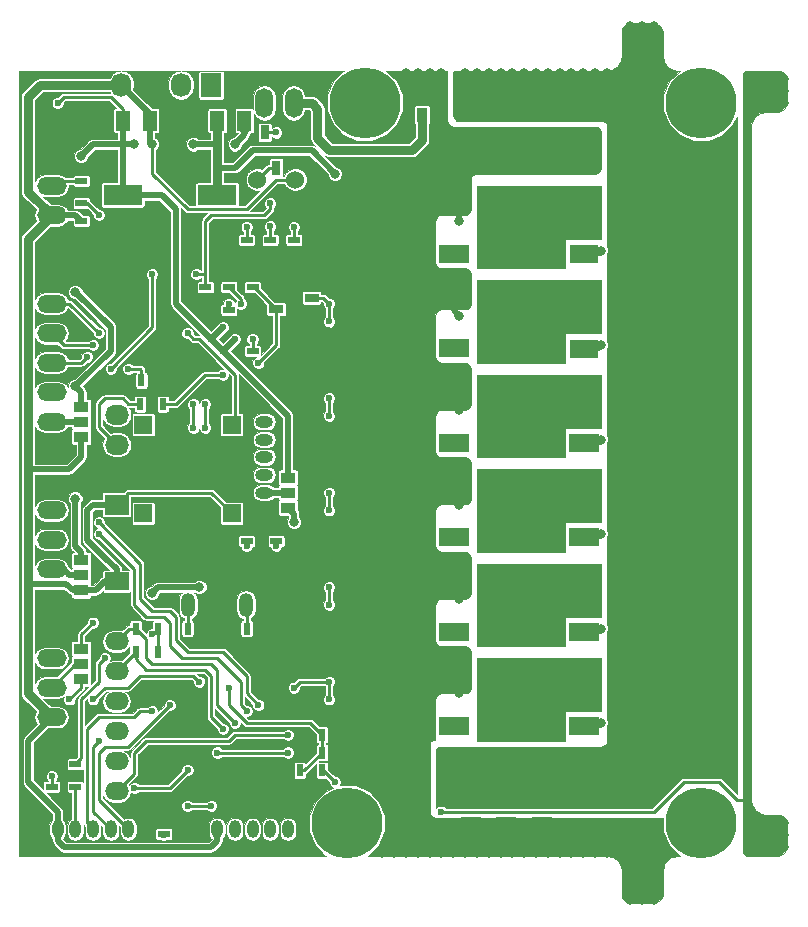
<source format=gbr>
G04 #@! TF.FileFunction,Copper,L2,Bot,Signal*
%FSLAX46Y46*%
G04 Gerber Fmt 4.6, Leading zero omitted, Abs format (unit mm)*
G04 Created by KiCad (PCBNEW 4.0.7) date 10/26/17 16:00:21*
%MOMM*%
%LPD*%
G01*
G04 APERTURE LIST*
%ADD10C,0.100000*%
%ADD11R,1.727200X2.032000*%
%ADD12O,1.727200X2.032000*%
%ADD13R,1.300000X1.300000*%
%ADD14C,1.300000*%
%ADD15O,1.500000X2.500000*%
%ADD16O,1.000000X1.524000*%
%ADD17O,1.524000X1.000000*%
%ADD18R,1.200000X1.700000*%
%ADD19R,3.300000X1.700000*%
%ADD20R,2.499360X1.501140*%
%ADD21R,7.000240X7.000240*%
%ADD22R,2.400000X1.500000*%
%ADD23R,2.032000X1.727200*%
%ADD24O,2.032000X1.727200*%
%ADD25R,0.910000X1.220000*%
%ADD26O,2.500000X1.500000*%
%ADD27R,0.600000X1.000000*%
%ADD28R,1.000000X0.600000*%
%ADD29R,1.800000X1.400000*%
%ADD30R,1.270000X0.965200*%
%ADD31R,1.200000X0.800100*%
%ADD32R,0.800100X1.200000*%
%ADD33O,1.200000X2.000000*%
%ADD34C,1.524000*%
%ADD35R,2.000000X1.500000*%
%ADD36O,2.000000X1.500000*%
%ADD37R,1.524000X1.524000*%
%ADD38C,6.000000*%
%ADD39C,0.800000*%
%ADD40C,0.600000*%
%ADD41C,0.250000*%
%ADD42C,0.500000*%
%ADD43C,0.800000*%
%ADD44C,0.026000*%
G04 APERTURE END LIST*
D10*
D11*
X32500000Y-8000000D03*
D12*
X29960000Y-8000000D03*
X27420000Y-8000000D03*
X24880000Y-8000000D03*
D13*
X54000000Y-9000000D03*
D14*
X54000000Y-14000000D03*
D15*
X39500000Y-9500000D03*
X37000000Y-9500000D03*
D16*
X31500000Y-71000000D03*
X33000000Y-71000000D03*
X34500000Y-71000000D03*
X36000000Y-71000000D03*
X37500000Y-71000000D03*
X39000000Y-71000000D03*
D17*
X37000000Y-44000000D03*
X37000000Y-42500000D03*
X37000000Y-41000000D03*
X37000000Y-39500000D03*
X37000000Y-38000000D03*
X37000000Y-36500000D03*
D18*
X22700000Y-11000000D03*
X25000000Y-11000000D03*
X27300000Y-11000000D03*
D19*
X25000000Y-17300000D03*
D20*
X53050680Y-22275840D03*
X53050680Y-17724160D03*
D21*
X58949320Y-20000000D03*
D20*
X53050680Y-30275840D03*
X53050680Y-25724160D03*
D21*
X58949320Y-28000000D03*
D20*
X64050680Y-38275840D03*
X64050680Y-33724160D03*
D21*
X69949320Y-36000000D03*
D20*
X53050680Y-38275840D03*
X53050680Y-33724160D03*
D21*
X58949320Y-36000000D03*
D20*
X64050680Y-46275840D03*
X64050680Y-41724160D03*
D21*
X69949320Y-44000000D03*
D20*
X53050680Y-46275840D03*
X53050680Y-41724160D03*
D21*
X58949320Y-44000000D03*
D20*
X64050680Y-54275840D03*
X64050680Y-49724160D03*
D21*
X69949320Y-52000000D03*
D20*
X53050680Y-54275840D03*
X53050680Y-49724160D03*
D21*
X58949320Y-52000000D03*
D20*
X64050680Y-62275840D03*
X64050680Y-57724160D03*
D21*
X69949320Y-60000000D03*
D20*
X53050680Y-62275840D03*
X53050680Y-57724160D03*
D21*
X58949320Y-60000000D03*
D22*
X64050000Y-22300000D03*
X64050000Y-17700000D03*
D21*
X69949320Y-20000000D03*
D22*
X64050000Y-30300000D03*
X64050000Y-25700000D03*
D21*
X69949320Y-28000000D03*
D23*
X24500000Y-43500000D03*
D24*
X24500000Y-40960000D03*
X24500000Y-38420000D03*
X24500000Y-35880000D03*
D13*
X64500000Y-9000000D03*
D14*
X64500000Y-14000000D03*
D13*
X52500000Y-66000000D03*
D14*
X52500000Y-71000000D03*
D13*
X63000000Y-66000000D03*
D14*
X63000000Y-71000000D03*
D18*
X30700000Y-11000000D03*
X33000000Y-11000000D03*
X35300000Y-11000000D03*
D19*
X33000000Y-17300000D03*
D25*
X50365000Y-10500000D03*
X53635000Y-10500000D03*
D26*
X19000000Y-44000000D03*
X19000000Y-46500000D03*
X19000000Y-49000000D03*
X19000000Y-51500000D03*
X19000000Y-16500000D03*
X19000000Y-19000000D03*
X19000000Y-21500000D03*
X19000000Y-26500000D03*
X19000000Y-29000000D03*
X19000000Y-31500000D03*
X19000000Y-34000000D03*
X19000000Y-36500000D03*
X19000000Y-39000000D03*
D27*
X33600000Y-54000000D03*
X35500000Y-54000000D03*
X32400000Y-54000000D03*
X30500000Y-54000000D03*
D28*
X21500000Y-21400000D03*
X21500000Y-19500000D03*
X34000000Y-25100000D03*
X34000000Y-27000000D03*
X36000000Y-28600000D03*
X36000000Y-30500000D03*
X39500000Y-21100000D03*
X39500000Y-23000000D03*
D27*
X26100000Y-56000000D03*
X28000000Y-56000000D03*
X26100000Y-54000000D03*
X28000000Y-54000000D03*
D28*
X21000000Y-67400000D03*
X21000000Y-65500000D03*
D27*
X28400000Y-35000000D03*
X26500000Y-35000000D03*
D28*
X37500000Y-21100000D03*
X37500000Y-23000000D03*
X35500000Y-21100000D03*
X35500000Y-23000000D03*
X21500000Y-16100000D03*
X21500000Y-18000000D03*
D27*
X26600000Y-33000000D03*
X28500000Y-33000000D03*
D29*
X62000000Y-9900000D03*
X62000000Y-13100000D03*
X59000000Y-9900000D03*
X59000000Y-13100000D03*
X56000000Y-9900000D03*
X56000000Y-13100000D03*
D30*
X21500000Y-50770000D03*
X21500000Y-49500000D03*
X21500000Y-48230000D03*
X39000000Y-43770000D03*
X39000000Y-42500000D03*
X39000000Y-41230000D03*
X21500000Y-37770000D03*
X21500000Y-36500000D03*
X21500000Y-35230000D03*
D31*
X37998860Y-26950000D03*
X37998860Y-25050000D03*
X41001140Y-26000000D03*
D28*
X36000000Y-25100000D03*
X36000000Y-27000000D03*
D32*
X37050000Y-11998860D03*
X38950000Y-11998860D03*
X38000000Y-15001140D03*
D28*
X32000000Y-25100000D03*
X32000000Y-27000000D03*
D29*
X60500000Y-67400000D03*
X60500000Y-70600000D03*
X57500000Y-67400000D03*
X57500000Y-70600000D03*
X54500000Y-67400000D03*
X54500000Y-70600000D03*
D27*
X41900000Y-63000000D03*
X40000000Y-63000000D03*
X41900000Y-66000000D03*
X40000000Y-66000000D03*
X41900000Y-64500000D03*
X40000000Y-64500000D03*
D28*
X28500000Y-71400000D03*
X28500000Y-69500000D03*
X19000000Y-67400000D03*
X19000000Y-65500000D03*
D33*
X35440940Y-52000000D03*
X30559060Y-52000000D03*
D34*
X36400000Y-16000000D03*
X39600000Y-16000000D03*
D16*
X18000000Y-71000000D03*
X19500000Y-71000000D03*
X21000000Y-71000000D03*
X22500000Y-71000000D03*
X24000000Y-71000000D03*
X25500000Y-71000000D03*
D26*
X19000000Y-56500000D03*
X19000000Y-59000000D03*
X19000000Y-61500000D03*
X19000000Y-64000000D03*
D35*
X24500000Y-50000000D03*
D36*
X24500000Y-52540000D03*
X24500000Y-55080000D03*
X24500000Y-57620000D03*
X24500000Y-60160000D03*
X24500000Y-62700000D03*
X24500000Y-65240000D03*
X24500000Y-67780000D03*
D28*
X38000000Y-46600000D03*
X38000000Y-48500000D03*
X35500000Y-46600000D03*
X35500000Y-48500000D03*
D37*
X34250000Y-36750000D03*
X34250000Y-44250000D03*
X26750000Y-44250000D03*
X26750000Y-36750000D03*
D30*
X21500000Y-58270000D03*
X21500000Y-57000000D03*
X21500000Y-55730000D03*
D38*
X74000000Y-9500000D03*
X74000000Y-70500000D03*
X44000000Y-70500000D03*
X45500000Y-9500000D03*
D39*
X20000000Y-42000000D03*
X49000000Y-7000000D03*
X50000000Y-7000000D03*
X51000000Y-7000000D03*
X52000000Y-7000000D03*
D40*
X33000000Y-27500000D03*
X39000000Y-25000000D03*
X27500000Y-34000000D03*
X39500000Y-67500000D03*
D39*
X71000000Y-73000000D03*
X70000000Y-73000000D03*
X69000000Y-73000000D03*
X68000000Y-73000000D03*
X67000000Y-73000000D03*
X66000000Y-73000000D03*
X65000000Y-73000000D03*
X64000000Y-73000000D03*
X63000000Y-73000000D03*
X62000000Y-73000000D03*
X61000000Y-73000000D03*
X60000000Y-73000000D03*
X59000000Y-73000000D03*
X58000000Y-73000000D03*
X47000000Y-73000000D03*
X48000000Y-73000000D03*
X49000000Y-73000000D03*
X50000000Y-73000000D03*
X51000000Y-73000000D03*
X52000000Y-73000000D03*
X53000000Y-73000000D03*
X54000000Y-73000000D03*
X55000000Y-73000000D03*
X56000000Y-73000000D03*
X57000000Y-73000000D03*
X59000000Y-15000000D03*
X60000000Y-15000000D03*
X61000000Y-15000000D03*
X62000000Y-15000000D03*
X63000000Y-15000000D03*
X64000000Y-15000000D03*
X55000000Y-15000000D03*
X56000000Y-15000000D03*
X57000000Y-15000000D03*
X58000000Y-15000000D03*
X39500000Y-55500000D03*
X20000000Y-11000000D03*
X30000000Y-11000000D03*
D40*
X35000000Y-28000000D03*
D39*
X70000000Y-77000000D03*
X70000000Y-76000000D03*
X70000000Y-75000000D03*
X70000000Y-74000000D03*
X69000000Y-74000000D03*
X69000000Y-75000000D03*
X69000000Y-76000000D03*
X69000000Y-77000000D03*
X68000000Y-77000000D03*
X68000000Y-76000000D03*
X68000000Y-75000000D03*
X68000000Y-74000000D03*
X53600000Y-56000000D03*
X53600000Y-48000000D03*
X53600000Y-40000000D03*
X53600000Y-32000000D03*
X53600000Y-24000000D03*
X53500000Y-59500000D03*
X53500000Y-51500000D03*
X53500000Y-43500000D03*
X53500000Y-35500000D03*
X53500000Y-27500000D03*
X53500000Y-19500000D03*
D40*
X34000000Y-26500000D03*
D39*
X21500000Y-14000000D03*
X21000000Y-25500000D03*
X21000000Y-43000000D03*
X21000000Y-33500000D03*
D40*
X35000000Y-26500000D03*
X19500000Y-9500000D03*
D39*
X26000000Y-13000000D03*
D40*
X33500000Y-28500000D03*
X34500000Y-29500000D03*
X33500000Y-30500000D03*
X32500000Y-29500000D03*
D39*
X27500000Y-51000000D03*
X31500000Y-50500000D03*
X39500000Y-45000000D03*
D40*
X27500000Y-54500000D03*
D39*
X27500000Y-13000000D03*
X64000000Y-18500000D03*
X63000000Y-18500000D03*
X63000000Y-19500000D03*
X64000000Y-19500000D03*
X65000000Y-19500000D03*
X65000000Y-20500000D03*
X64000000Y-20500000D03*
X63000000Y-20500000D03*
X65000000Y-17500000D03*
X62000000Y-19000000D03*
X60000000Y-18000000D03*
X61000000Y-18000000D03*
X62000000Y-18000000D03*
X59000000Y-18000000D03*
X58000000Y-18000000D03*
X57000000Y-18000000D03*
X56000000Y-21000000D03*
X57000000Y-21000000D03*
X58000000Y-21000000D03*
X59000000Y-21000000D03*
X60000000Y-21000000D03*
X61000000Y-21000000D03*
X62000000Y-21000000D03*
X62000000Y-20000000D03*
X61000000Y-20000000D03*
X60000000Y-20000000D03*
X59000000Y-20000000D03*
X58000000Y-20000000D03*
X57000000Y-20000000D03*
X56000000Y-20000000D03*
X56000000Y-19000000D03*
X57000000Y-19000000D03*
X58000000Y-19000000D03*
X59000000Y-19000000D03*
X60000000Y-19000000D03*
X61000000Y-19000000D03*
X56000000Y-23000000D03*
X57000000Y-23000000D03*
X58000000Y-23000000D03*
X59000000Y-23000000D03*
X60000000Y-23000000D03*
X61000000Y-23000000D03*
X62000000Y-23000000D03*
X62000000Y-22000000D03*
X61000000Y-22000000D03*
X60000000Y-22000000D03*
X59000000Y-22000000D03*
X58000000Y-22000000D03*
X57000000Y-22000000D03*
X56000000Y-22000000D03*
X64000000Y-26500000D03*
X63000000Y-26500000D03*
X63000000Y-27500000D03*
X64000000Y-27500000D03*
X65000000Y-27500000D03*
X65000000Y-28500000D03*
X64000000Y-28500000D03*
X63000000Y-28500000D03*
X56000000Y-28000000D03*
X58000000Y-27000000D03*
X57000000Y-27000000D03*
X56000000Y-27000000D03*
X59000000Y-27000000D03*
X60000000Y-27000000D03*
X61000000Y-27000000D03*
X62000000Y-27000000D03*
X62000000Y-26000000D03*
X61000000Y-26000000D03*
X60000000Y-26000000D03*
X59000000Y-26000000D03*
X58000000Y-26000000D03*
X57000000Y-26000000D03*
X58000000Y-29000000D03*
X57000000Y-29000000D03*
X56000000Y-29000000D03*
X59000000Y-29000000D03*
X60000000Y-29000000D03*
X61000000Y-29000000D03*
X62000000Y-29000000D03*
X62000000Y-28000000D03*
X61000000Y-28000000D03*
X60000000Y-28000000D03*
X59000000Y-28000000D03*
X58000000Y-28000000D03*
X57000000Y-28000000D03*
X56000000Y-31000000D03*
X57000000Y-31000000D03*
X58000000Y-31000000D03*
X59000000Y-31000000D03*
X60000000Y-31000000D03*
X61000000Y-31000000D03*
X62000000Y-31000000D03*
X62000000Y-30000000D03*
X61000000Y-30000000D03*
X60000000Y-30000000D03*
X59000000Y-30000000D03*
X58000000Y-30000000D03*
X57000000Y-30000000D03*
X56000000Y-30000000D03*
X65000000Y-25500000D03*
D40*
X39500000Y-20000000D03*
X33500000Y-32500000D03*
D39*
X65500000Y-22000000D03*
X53000000Y-22000000D03*
X65500000Y-30000000D03*
X53000000Y-30000000D03*
X67000000Y-65000000D03*
X66000000Y-65000000D03*
X65000000Y-65000000D03*
X64000000Y-65000000D03*
X63000000Y-65000000D03*
X62000000Y-65000000D03*
X61000000Y-65000000D03*
X60000000Y-65000000D03*
X59000000Y-65000000D03*
X58000000Y-65000000D03*
X57000000Y-65000000D03*
X56000000Y-65000000D03*
X55000000Y-65000000D03*
X54000000Y-65000000D03*
X53000000Y-65000000D03*
X74000000Y-23000000D03*
X74000000Y-22000000D03*
X74000000Y-21000000D03*
X74000000Y-20000000D03*
X74000000Y-19000000D03*
X74000000Y-18000000D03*
X74000000Y-17000000D03*
X74000000Y-16000000D03*
X74000000Y-32000000D03*
X74000000Y-24000000D03*
X74000000Y-25000000D03*
X74000000Y-26000000D03*
X74000000Y-27000000D03*
X74000000Y-28000000D03*
X74000000Y-29000000D03*
X74000000Y-30000000D03*
X74000000Y-31000000D03*
X54000000Y-8000000D03*
X54000000Y-7000000D03*
X55000000Y-7000000D03*
X56000000Y-7000000D03*
X57000000Y-7000000D03*
X58000000Y-7000000D03*
X59000000Y-7000000D03*
X60000000Y-7000000D03*
X61000000Y-7000000D03*
X62000000Y-7000000D03*
X63000000Y-7000000D03*
X64000000Y-7000000D03*
X65000000Y-7000000D03*
X66000000Y-7000000D03*
X70000000Y-7000000D03*
X69000000Y-7000000D03*
X68000000Y-7000000D03*
X67000000Y-7000000D03*
X54000000Y-10000000D03*
X74000000Y-49000000D03*
X74000000Y-48000000D03*
X74000000Y-47000000D03*
X74000000Y-46000000D03*
X74000000Y-45000000D03*
X74000000Y-44000000D03*
X74000000Y-43000000D03*
X74000000Y-42000000D03*
X74000000Y-41000000D03*
X74000000Y-40000000D03*
X74000000Y-64000000D03*
X74000000Y-63000000D03*
X74000000Y-62000000D03*
X74000000Y-61000000D03*
X74000000Y-60000000D03*
X74000000Y-59000000D03*
X74000000Y-58000000D03*
X74000000Y-57000000D03*
X74000000Y-56000000D03*
X73000000Y-64000000D03*
X74000000Y-50000000D03*
X74000000Y-51000000D03*
X74000000Y-52000000D03*
X74000000Y-53000000D03*
X74000000Y-54000000D03*
X74000000Y-55000000D03*
X74000000Y-33000000D03*
X74000000Y-34000000D03*
X74000000Y-35000000D03*
X74000000Y-36000000D03*
X74000000Y-37000000D03*
X74000000Y-38000000D03*
X74000000Y-39000000D03*
X68000000Y-64000000D03*
X69000000Y-64000000D03*
X70000000Y-64000000D03*
X71000000Y-64000000D03*
X72000000Y-64000000D03*
X68000000Y-6000000D03*
X68000000Y-5000000D03*
X68000000Y-4000000D03*
X68000000Y-3000000D03*
X69000000Y-3000000D03*
X69000000Y-4000000D03*
X69000000Y-5000000D03*
X69000000Y-6000000D03*
X70000000Y-6000000D03*
X70000000Y-5000000D03*
X70000000Y-3000000D03*
X70000000Y-4000000D03*
X73000000Y-24000000D03*
X72000000Y-24000000D03*
X71000000Y-24000000D03*
X70000000Y-24000000D03*
X69000000Y-24000000D03*
X68000000Y-24000000D03*
X68000000Y-32000000D03*
X69000000Y-32000000D03*
X70000000Y-32000000D03*
X71000000Y-32000000D03*
X72000000Y-32000000D03*
X73000000Y-32000000D03*
X68000000Y-40000000D03*
X69000000Y-40000000D03*
X70000000Y-40000000D03*
X71000000Y-40000000D03*
X72000000Y-40000000D03*
X73000000Y-40000000D03*
X68000000Y-48000000D03*
X69000000Y-48000000D03*
X70000000Y-48000000D03*
X71000000Y-48000000D03*
X72000000Y-48000000D03*
X73000000Y-48000000D03*
X68000000Y-56000000D03*
X69000000Y-56000000D03*
X70000000Y-56000000D03*
X71000000Y-56000000D03*
X72000000Y-56000000D03*
X73000000Y-56000000D03*
X69000000Y-16000000D03*
X70000000Y-16000000D03*
X71000000Y-16000000D03*
X72000000Y-16000000D03*
X73000000Y-16000000D03*
X68000000Y-16000000D03*
X64000000Y-34500000D03*
X63000000Y-34500000D03*
X63000000Y-35500000D03*
X64000000Y-35500000D03*
X65000000Y-35500000D03*
X65000000Y-36500000D03*
X64000000Y-36500000D03*
X63000000Y-36500000D03*
X56000000Y-36000000D03*
X58000000Y-35000000D03*
X57000000Y-35000000D03*
X56000000Y-35000000D03*
X59000000Y-35000000D03*
X60000000Y-35000000D03*
X61000000Y-35000000D03*
X62000000Y-35000000D03*
X62000000Y-34000000D03*
X61000000Y-34000000D03*
X60000000Y-34000000D03*
X59000000Y-34000000D03*
X58000000Y-34000000D03*
X57000000Y-34000000D03*
X58000000Y-37000000D03*
X57000000Y-37000000D03*
X56000000Y-37000000D03*
X59000000Y-37000000D03*
X60000000Y-37000000D03*
X61000000Y-37000000D03*
X62000000Y-37000000D03*
X62000000Y-36000000D03*
X61000000Y-36000000D03*
X60000000Y-36000000D03*
X59000000Y-36000000D03*
X58000000Y-36000000D03*
X57000000Y-36000000D03*
X56000000Y-39000000D03*
X57000000Y-39000000D03*
X58000000Y-39000000D03*
X59000000Y-39000000D03*
X60000000Y-39000000D03*
X61000000Y-39000000D03*
X62000000Y-39000000D03*
X62000000Y-38000000D03*
X61000000Y-38000000D03*
X60000000Y-38000000D03*
X59000000Y-38000000D03*
X58000000Y-38000000D03*
X57000000Y-38000000D03*
X56000000Y-38000000D03*
X65000000Y-33500000D03*
X64000000Y-42500000D03*
X63000000Y-42500000D03*
X63000000Y-43500000D03*
X64000000Y-43500000D03*
X65000000Y-43500000D03*
X65000000Y-44500000D03*
X64000000Y-44500000D03*
X63000000Y-44500000D03*
X62000000Y-43000000D03*
X62000000Y-42000000D03*
X61000000Y-42000000D03*
X60000000Y-42000000D03*
X59000000Y-42000000D03*
X58000000Y-42000000D03*
X57000000Y-42000000D03*
X59000000Y-43000000D03*
X56000000Y-47000000D03*
X57000000Y-47000000D03*
X58000000Y-47000000D03*
X59000000Y-47000000D03*
X60000000Y-47000000D03*
X61000000Y-47000000D03*
X62000000Y-47000000D03*
X62000000Y-46000000D03*
X61000000Y-46000000D03*
X60000000Y-46000000D03*
X59000000Y-46000000D03*
X58000000Y-46000000D03*
X57000000Y-46000000D03*
X56000000Y-46000000D03*
X56000000Y-45000000D03*
X57000000Y-45000000D03*
X58000000Y-45000000D03*
X59000000Y-45000000D03*
X60000000Y-45000000D03*
X61000000Y-45000000D03*
X62000000Y-45000000D03*
X62000000Y-44000000D03*
X61000000Y-44000000D03*
X60000000Y-44000000D03*
X59000000Y-44000000D03*
X58000000Y-44000000D03*
X57000000Y-44000000D03*
X56000000Y-44000000D03*
X56000000Y-43000000D03*
X57000000Y-43000000D03*
X58000000Y-43000000D03*
X60000000Y-43000000D03*
X61000000Y-43000000D03*
X65000000Y-41500000D03*
X64000000Y-50500000D03*
X63000000Y-50500000D03*
X63000000Y-51500000D03*
X64000000Y-51500000D03*
X65000000Y-51500000D03*
X65000000Y-52500000D03*
X64000000Y-52500000D03*
X63000000Y-52500000D03*
X57000000Y-52000000D03*
X56000000Y-52000000D03*
X56000000Y-51000000D03*
X57000000Y-51000000D03*
X58000000Y-51000000D03*
X59000000Y-51000000D03*
X60000000Y-51000000D03*
X61000000Y-51000000D03*
X62000000Y-51000000D03*
X62000000Y-50000000D03*
X61000000Y-50000000D03*
X60000000Y-50000000D03*
X59000000Y-50000000D03*
X58000000Y-50000000D03*
X57000000Y-50000000D03*
X56000000Y-53000000D03*
X57000000Y-53000000D03*
X58000000Y-53000000D03*
X59000000Y-53000000D03*
X60000000Y-53000000D03*
X61000000Y-53000000D03*
X62000000Y-53000000D03*
X62000000Y-52000000D03*
X61000000Y-52000000D03*
X60000000Y-52000000D03*
X59000000Y-52000000D03*
X58000000Y-52000000D03*
X56000000Y-55000000D03*
X57000000Y-55000000D03*
X58000000Y-55000000D03*
X59000000Y-55000000D03*
X60000000Y-55000000D03*
X61000000Y-55000000D03*
X62000000Y-55000000D03*
X62000000Y-54000000D03*
X61000000Y-54000000D03*
X60000000Y-54000000D03*
X59000000Y-54000000D03*
X58000000Y-54000000D03*
X57000000Y-54000000D03*
X56000000Y-54000000D03*
X65000000Y-49500000D03*
X64000000Y-58500000D03*
X63000000Y-58500000D03*
X63000000Y-59500000D03*
X64000000Y-59500000D03*
X65000000Y-59500000D03*
X65000000Y-60500000D03*
X64000000Y-60500000D03*
X63000000Y-60500000D03*
X60000000Y-62000000D03*
X59000000Y-62000000D03*
X58000000Y-62000000D03*
X57000000Y-62000000D03*
X56000000Y-62000000D03*
X56000000Y-61000000D03*
X57000000Y-61000000D03*
X58000000Y-61000000D03*
X59000000Y-61000000D03*
X60000000Y-61000000D03*
X61000000Y-61000000D03*
X62000000Y-61000000D03*
X62000000Y-60000000D03*
X61000000Y-60000000D03*
X60000000Y-60000000D03*
X59000000Y-60000000D03*
X58000000Y-60000000D03*
X57000000Y-60000000D03*
X56000000Y-60000000D03*
X56000000Y-59000000D03*
X57000000Y-59000000D03*
X58000000Y-59000000D03*
X59000000Y-59000000D03*
X60000000Y-59000000D03*
X61000000Y-59000000D03*
X62000000Y-59000000D03*
X62000000Y-58000000D03*
X61000000Y-58000000D03*
X60000000Y-58000000D03*
X59000000Y-58000000D03*
X58000000Y-58000000D03*
X57000000Y-58000000D03*
X56000000Y-63000000D03*
X57000000Y-63000000D03*
X58000000Y-63000000D03*
X59000000Y-63000000D03*
X60000000Y-63000000D03*
X61000000Y-63000000D03*
X62000000Y-63000000D03*
X62000000Y-62000000D03*
X61000000Y-62000000D03*
X65000000Y-57500000D03*
X65500000Y-38000000D03*
X53000000Y-38000000D03*
X65500000Y-46000000D03*
X53000000Y-46000000D03*
X65500000Y-54000000D03*
X53000000Y-54000000D03*
X65500000Y-62000000D03*
X53000000Y-62000000D03*
D40*
X33500000Y-62500000D03*
X34500000Y-62000000D03*
X23000000Y-46000000D03*
X35500000Y-61000000D03*
X36500000Y-60500000D03*
X23000000Y-45000000D03*
X39000000Y-64500000D03*
X33000000Y-64500000D03*
X37500000Y-19950980D03*
X35500000Y-20000000D03*
X38000000Y-47000000D03*
X35500000Y-47000000D03*
X29000000Y-60500000D03*
X23000000Y-63500000D03*
X27500000Y-61000000D03*
X39500000Y-59000000D03*
X42500000Y-26500000D03*
X42500000Y-28000000D03*
X42500000Y-36000000D03*
X42500000Y-34500000D03*
X42500000Y-44000000D03*
X42500000Y-42500000D03*
X42500000Y-52000000D03*
X42500000Y-50500000D03*
X42500000Y-58500000D03*
X42500000Y-60000000D03*
X36000000Y-29500000D03*
D39*
X43000000Y-15500000D03*
X31000000Y-13000000D03*
D40*
X39000000Y-63000000D03*
D39*
X34500000Y-13000000D03*
D40*
X23000000Y-19000000D03*
X22000000Y-31000000D03*
X22500000Y-30000000D03*
X23000000Y-29000000D03*
X25500000Y-32000000D03*
X52000000Y-69500000D03*
X43000000Y-67000000D03*
D39*
X81000000Y-9500000D03*
X81000000Y-8500000D03*
X81000000Y-7500000D03*
X80000000Y-7500000D03*
X80000000Y-8500000D03*
X80000000Y-9500000D03*
X79000000Y-9500000D03*
X79000000Y-8500000D03*
X79000000Y-7500000D03*
X78000000Y-7500000D03*
X78000000Y-8500000D03*
X78000000Y-9500000D03*
X78000000Y-70500000D03*
X78000000Y-71500000D03*
X78000000Y-72500000D03*
X79000000Y-72500000D03*
X81000000Y-70500000D03*
X81000000Y-71500000D03*
X81000000Y-72500000D03*
X80000000Y-72500000D03*
X80000000Y-71500000D03*
X80000000Y-70500000D03*
X79000000Y-70500000D03*
X79000000Y-71500000D03*
D40*
X36500000Y-31500000D03*
X31250000Y-24000000D03*
X37500000Y-18000000D03*
X38000000Y-12000000D03*
X34000000Y-59000000D03*
X30500000Y-69000000D03*
X32500000Y-69000000D03*
X28500000Y-71500000D03*
X26000000Y-67500000D03*
X30500000Y-66000000D03*
X19000000Y-66500000D03*
X32000000Y-37000000D03*
X32000000Y-35000000D03*
X31000000Y-37000000D03*
X31000000Y-35000000D03*
X22500000Y-60000000D03*
X31500000Y-58500000D03*
X20500000Y-60000000D03*
X23500000Y-56500000D03*
X30500000Y-29000000D03*
X27500000Y-24000000D03*
X24000000Y-32000000D03*
X22500000Y-53500000D03*
D41*
X24875000Y-62365000D02*
X24500000Y-62740000D01*
X24500000Y-65240000D02*
X24875000Y-64865000D01*
X33000000Y-55000000D02*
X33500000Y-55500000D01*
X33500000Y-55500000D02*
X39500000Y-55500000D01*
X33000000Y-54000000D02*
X33000000Y-55000000D01*
D42*
X37000000Y-44000000D02*
X39500000Y-46500000D01*
X24500000Y-40960000D02*
X23460000Y-42000000D01*
X23460000Y-42000000D02*
X20000000Y-42000000D01*
D41*
X38000000Y-48500000D02*
X39500000Y-48500000D01*
X35500000Y-48500000D02*
X38000000Y-48500000D01*
X28500000Y-69500000D02*
X30000000Y-71000000D01*
X30000000Y-71000000D02*
X31500000Y-71000000D01*
X19000000Y-64000000D02*
X19000000Y-65500000D01*
D42*
X19000000Y-21500000D02*
X21400000Y-21500000D01*
D41*
X50000000Y-7000000D02*
X49000000Y-7000000D01*
X52000000Y-7000000D02*
X51000000Y-7000000D01*
X27500000Y-34000000D02*
X28500000Y-33000000D01*
X33000000Y-27500000D02*
X32500000Y-27000000D01*
X32500000Y-27000000D02*
X32000000Y-27000000D01*
X39000000Y-25000000D02*
X39500000Y-24500000D01*
X39500000Y-24500000D02*
X39500000Y-23000000D01*
X37998860Y-25050000D02*
X38950000Y-25050000D01*
X38950000Y-25050000D02*
X39000000Y-25000000D01*
X37500000Y-23000000D02*
X39500000Y-23000000D01*
X37500000Y-23000000D02*
X35500000Y-23000000D01*
X40000000Y-64000000D02*
X40000000Y-64500000D01*
X40000000Y-63000000D02*
X40000000Y-64500000D01*
X31500000Y-71000000D02*
X33000000Y-69500000D01*
X33000000Y-69500000D02*
X37500000Y-69500000D01*
X37500000Y-69500000D02*
X39500000Y-67500000D01*
X68000000Y-73000000D02*
X69000000Y-73000000D01*
X70000000Y-73000000D02*
X71000000Y-73000000D01*
X67000000Y-73000000D02*
X66000000Y-73000000D01*
X65000000Y-73000000D02*
X64000000Y-73000000D01*
X63000000Y-73000000D02*
X62000000Y-73000000D01*
X61000000Y-73000000D02*
X60000000Y-73000000D01*
X59000000Y-73000000D02*
X58000000Y-73000000D01*
X68000000Y-74000000D02*
X68000000Y-73000000D01*
X49000000Y-73000000D02*
X48000000Y-73000000D01*
X51000000Y-73000000D02*
X50000000Y-73000000D01*
X53000000Y-73000000D02*
X52000000Y-73000000D01*
X55000000Y-73000000D02*
X54000000Y-73000000D01*
X57000000Y-73000000D02*
X56000000Y-73000000D01*
D42*
X24500000Y-52540000D02*
X20040000Y-52540000D01*
X20040000Y-52540000D02*
X19000000Y-51500000D01*
D41*
X59000000Y-15000000D02*
X58000000Y-15000000D01*
X61000000Y-15000000D02*
X60000000Y-15000000D01*
X63000000Y-15000000D02*
X62000000Y-15000000D01*
X64500000Y-14500000D02*
X64000000Y-15000000D01*
X55000000Y-15000000D02*
X54000000Y-15000000D01*
X57000000Y-15000000D02*
X56000000Y-15000000D01*
X64500000Y-14000000D02*
X64500000Y-14500000D01*
X37998860Y-25050000D02*
X37998860Y-25001140D01*
X35000000Y-28000000D02*
X36000000Y-27000000D01*
D42*
X39500000Y-46500000D02*
X39500000Y-48500000D01*
X39500000Y-48500000D02*
X39500000Y-55500000D01*
D41*
X32400000Y-54000000D02*
X33000000Y-54000000D01*
X33000000Y-54000000D02*
X33600000Y-54000000D01*
D42*
X21400000Y-21500000D02*
X21500000Y-21400000D01*
X20000000Y-11000000D02*
X22700000Y-11000000D01*
X30700000Y-11000000D02*
X30000000Y-11000000D01*
D41*
X36000000Y-28600000D02*
X35600000Y-28600000D01*
X35600000Y-28600000D02*
X35000000Y-28000000D01*
X63000000Y-71000000D02*
X67000000Y-71000000D01*
X70000000Y-75000000D02*
X70000000Y-76000000D01*
X69000000Y-74000000D02*
X70000000Y-74000000D01*
X69000000Y-76000000D02*
X69000000Y-75000000D01*
X68000000Y-77000000D02*
X69000000Y-77000000D01*
X68000000Y-75000000D02*
X68000000Y-76000000D01*
X68000000Y-72000000D02*
X68000000Y-74000000D01*
X67000000Y-71000000D02*
X68000000Y-72000000D01*
D42*
X53050680Y-57724160D02*
X53050680Y-56549320D01*
X53050680Y-56549320D02*
X53600000Y-56000000D01*
X53050680Y-49724160D02*
X53050680Y-48549320D01*
X53050680Y-48549320D02*
X53600000Y-48000000D01*
X53050680Y-42449320D02*
X53050680Y-40549320D01*
X53050680Y-40549320D02*
X53600000Y-40000000D01*
X53050680Y-42449320D02*
X53000000Y-42500000D01*
X53000000Y-42500000D02*
X53050680Y-42500000D01*
X53050680Y-33724160D02*
X53050680Y-32549320D01*
X53050680Y-32549320D02*
X53600000Y-32000000D01*
X53050680Y-25724160D02*
X53050680Y-24549320D01*
X53050680Y-24549320D02*
X53600000Y-24000000D01*
X53050680Y-57724160D02*
X53050680Y-59050680D01*
X53050680Y-59050680D02*
X53500000Y-59500000D01*
X53050680Y-49724160D02*
X53050680Y-51050680D01*
X53050680Y-51050680D02*
X53500000Y-51500000D01*
X53050680Y-41724160D02*
X53050680Y-42500000D01*
X53050680Y-42500000D02*
X53050680Y-43050680D01*
X53050680Y-43050680D02*
X53500000Y-43500000D01*
X53050680Y-33724160D02*
X53050680Y-35050680D01*
X53050680Y-35050680D02*
X53500000Y-35500000D01*
X53050680Y-25724160D02*
X53050680Y-27050680D01*
X53050680Y-27050680D02*
X53500000Y-27500000D01*
X53500000Y-19500000D02*
X53500000Y-18173480D01*
X53050680Y-17724160D02*
X53500000Y-18173480D01*
D41*
X24580000Y-52500000D02*
X24500000Y-52580000D01*
X24580000Y-52500000D02*
X24500000Y-52580000D01*
X34000000Y-26500000D02*
X34000000Y-27000000D01*
D42*
X39000000Y-41230000D02*
X39000000Y-36000000D01*
X39000000Y-36000000D02*
X33500000Y-30500000D01*
X24000000Y-28500000D02*
X21000000Y-25500000D01*
X24000000Y-28500000D02*
X24000000Y-30500000D01*
X24000000Y-30500000D02*
X21500000Y-33000000D01*
X21000000Y-33500000D02*
X21500000Y-33000000D01*
X22500000Y-13000000D02*
X25000000Y-13000000D01*
X21500000Y-14000000D02*
X22500000Y-13000000D01*
X29500000Y-26500000D02*
X29500000Y-18500000D01*
X28300000Y-17300000D02*
X25000000Y-17300000D01*
X29500000Y-18500000D02*
X28300000Y-17300000D01*
X21000000Y-43000000D02*
X21000000Y-47000000D01*
X21000000Y-47000000D02*
X21500000Y-47500000D01*
X21500000Y-48230000D02*
X21500000Y-47500000D01*
D41*
X34000000Y-25100000D02*
X35000000Y-26100000D01*
X35000000Y-26100000D02*
X35000000Y-26500000D01*
D42*
X32500000Y-29500000D02*
X29500000Y-26500000D01*
X21500000Y-34000000D02*
X21000000Y-33500000D01*
X21500000Y-35230000D02*
X21500000Y-34000000D01*
D41*
X25000000Y-10000000D02*
X25000000Y-11000000D01*
X24000000Y-9000000D02*
X25000000Y-10000000D01*
X20000000Y-9000000D02*
X24000000Y-9000000D01*
X19500000Y-9500000D02*
X20000000Y-9000000D01*
D42*
X26000000Y-13000000D02*
X25000000Y-13000000D01*
X25000000Y-11000000D02*
X25000000Y-13000000D01*
X32500000Y-29500000D02*
X33500000Y-30500000D01*
X34500000Y-29500000D02*
X33500000Y-30500000D01*
X32500000Y-29500000D02*
X33500000Y-28500000D01*
X24200000Y-17300000D02*
X25000000Y-17300000D01*
X25000000Y-13000000D02*
X25000000Y-17300000D01*
D41*
X34250000Y-44250000D02*
X32500000Y-42500000D01*
X25500000Y-42500000D02*
X24500000Y-43500000D01*
X32500000Y-42500000D02*
X25500000Y-42500000D01*
D42*
X27500000Y-51000000D02*
X28000000Y-50500000D01*
X28000000Y-50500000D02*
X31500000Y-50500000D01*
X39500000Y-44270000D02*
X39000000Y-43770000D01*
X39500000Y-45000000D02*
X39500000Y-44270000D01*
D41*
X27500000Y-54500000D02*
X28000000Y-54000000D01*
D42*
X24500000Y-50000000D02*
X23500000Y-50000000D01*
X23500000Y-50000000D02*
X22730000Y-50770000D01*
X22730000Y-50770000D02*
X21500000Y-50770000D01*
X24500000Y-50000000D02*
X24500000Y-49000000D01*
X22500000Y-43500000D02*
X24500000Y-43500000D01*
X22000000Y-44000000D02*
X22500000Y-43500000D01*
X22000000Y-46500000D02*
X22000000Y-44000000D01*
X24500000Y-49000000D02*
X23500000Y-48000000D01*
X23500000Y-48000000D02*
X22000000Y-46500000D01*
X21500000Y-50770000D02*
X20770000Y-50770000D01*
X20250000Y-50250000D02*
X17000000Y-50250000D01*
X20770000Y-50770000D02*
X20250000Y-50250000D01*
X21500000Y-37770000D02*
X21500000Y-39500000D01*
X20500000Y-40500000D02*
X17000000Y-40500000D01*
X21500000Y-39500000D02*
X20500000Y-40500000D01*
X17000000Y-50270000D02*
X17000000Y-50250000D01*
X17000000Y-50250000D02*
X17000000Y-50500000D01*
D43*
X17000000Y-40000000D02*
X17000000Y-40500000D01*
X17000000Y-40500000D02*
X17000000Y-50500000D01*
X17000000Y-50500000D02*
X17000000Y-59500000D01*
X17000000Y-59500000D02*
X19000000Y-61500000D01*
D42*
X19500000Y-71000000D02*
X19500000Y-72000000D01*
X33000000Y-72000000D02*
X32500000Y-72500000D01*
X33000000Y-72000000D02*
X33000000Y-71000000D01*
X20000000Y-72500000D02*
X32500000Y-72500000D01*
X19500000Y-72000000D02*
X20000000Y-72500000D01*
X17000000Y-67000000D02*
X19500000Y-69500000D01*
X19500000Y-69500000D02*
X19500000Y-71000000D01*
X17000000Y-63500000D02*
X17000000Y-67000000D01*
X19000000Y-61500000D02*
X17000000Y-63500000D01*
D43*
X17000000Y-17000000D02*
X19000000Y-19000000D01*
D42*
X21000000Y-19000000D02*
X19000000Y-19000000D01*
D43*
X17000000Y-21000000D02*
X19000000Y-19000000D01*
X17000000Y-40000000D02*
X17000000Y-21000000D01*
X17000000Y-9000000D02*
X17000000Y-17000000D01*
D41*
X39600000Y-16000000D02*
X38000000Y-16000000D01*
X27500000Y-15500000D02*
X27500000Y-13000000D01*
X30500000Y-18500000D02*
X27500000Y-15500000D01*
X35500000Y-18500000D02*
X30500000Y-18500000D01*
X38000000Y-16000000D02*
X35500000Y-18500000D01*
X28000000Y-54000000D02*
X28000000Y-56000000D01*
D42*
X24500000Y-43500000D02*
X24770000Y-43770000D01*
X21500000Y-19500000D02*
X21000000Y-19000000D01*
X24880000Y-8000000D02*
X27300000Y-10420000D01*
X27300000Y-10420000D02*
X27300000Y-11000000D01*
X27300000Y-11000000D02*
X27300000Y-12800000D01*
X27300000Y-12800000D02*
X27500000Y-13000000D01*
D43*
X24880000Y-8000000D02*
X18000000Y-8000000D01*
X18000000Y-8000000D02*
X17000000Y-9000000D01*
D42*
X24880000Y-8000000D02*
X24880000Y-8580000D01*
X64000000Y-19500000D02*
X63000000Y-19500000D01*
X65000000Y-20500000D02*
X65000000Y-19500000D01*
X63000000Y-20500000D02*
X64000000Y-20500000D01*
X65000000Y-17500000D02*
X64800000Y-17700000D01*
X64800000Y-17700000D02*
X64050000Y-17700000D01*
X61000000Y-19000000D02*
X62000000Y-19000000D01*
X62000000Y-18000000D02*
X61000000Y-18000000D01*
X60000000Y-18000000D02*
X59000000Y-18000000D01*
X58000000Y-18000000D02*
X57000000Y-18000000D01*
X58949320Y-20000000D02*
X57000000Y-20000000D01*
X57000000Y-20000000D02*
X56000000Y-21000000D01*
X57000000Y-21000000D02*
X58000000Y-21000000D01*
X59000000Y-21000000D02*
X60000000Y-21000000D01*
X61000000Y-21000000D02*
X62000000Y-21000000D01*
X62000000Y-20000000D02*
X61000000Y-20000000D01*
X60000000Y-20000000D02*
X59000000Y-20000000D01*
X58000000Y-20000000D02*
X57000000Y-20000000D01*
X56000000Y-20000000D02*
X56000000Y-19000000D01*
X57000000Y-19000000D02*
X58000000Y-19000000D01*
X59000000Y-19000000D02*
X60000000Y-19000000D01*
X58949320Y-20000000D02*
X58949320Y-20050680D01*
X58949320Y-20050680D02*
X56000000Y-23000000D01*
X57000000Y-23000000D02*
X58000000Y-23000000D01*
X59000000Y-23000000D02*
X60000000Y-23000000D01*
X61000000Y-23000000D02*
X62000000Y-23000000D01*
X62000000Y-22000000D02*
X61000000Y-22000000D01*
X60000000Y-22000000D02*
X59000000Y-22000000D01*
X58000000Y-22000000D02*
X57000000Y-22000000D01*
X56000000Y-22000000D02*
X58949320Y-20000000D01*
X65000000Y-18000000D02*
X64700000Y-17700000D01*
X64700000Y-17700000D02*
X64050000Y-17700000D01*
X64000000Y-27500000D02*
X63000000Y-27500000D01*
X65000000Y-28500000D02*
X65000000Y-27500000D01*
X63000000Y-28500000D02*
X64000000Y-28500000D01*
X57000000Y-28000000D02*
X56000000Y-28000000D01*
X56000000Y-27000000D02*
X57000000Y-27000000D01*
X58000000Y-27000000D02*
X59000000Y-27000000D01*
X60000000Y-27000000D02*
X61000000Y-27000000D01*
X62000000Y-27000000D02*
X62000000Y-26000000D01*
X61000000Y-26000000D02*
X60000000Y-26000000D01*
X59000000Y-26000000D02*
X58000000Y-26000000D01*
X57000000Y-26000000D02*
X58949320Y-28000000D01*
X56000000Y-29000000D02*
X57000000Y-29000000D01*
X58000000Y-29000000D02*
X59000000Y-29000000D01*
X60000000Y-29000000D02*
X61000000Y-29000000D01*
X62000000Y-29000000D02*
X62000000Y-28000000D01*
X61000000Y-28000000D02*
X60000000Y-28000000D01*
X59000000Y-28000000D02*
X58000000Y-28000000D01*
X58949320Y-28000000D02*
X58949320Y-28050680D01*
X58949320Y-28050680D02*
X56000000Y-31000000D01*
X57000000Y-31000000D02*
X58000000Y-31000000D01*
X59000000Y-31000000D02*
X60000000Y-31000000D01*
X61000000Y-31000000D02*
X62000000Y-31000000D01*
X62000000Y-30000000D02*
X61000000Y-30000000D01*
X60000000Y-30000000D02*
X59000000Y-30000000D01*
X58000000Y-30000000D02*
X57000000Y-30000000D01*
X56000000Y-30000000D02*
X58949320Y-28000000D01*
X65000000Y-25500000D02*
X64800000Y-25700000D01*
X64800000Y-25700000D02*
X64050000Y-25700000D01*
D41*
X39500000Y-21100000D02*
X39500000Y-20000000D01*
X28400000Y-35000000D02*
X29500000Y-35000000D01*
X32000000Y-32500000D02*
X33500000Y-32500000D01*
X29500000Y-35000000D02*
X32000000Y-32500000D01*
D42*
X65500000Y-22000000D02*
X65200000Y-22300000D01*
X65200000Y-22300000D02*
X64050000Y-22300000D01*
X64050000Y-22050000D02*
X64050000Y-22300000D01*
X53000000Y-22000000D02*
X53050680Y-22050680D01*
X53050680Y-22050680D02*
X53050680Y-22275840D01*
X65500000Y-30000000D02*
X65200000Y-30300000D01*
X65200000Y-30300000D02*
X64050000Y-30300000D01*
X64000000Y-30000000D02*
X64050000Y-30050000D01*
X64050000Y-30050000D02*
X64050000Y-30300000D01*
X53000000Y-30000000D02*
X53050680Y-30050680D01*
X53050680Y-30050680D02*
X53050680Y-30275840D01*
X54000000Y-9000000D02*
X53635000Y-9365000D01*
X53635000Y-9365000D02*
X53635000Y-10500000D01*
X53635000Y-10500000D02*
X54000000Y-10135000D01*
X54000000Y-10135000D02*
X54000000Y-9000000D01*
D41*
X65000000Y-65000000D02*
X66000000Y-65000000D01*
X63000000Y-65000000D02*
X64000000Y-65000000D01*
X61000000Y-65000000D02*
X62000000Y-65000000D01*
X59000000Y-65000000D02*
X60000000Y-65000000D01*
X57000000Y-65000000D02*
X58000000Y-65000000D01*
X55000000Y-65000000D02*
X56000000Y-65000000D01*
X53000000Y-65000000D02*
X54000000Y-65000000D01*
X74000000Y-23000000D02*
X74000000Y-22000000D01*
X74000000Y-21000000D02*
X74000000Y-20000000D01*
X74000000Y-19000000D02*
X74000000Y-18000000D01*
X74000000Y-17000000D02*
X74000000Y-16000000D01*
X74000000Y-25000000D02*
X74000000Y-24000000D01*
X74000000Y-27000000D02*
X74000000Y-26000000D01*
X74000000Y-29000000D02*
X74000000Y-28000000D01*
X74000000Y-31000000D02*
X74000000Y-30000000D01*
X66000000Y-7000000D02*
X67000000Y-7000000D01*
X54000000Y-7000000D02*
X55000000Y-7000000D01*
X56000000Y-7000000D02*
X57000000Y-7000000D01*
X58000000Y-7000000D02*
X59000000Y-7000000D01*
X60000000Y-7000000D02*
X61000000Y-7000000D01*
X62000000Y-7000000D02*
X63000000Y-7000000D01*
X64000000Y-7000000D02*
X65000000Y-7000000D01*
X54000000Y-9000000D02*
X54000000Y-8000000D01*
X68000000Y-7000000D02*
X69000000Y-7000000D01*
X74000000Y-49000000D02*
X74000000Y-48000000D01*
X74000000Y-47000000D02*
X74000000Y-46000000D01*
X74000000Y-45000000D02*
X74000000Y-44000000D01*
X74000000Y-43000000D02*
X74000000Y-42000000D01*
X74000000Y-41000000D02*
X74000000Y-40000000D01*
X74000000Y-63000000D02*
X74000000Y-62000000D01*
X74000000Y-61000000D02*
X74000000Y-60000000D01*
X74000000Y-59000000D02*
X74000000Y-58000000D01*
X74000000Y-57000000D02*
X74000000Y-56000000D01*
X73000000Y-64000000D02*
X74000000Y-64000000D01*
X74000000Y-51000000D02*
X74000000Y-50000000D01*
X74000000Y-53000000D02*
X74000000Y-52000000D01*
X74000000Y-55000000D02*
X74000000Y-54000000D01*
X74000000Y-33000000D02*
X74000000Y-32000000D01*
X74000000Y-35000000D02*
X74000000Y-34000000D01*
X74000000Y-37000000D02*
X74000000Y-36000000D01*
X74000000Y-39000000D02*
X74000000Y-38000000D01*
X68000000Y-64000000D02*
X69949320Y-62050680D01*
X69000000Y-64000000D02*
X70000000Y-64000000D01*
X71000000Y-64000000D02*
X72000000Y-64000000D01*
X68000000Y-6000000D02*
X68000000Y-5000000D01*
X68000000Y-4000000D02*
X68000000Y-3000000D01*
X69000000Y-3000000D02*
X69000000Y-4000000D01*
X69000000Y-5000000D02*
X69000000Y-6000000D01*
X70000000Y-6000000D02*
X70000000Y-5000000D01*
X70000000Y-4000000D02*
X70000000Y-3000000D01*
X69949320Y-20000000D02*
X69949320Y-22050680D01*
X69949320Y-22050680D02*
X68000000Y-24000000D01*
X71000000Y-24000000D02*
X72000000Y-24000000D01*
X69000000Y-24000000D02*
X70000000Y-24000000D01*
X69949320Y-28000000D02*
X69949320Y-30050680D01*
X69949320Y-30050680D02*
X68000000Y-32000000D01*
X69000000Y-32000000D02*
X70000000Y-32000000D01*
X71000000Y-32000000D02*
X72000000Y-32000000D01*
X69949320Y-36000000D02*
X69949320Y-38050680D01*
X69949320Y-38050680D02*
X68000000Y-40000000D01*
X69000000Y-40000000D02*
X70000000Y-40000000D01*
X71000000Y-40000000D02*
X72000000Y-40000000D01*
X69949320Y-44000000D02*
X69949320Y-46050680D01*
X69949320Y-46050680D02*
X68000000Y-48000000D01*
X69000000Y-48000000D02*
X70000000Y-48000000D01*
X71000000Y-48000000D02*
X72000000Y-48000000D01*
X69949320Y-52000000D02*
X69949320Y-54050680D01*
X69949320Y-54050680D02*
X68000000Y-56000000D01*
X69000000Y-56000000D02*
X70000000Y-56000000D01*
X71000000Y-56000000D02*
X72000000Y-56000000D01*
X69949320Y-60000000D02*
X69949320Y-62050680D01*
X68000000Y-18050680D02*
X68000000Y-16000000D01*
X69000000Y-16000000D02*
X68000000Y-16000000D01*
X70000000Y-16000000D02*
X71000000Y-16000000D01*
X72000000Y-16000000D02*
X73000000Y-16000000D01*
X68000000Y-18050680D02*
X69949320Y-20000000D01*
D42*
X64000000Y-35500000D02*
X63000000Y-35500000D01*
X65000000Y-36500000D02*
X65000000Y-35500000D01*
X63000000Y-36500000D02*
X64000000Y-36500000D01*
X57000000Y-36000000D02*
X56000000Y-36000000D01*
X56000000Y-35000000D02*
X57000000Y-35000000D01*
X58000000Y-35000000D02*
X59000000Y-35000000D01*
X60000000Y-35000000D02*
X61000000Y-35000000D01*
X62000000Y-35000000D02*
X62000000Y-34000000D01*
X61000000Y-34000000D02*
X60000000Y-34000000D01*
X59000000Y-34000000D02*
X58000000Y-34000000D01*
X57000000Y-34000000D02*
X58949320Y-36000000D01*
X56000000Y-37000000D02*
X57000000Y-37000000D01*
X58000000Y-37000000D02*
X59000000Y-37000000D01*
X60000000Y-37000000D02*
X61000000Y-37000000D01*
X62000000Y-37000000D02*
X62000000Y-36000000D01*
X61000000Y-36000000D02*
X60000000Y-36000000D01*
X59000000Y-36000000D02*
X58000000Y-36000000D01*
X58949320Y-36000000D02*
X58949320Y-36050680D01*
X58949320Y-36050680D02*
X56000000Y-39000000D01*
X57000000Y-39000000D02*
X58000000Y-39000000D01*
X59000000Y-39000000D02*
X60000000Y-39000000D01*
X61000000Y-39000000D02*
X62000000Y-39000000D01*
X62000000Y-38000000D02*
X61000000Y-38000000D01*
X60000000Y-38000000D02*
X59000000Y-38000000D01*
X58000000Y-38000000D02*
X57000000Y-38000000D01*
X56000000Y-38000000D02*
X58949320Y-36000000D01*
X65000000Y-33500000D02*
X64775840Y-33724160D01*
X64775840Y-33724160D02*
X64050680Y-33724160D01*
X64000000Y-43500000D02*
X63000000Y-43500000D01*
X65000000Y-44500000D02*
X65000000Y-43500000D01*
X63000000Y-44500000D02*
X64000000Y-44500000D01*
X58949320Y-44000000D02*
X61000000Y-44000000D01*
X61000000Y-44000000D02*
X62000000Y-43000000D01*
X62000000Y-42000000D02*
X61000000Y-42000000D01*
X60000000Y-42000000D02*
X59000000Y-42000000D01*
X58000000Y-42000000D02*
X57000000Y-42000000D01*
X59000000Y-43000000D02*
X58949320Y-44000000D01*
X58949320Y-44000000D02*
X58949320Y-44050680D01*
X58949320Y-44050680D02*
X56000000Y-47000000D01*
X57000000Y-47000000D02*
X58000000Y-47000000D01*
X59000000Y-47000000D02*
X60000000Y-47000000D01*
X61000000Y-47000000D02*
X62000000Y-47000000D01*
X62000000Y-46000000D02*
X61000000Y-46000000D01*
X60000000Y-46000000D02*
X59000000Y-46000000D01*
X58000000Y-46000000D02*
X57000000Y-46000000D01*
X56000000Y-46000000D02*
X56000000Y-45000000D01*
X57000000Y-45000000D02*
X58000000Y-45000000D01*
X59000000Y-45000000D02*
X60000000Y-45000000D01*
X61000000Y-45000000D02*
X62000000Y-45000000D01*
X62000000Y-44000000D02*
X61000000Y-44000000D01*
X60000000Y-44000000D02*
X59000000Y-44000000D01*
X58000000Y-44000000D02*
X57000000Y-44000000D01*
X56000000Y-44000000D02*
X56000000Y-43000000D01*
X57000000Y-43000000D02*
X58000000Y-43000000D01*
X60000000Y-43000000D02*
X61000000Y-43000000D01*
X65000000Y-41500000D02*
X64775840Y-41724160D01*
X64775840Y-41724160D02*
X64050680Y-41724160D01*
X64000000Y-51500000D02*
X63000000Y-51500000D01*
X65000000Y-52500000D02*
X65000000Y-51500000D01*
X63000000Y-52500000D02*
X64000000Y-52500000D01*
X57000000Y-52000000D02*
X56000000Y-52000000D01*
X56000000Y-51000000D02*
X57000000Y-51000000D01*
X58000000Y-51000000D02*
X59000000Y-51000000D01*
X60000000Y-51000000D02*
X61000000Y-51000000D01*
X62000000Y-51000000D02*
X62000000Y-50000000D01*
X61000000Y-50000000D02*
X60000000Y-50000000D01*
X59000000Y-50000000D02*
X58000000Y-50000000D01*
X57000000Y-50000000D02*
X58949320Y-52000000D01*
X58949320Y-52000000D02*
X57000000Y-52000000D01*
X57000000Y-52000000D02*
X56000000Y-53000000D01*
X57000000Y-53000000D02*
X58000000Y-53000000D01*
X59000000Y-53000000D02*
X60000000Y-53000000D01*
X61000000Y-53000000D02*
X62000000Y-53000000D01*
X62000000Y-52000000D02*
X61000000Y-52000000D01*
X60000000Y-52000000D02*
X59000000Y-52000000D01*
X58000000Y-52000000D02*
X57000000Y-52000000D01*
X58949320Y-52000000D02*
X58949320Y-52050680D01*
X58949320Y-52050680D02*
X56000000Y-55000000D01*
X57000000Y-55000000D02*
X58000000Y-55000000D01*
X59000000Y-55000000D02*
X60000000Y-55000000D01*
X61000000Y-55000000D02*
X62000000Y-55000000D01*
X62000000Y-54000000D02*
X61000000Y-54000000D01*
X60000000Y-54000000D02*
X59000000Y-54000000D01*
X58000000Y-54000000D02*
X57000000Y-54000000D01*
X56000000Y-54000000D02*
X58949320Y-52000000D01*
X65000000Y-49500000D02*
X64775840Y-49724160D01*
X64775840Y-49724160D02*
X64050680Y-49724160D01*
X64000000Y-59500000D02*
X63000000Y-59500000D01*
X65000000Y-60500000D02*
X65000000Y-59500000D01*
X63000000Y-60500000D02*
X64000000Y-60500000D01*
X60000000Y-62000000D02*
X59000000Y-62000000D01*
X58000000Y-62000000D02*
X57000000Y-62000000D01*
X56000000Y-62000000D02*
X56000000Y-61000000D01*
X57000000Y-61000000D02*
X58000000Y-61000000D01*
X59000000Y-61000000D02*
X60000000Y-61000000D01*
X61000000Y-61000000D02*
X62000000Y-61000000D01*
X62000000Y-60000000D02*
X61000000Y-60000000D01*
X60000000Y-60000000D02*
X59000000Y-60000000D01*
X58000000Y-60000000D02*
X57000000Y-60000000D01*
X56000000Y-60000000D02*
X56000000Y-59000000D01*
X57000000Y-59000000D02*
X58000000Y-59000000D01*
X59000000Y-59000000D02*
X60000000Y-59000000D01*
X61000000Y-59000000D02*
X62000000Y-59000000D01*
X62000000Y-58000000D02*
X61000000Y-58000000D01*
X60000000Y-58000000D02*
X59000000Y-58000000D01*
X58000000Y-58000000D02*
X57000000Y-58000000D01*
X58949320Y-60000000D02*
X58949320Y-60050680D01*
X58949320Y-60050680D02*
X56000000Y-63000000D01*
X57000000Y-63000000D02*
X58000000Y-63000000D01*
X59000000Y-63000000D02*
X60000000Y-63000000D01*
X61000000Y-63000000D02*
X62000000Y-63000000D01*
X62000000Y-62000000D02*
X61000000Y-62000000D01*
X65000000Y-57500000D02*
X64775840Y-57724160D01*
X64775840Y-57724160D02*
X64050680Y-57724160D01*
X65500000Y-38000000D02*
X65224160Y-38275840D01*
X65224160Y-38275840D02*
X64050680Y-38275840D01*
X64050680Y-38050680D02*
X64050680Y-38275840D01*
X53000000Y-38000000D02*
X53050680Y-38050680D01*
X53050680Y-38050680D02*
X53050680Y-38275840D01*
X65500000Y-46000000D02*
X65224160Y-46275840D01*
X65224160Y-46275840D02*
X64050680Y-46275840D01*
X64050680Y-46050680D02*
X64050680Y-46275840D01*
X53000000Y-46000000D02*
X53050680Y-46050680D01*
X53050680Y-46050680D02*
X53050680Y-46275840D01*
X65500000Y-54000000D02*
X65224160Y-54275840D01*
X65224160Y-54275840D02*
X64050680Y-54275840D01*
X64050680Y-54050680D02*
X64050680Y-54275840D01*
X53000000Y-54000000D02*
X53050680Y-54050680D01*
X53050680Y-54050680D02*
X53050680Y-54275840D01*
X65500000Y-62000000D02*
X65224160Y-62275840D01*
X65224160Y-62275840D02*
X64050680Y-62275840D01*
X64050680Y-62050680D02*
X64050680Y-62275840D01*
X53000000Y-62000000D02*
X53050680Y-62050680D01*
X53050680Y-62050680D02*
X53050680Y-62275840D01*
D41*
X35500000Y-54000000D02*
X35500000Y-52059060D01*
X35500000Y-52059060D02*
X35440940Y-52000000D01*
X35500000Y-51940940D02*
X35440940Y-52000000D01*
X30500000Y-54000000D02*
X30500000Y-52059060D01*
X30500000Y-52059060D02*
X30559060Y-52000000D01*
X30500000Y-51940940D02*
X30559060Y-52000000D01*
X27000000Y-57500000D02*
X32000000Y-57500000D01*
X32500000Y-61500000D02*
X33500000Y-62500000D01*
X32500000Y-58000000D02*
X32500000Y-61500000D01*
X32000000Y-57500000D02*
X32500000Y-58000000D01*
X26100000Y-56000000D02*
X26100000Y-56600000D01*
X26100000Y-56600000D02*
X27000000Y-57500000D01*
X24500000Y-57620000D02*
X26100000Y-56020000D01*
X26100000Y-56020000D02*
X26100000Y-56000000D01*
X24500000Y-57620000D02*
X24620000Y-57500000D01*
X34500000Y-62000000D02*
X33000000Y-60500000D01*
X32500000Y-57000000D02*
X27500000Y-57000000D01*
X33000000Y-57500000D02*
X32500000Y-57000000D01*
X33000000Y-60500000D02*
X33000000Y-57500000D01*
X27500000Y-57000000D02*
X27000000Y-56500000D01*
X27000000Y-54900000D02*
X27000000Y-56500000D01*
X26100000Y-54000000D02*
X27000000Y-54900000D01*
X24500000Y-55080000D02*
X25580000Y-54000000D01*
X25580000Y-54000000D02*
X26100000Y-54000000D01*
X24620000Y-55000000D02*
X24500000Y-55120000D01*
X24620000Y-55000000D02*
X24500000Y-55120000D01*
X21000000Y-71000000D02*
X21000000Y-67400000D01*
X35500000Y-61000000D02*
X35000000Y-60500000D01*
X35000000Y-60500000D02*
X35000000Y-58500000D01*
X26000000Y-49000000D02*
X26000000Y-52000000D01*
X33000000Y-56500000D02*
X35000000Y-58500000D01*
X29000000Y-55500000D02*
X30000000Y-56500000D01*
X29000000Y-53500000D02*
X29000000Y-55500000D01*
X30000000Y-56500000D02*
X33000000Y-56500000D01*
X28500000Y-53000000D02*
X29000000Y-53500000D01*
X23000000Y-46000000D02*
X26000000Y-49000000D01*
X26000000Y-52000000D02*
X27000000Y-53000000D01*
X27000000Y-53000000D02*
X28500000Y-53000000D01*
X36500000Y-60500000D02*
X35500000Y-59500000D01*
X35500000Y-59500000D02*
X35500000Y-58000000D01*
X26500000Y-48500000D02*
X26500000Y-51500000D01*
X27500000Y-52500000D02*
X29000000Y-52500000D01*
X26500000Y-51500000D02*
X27500000Y-52500000D01*
X29500000Y-53000000D02*
X29000000Y-52500000D01*
X29500000Y-55000000D02*
X29500000Y-53000000D01*
X30500000Y-56000000D02*
X29500000Y-55000000D01*
X35500000Y-58000000D02*
X33500000Y-56000000D01*
X33500000Y-56000000D02*
X30500000Y-56000000D01*
X26500000Y-48500000D02*
X23000000Y-45000000D01*
X33000000Y-64500000D02*
X39000000Y-64500000D01*
X26500000Y-35000000D02*
X25500000Y-35000000D01*
X23000000Y-36920000D02*
X24500000Y-38420000D01*
X23000000Y-35000000D02*
X23000000Y-36920000D01*
X23500000Y-34500000D02*
X23000000Y-35000000D01*
X25000000Y-34500000D02*
X23500000Y-34500000D01*
X25500000Y-35000000D02*
X25000000Y-34500000D01*
X24580000Y-38500000D02*
X24500000Y-38420000D01*
X24500000Y-38420000D02*
X24580000Y-38500000D01*
X37500000Y-19950980D02*
X37500000Y-21100000D01*
X35500000Y-21100000D02*
X35500000Y-20000000D01*
X38000000Y-47000000D02*
X38000000Y-46600000D01*
X35500000Y-47000000D02*
X35500000Y-46600000D01*
X23000000Y-64500000D02*
X23000000Y-68500000D01*
X29000000Y-60500000D02*
X25500000Y-64000000D01*
X25500000Y-64000000D02*
X23500000Y-64000000D01*
X23500000Y-64000000D02*
X23000000Y-64500000D01*
X23000000Y-68500000D02*
X25500000Y-71000000D01*
X24000000Y-71000000D02*
X22500000Y-69500000D01*
X22500000Y-64000000D02*
X23000000Y-63500000D01*
X22500000Y-69500000D02*
X22500000Y-64000000D01*
X22000000Y-62500000D02*
X22000000Y-70500000D01*
X22000000Y-62500000D02*
X23000000Y-61500000D01*
X23000000Y-61500000D02*
X26000000Y-61500000D01*
X26500000Y-61000000D02*
X26000000Y-61500000D01*
X27500000Y-61000000D02*
X26500000Y-61000000D01*
X22000000Y-70500000D02*
X22500000Y-71000000D01*
X39500000Y-59000000D02*
X40000000Y-58500000D01*
X40000000Y-58500000D02*
X42500000Y-58500000D01*
X41001140Y-26000000D02*
X42000000Y-26000000D01*
X42000000Y-26000000D02*
X42500000Y-26500000D01*
X42500000Y-28000000D02*
X42500000Y-26500000D01*
X42500000Y-36000000D02*
X42500000Y-34500000D01*
X42500000Y-44000000D02*
X42500000Y-42500000D01*
X42500000Y-52000000D02*
X42500000Y-50500000D01*
X42500000Y-60000000D02*
X42500000Y-58500000D01*
X36000000Y-30500000D02*
X36000000Y-29500000D01*
D42*
X43000000Y-15500000D02*
X41000000Y-13500000D01*
X34500000Y-15000000D02*
X33000000Y-15000000D01*
X36000000Y-13500000D02*
X34500000Y-15000000D01*
X41000000Y-13500000D02*
X36000000Y-13500000D01*
X31000000Y-13000000D02*
X33000000Y-13000000D01*
D43*
X33000000Y-11000000D02*
X33000000Y-13000000D01*
X33000000Y-13000000D02*
X33000000Y-15000000D01*
X33000000Y-15000000D02*
X33000000Y-17300000D01*
D41*
X39000000Y-63000000D02*
X34500000Y-63000000D01*
X34500000Y-63000000D02*
X34000000Y-63500000D01*
X26000000Y-66280000D02*
X24500000Y-67780000D01*
X26000000Y-64500000D02*
X26000000Y-66280000D01*
X27000000Y-63500000D02*
X26000000Y-64500000D01*
X34000000Y-63500000D02*
X27000000Y-63500000D01*
D42*
X35300000Y-11000000D02*
X35500000Y-11000000D01*
X35300000Y-12200000D02*
X35300000Y-11000000D01*
X34500000Y-13000000D02*
X35300000Y-12200000D01*
D43*
X35300000Y-11000000D02*
X35300000Y-11800000D01*
D41*
X19400000Y-16100000D02*
X21500000Y-16100000D01*
X19000000Y-16500000D02*
X19400000Y-16100000D01*
X23000000Y-19000000D02*
X22000000Y-18000000D01*
X22000000Y-18000000D02*
X21500000Y-18000000D01*
X22000000Y-18000000D02*
X21500000Y-18000000D01*
X22000000Y-31000000D02*
X21500000Y-31500000D01*
X21500000Y-31500000D02*
X19000000Y-31500000D01*
X20000000Y-30000000D02*
X19000000Y-29000000D01*
X22500000Y-30000000D02*
X20000000Y-30000000D01*
X20500000Y-26500000D02*
X19000000Y-26500000D01*
X23000000Y-29000000D02*
X20500000Y-26500000D01*
X26600000Y-32100000D02*
X26600000Y-33000000D01*
X26500000Y-32000000D02*
X26600000Y-32100000D01*
X25500000Y-32000000D02*
X26500000Y-32000000D01*
D42*
X19000000Y-49000000D02*
X20000000Y-49000000D01*
X20000000Y-49000000D02*
X20500000Y-49500000D01*
X21500000Y-49500000D02*
X20500000Y-49500000D01*
X37000000Y-42500000D02*
X39000000Y-42500000D01*
X21500000Y-36500000D02*
X19000000Y-36500000D01*
D41*
X78000000Y-70500000D02*
X78000000Y-68500000D01*
X77000000Y-68500000D02*
X78000000Y-68500000D01*
X75500000Y-67000000D02*
X77000000Y-68500000D01*
X72500000Y-67000000D02*
X75500000Y-67000000D01*
X70000000Y-69500000D02*
X72500000Y-67000000D01*
X70000000Y-69500000D02*
X52000000Y-69500000D01*
X43000000Y-67000000D02*
X42000000Y-66000000D01*
X81000000Y-9500000D02*
X81000000Y-8500000D01*
X80000000Y-7500000D02*
X81000000Y-7500000D01*
X80000000Y-9500000D02*
X80000000Y-8500000D01*
X79000000Y-8500000D02*
X79000000Y-9500000D01*
X78000000Y-7500000D02*
X79000000Y-7500000D01*
X78000000Y-9500000D02*
X78000000Y-8500000D01*
X78000000Y-70500000D02*
X78000000Y-71500000D01*
X78000000Y-72500000D02*
X79000000Y-72500000D01*
X41900000Y-66000000D02*
X42000000Y-66000000D01*
X81000000Y-71500000D02*
X81000000Y-70500000D01*
X80000000Y-72500000D02*
X81000000Y-72500000D01*
X80000000Y-70500000D02*
X80000000Y-71500000D01*
X79000000Y-71500000D02*
X79000000Y-70500000D01*
D43*
X39500000Y-9500000D02*
X41000000Y-9500000D01*
X41500000Y-10000000D02*
X41500000Y-12500000D01*
X41000000Y-9500000D02*
X41500000Y-10000000D01*
X41500000Y-12500000D02*
X42500000Y-13500000D01*
X50365000Y-12635000D02*
X50365000Y-10500000D01*
X49500000Y-13500000D02*
X50365000Y-12635000D01*
X42500000Y-13500000D02*
X49500000Y-13500000D01*
D41*
X37998860Y-26950000D02*
X37998860Y-30001140D01*
X37998860Y-30001140D02*
X36500000Y-31500000D01*
X36000000Y-25100000D02*
X36148860Y-25100000D01*
X36148860Y-25100000D02*
X37998860Y-26950000D01*
X31250000Y-24000000D02*
X32000000Y-24000000D01*
X37500000Y-18000000D02*
X37500000Y-18500000D01*
X37500000Y-18500000D02*
X37000000Y-19000000D01*
X37998860Y-11998860D02*
X37050000Y-11998860D01*
X38000000Y-12000000D02*
X37998860Y-11998860D01*
X37500000Y-18500000D02*
X37000000Y-19000000D01*
X37000000Y-19000000D02*
X32500000Y-19000000D01*
X32000000Y-25100000D02*
X32000000Y-24000000D01*
X32000000Y-24000000D02*
X32000000Y-19500000D01*
X32000000Y-19500000D02*
X32500000Y-19000000D01*
X37000000Y-12048860D02*
X37050000Y-11998860D01*
X36400000Y-16000000D02*
X37398860Y-15001140D01*
X37398860Y-15001140D02*
X38000000Y-15001140D01*
X35500000Y-62000000D02*
X34000000Y-60500000D01*
X34000000Y-60500000D02*
X34000000Y-59000000D01*
X40900000Y-62000000D02*
X41900000Y-63000000D01*
X35500000Y-62000000D02*
X40900000Y-62000000D01*
X41900000Y-63000000D02*
X41900000Y-64500000D01*
X40000000Y-66000000D02*
X40400000Y-66000000D01*
X40400000Y-66000000D02*
X41900000Y-64500000D01*
X32500000Y-69000000D02*
X30500000Y-69000000D01*
X28500000Y-71500000D02*
X28500000Y-71400000D01*
X29000000Y-67500000D02*
X26000000Y-67500000D01*
X30500000Y-66000000D02*
X29000000Y-67500000D01*
X19000000Y-66500000D02*
X19000000Y-67400000D01*
X32000000Y-35000000D02*
X32000000Y-37000000D01*
X31000000Y-35000000D02*
X31000000Y-37000000D01*
X21500000Y-58270000D02*
X21500000Y-59000000D01*
X22500000Y-60000000D02*
X23500000Y-59000000D01*
X23500000Y-59000000D02*
X25500000Y-59000000D01*
X25500000Y-59000000D02*
X26500000Y-58000000D01*
X26500000Y-58000000D02*
X31000000Y-58000000D01*
X31000000Y-58000000D02*
X31500000Y-58500000D01*
X21500000Y-59000000D02*
X20500000Y-60000000D01*
X19000000Y-56500000D02*
X20000000Y-56500000D01*
X21000000Y-65500000D02*
X21500000Y-65000000D01*
X23000000Y-57000000D02*
X23500000Y-56500000D01*
X23000000Y-58500000D02*
X23000000Y-57000000D01*
X21500000Y-60000000D02*
X23000000Y-58500000D01*
X21500000Y-65000000D02*
X21500000Y-60000000D01*
X30500000Y-29000000D02*
X31000000Y-29500000D01*
X31000000Y-29500000D02*
X31500000Y-29500000D01*
X34500000Y-32500000D02*
X34500000Y-36500000D01*
X31500000Y-29500000D02*
X34500000Y-32500000D01*
X34500000Y-36500000D02*
X34250000Y-36750000D01*
X19000000Y-59000000D02*
X21000000Y-57000000D01*
X21000000Y-57000000D02*
X21500000Y-57000000D01*
X21500000Y-55730000D02*
X21500000Y-54500000D01*
X27500000Y-28500000D02*
X27500000Y-24000000D01*
X24000000Y-32000000D02*
X27500000Y-28500000D01*
X21500000Y-54500000D02*
X22500000Y-53500000D01*
D44*
G36*
X65487000Y-20987000D02*
X62500000Y-20987000D01*
X62494942Y-20988024D01*
X62490681Y-20990935D01*
X62487889Y-20995275D01*
X62487000Y-21000000D01*
X62487000Y-21514885D01*
X62479889Y-21550000D01*
X62479889Y-23050000D01*
X62487000Y-23087791D01*
X62487000Y-23487000D01*
X55013000Y-23487000D01*
X55013000Y-16513000D01*
X65487000Y-16513000D01*
X65487000Y-20987000D01*
X65487000Y-20987000D01*
G37*
X65487000Y-20987000D02*
X62500000Y-20987000D01*
X62494942Y-20988024D01*
X62490681Y-20990935D01*
X62487889Y-20995275D01*
X62487000Y-21000000D01*
X62487000Y-21514885D01*
X62479889Y-21550000D01*
X62479889Y-23050000D01*
X62487000Y-23087791D01*
X62487000Y-23487000D01*
X55013000Y-23487000D01*
X55013000Y-16513000D01*
X65487000Y-16513000D01*
X65487000Y-20987000D01*
G36*
X65487000Y-28987000D02*
X62500000Y-28987000D01*
X62494942Y-28988024D01*
X62490681Y-28990935D01*
X62487889Y-28995275D01*
X62487000Y-29000000D01*
X62487000Y-29514885D01*
X62479889Y-29550000D01*
X62479889Y-31050000D01*
X62487000Y-31087791D01*
X62487000Y-31487000D01*
X55013000Y-31487000D01*
X55013000Y-24513000D01*
X65487000Y-24513000D01*
X65487000Y-28987000D01*
X65487000Y-28987000D01*
G37*
X65487000Y-28987000D02*
X62500000Y-28987000D01*
X62494942Y-28988024D01*
X62490681Y-28990935D01*
X62487889Y-28995275D01*
X62487000Y-29000000D01*
X62487000Y-29514885D01*
X62479889Y-29550000D01*
X62479889Y-31050000D01*
X62487000Y-31087791D01*
X62487000Y-31487000D01*
X55013000Y-31487000D01*
X55013000Y-24513000D01*
X65487000Y-24513000D01*
X65487000Y-28987000D01*
G36*
X65487000Y-36987000D02*
X62500000Y-36987000D01*
X62494942Y-36988024D01*
X62490681Y-36990935D01*
X62487889Y-36995275D01*
X62487000Y-37000000D01*
X62487000Y-37341832D01*
X62460049Y-37381276D01*
X62430889Y-37525270D01*
X62430889Y-39026410D01*
X62456201Y-39160930D01*
X62487000Y-39208793D01*
X62487000Y-39487000D01*
X55013000Y-39487000D01*
X55013000Y-32513000D01*
X65487000Y-32513000D01*
X65487000Y-36987000D01*
X65487000Y-36987000D01*
G37*
X65487000Y-36987000D02*
X62500000Y-36987000D01*
X62494942Y-36988024D01*
X62490681Y-36990935D01*
X62487889Y-36995275D01*
X62487000Y-37000000D01*
X62487000Y-37341832D01*
X62460049Y-37381276D01*
X62430889Y-37525270D01*
X62430889Y-39026410D01*
X62456201Y-39160930D01*
X62487000Y-39208793D01*
X62487000Y-39487000D01*
X55013000Y-39487000D01*
X55013000Y-32513000D01*
X65487000Y-32513000D01*
X65487000Y-36987000D01*
G36*
X65487000Y-44987000D02*
X62500000Y-44987000D01*
X62494942Y-44988024D01*
X62490681Y-44990935D01*
X62487889Y-44995275D01*
X62487000Y-45000000D01*
X62487000Y-45341832D01*
X62460049Y-45381276D01*
X62430889Y-45525270D01*
X62430889Y-47026410D01*
X62456201Y-47160930D01*
X62487000Y-47208793D01*
X62487000Y-47487000D01*
X55013000Y-47487000D01*
X55013000Y-40513000D01*
X65487000Y-40513000D01*
X65487000Y-44987000D01*
X65487000Y-44987000D01*
G37*
X65487000Y-44987000D02*
X62500000Y-44987000D01*
X62494942Y-44988024D01*
X62490681Y-44990935D01*
X62487889Y-44995275D01*
X62487000Y-45000000D01*
X62487000Y-45341832D01*
X62460049Y-45381276D01*
X62430889Y-45525270D01*
X62430889Y-47026410D01*
X62456201Y-47160930D01*
X62487000Y-47208793D01*
X62487000Y-47487000D01*
X55013000Y-47487000D01*
X55013000Y-40513000D01*
X65487000Y-40513000D01*
X65487000Y-44987000D01*
G36*
X65487000Y-52987000D02*
X62500000Y-52987000D01*
X62494942Y-52988024D01*
X62490681Y-52990935D01*
X62487889Y-52995275D01*
X62487000Y-53000000D01*
X62487000Y-53341832D01*
X62460049Y-53381276D01*
X62430889Y-53525270D01*
X62430889Y-55026410D01*
X62456201Y-55160930D01*
X62487000Y-55208793D01*
X62487000Y-55487000D01*
X55013000Y-55487000D01*
X55013000Y-48513000D01*
X65487000Y-48513000D01*
X65487000Y-52987000D01*
X65487000Y-52987000D01*
G37*
X65487000Y-52987000D02*
X62500000Y-52987000D01*
X62494942Y-52988024D01*
X62490681Y-52990935D01*
X62487889Y-52995275D01*
X62487000Y-53000000D01*
X62487000Y-53341832D01*
X62460049Y-53381276D01*
X62430889Y-53525270D01*
X62430889Y-55026410D01*
X62456201Y-55160930D01*
X62487000Y-55208793D01*
X62487000Y-55487000D01*
X55013000Y-55487000D01*
X55013000Y-48513000D01*
X65487000Y-48513000D01*
X65487000Y-52987000D01*
G36*
X65487000Y-60987000D02*
X62500000Y-60987000D01*
X62494942Y-60988024D01*
X62490681Y-60990935D01*
X62487889Y-60995275D01*
X62487000Y-61000000D01*
X62487000Y-61341832D01*
X62460049Y-61381276D01*
X62430889Y-61525270D01*
X62430889Y-63026410D01*
X62456201Y-63160930D01*
X62487000Y-63208793D01*
X62487000Y-63487000D01*
X55013000Y-63487000D01*
X55013000Y-56513000D01*
X65487000Y-56513000D01*
X65487000Y-60987000D01*
X65487000Y-60987000D01*
G37*
X65487000Y-60987000D02*
X62500000Y-60987000D01*
X62494942Y-60988024D01*
X62490681Y-60990935D01*
X62487889Y-60995275D01*
X62487000Y-61000000D01*
X62487000Y-61341832D01*
X62460049Y-61381276D01*
X62430889Y-61525270D01*
X62430889Y-63026410D01*
X62456201Y-63160930D01*
X62487000Y-63208793D01*
X62487000Y-63487000D01*
X55013000Y-63487000D01*
X55013000Y-56513000D01*
X65487000Y-56513000D01*
X65487000Y-60987000D01*
G36*
X70280066Y-2823861D02*
X70517493Y-2982504D01*
X70676139Y-3219934D01*
X70737000Y-3525905D01*
X70737000Y-5500000D01*
X70742053Y-5525404D01*
X70742053Y-5551309D01*
X70818173Y-5933991D01*
X70824457Y-5949161D01*
X70857443Y-6028798D01*
X71074216Y-6353222D01*
X71146778Y-6425784D01*
X71471202Y-6642556D01*
X71566008Y-6681827D01*
X71948691Y-6757947D01*
X71974596Y-6757947D01*
X72000000Y-6763000D01*
X72210345Y-6763000D01*
X72182360Y-6774563D01*
X71277740Y-7677606D01*
X70787559Y-8858091D01*
X70786444Y-10136301D01*
X71274563Y-11317640D01*
X72177606Y-12222260D01*
X73358091Y-12712441D01*
X74636301Y-12713556D01*
X75817640Y-12225437D01*
X76722260Y-11322394D01*
X76987000Y-10684830D01*
X76987000Y-68008996D01*
X75739002Y-66760998D01*
X75629347Y-66687729D01*
X75500000Y-66662000D01*
X72500000Y-66662000D01*
X72370653Y-66687729D01*
X72260998Y-66760998D01*
X69859996Y-69162000D01*
X52387448Y-69162000D01*
X52290970Y-69065354D01*
X52102490Y-68987090D01*
X51898406Y-68986911D01*
X51709789Y-69064846D01*
X51565450Y-69208934D01*
X51550306Y-69186270D01*
X51513000Y-68998721D01*
X51513000Y-64501279D01*
X51550306Y-64313730D01*
X51655819Y-64155819D01*
X51813730Y-64050306D01*
X52001279Y-64013000D01*
X65500000Y-64013000D01*
X65502536Y-64012750D01*
X65693878Y-63974690D01*
X65698564Y-63972749D01*
X65860775Y-63864362D01*
X65864362Y-63860775D01*
X65972749Y-63698564D01*
X65974690Y-63693878D01*
X66012750Y-63502536D01*
X66013000Y-63500000D01*
X66013000Y-62354052D01*
X66019373Y-62347690D01*
X66112893Y-62122468D01*
X66113106Y-61878602D01*
X66019979Y-61653217D01*
X66013000Y-61646226D01*
X66013000Y-54354052D01*
X66019373Y-54347690D01*
X66112893Y-54122468D01*
X66113106Y-53878602D01*
X66019979Y-53653217D01*
X66013000Y-53646226D01*
X66013000Y-46354052D01*
X66019373Y-46347690D01*
X66112893Y-46122468D01*
X66113106Y-45878602D01*
X66019979Y-45653217D01*
X66013000Y-45646226D01*
X66013000Y-38354052D01*
X66019373Y-38347690D01*
X66112893Y-38122468D01*
X66113106Y-37878602D01*
X66019979Y-37653217D01*
X66013000Y-37646226D01*
X66013000Y-30354052D01*
X66019373Y-30347690D01*
X66112893Y-30122468D01*
X66113106Y-29878602D01*
X66019979Y-29653217D01*
X66013000Y-29646226D01*
X66013000Y-22354052D01*
X66019373Y-22347690D01*
X66112893Y-22122468D01*
X66113106Y-21878602D01*
X66019979Y-21653217D01*
X66013000Y-21646226D01*
X66013000Y-11500000D01*
X66012750Y-11497464D01*
X65974690Y-11306122D01*
X65972749Y-11301436D01*
X65864362Y-11139225D01*
X65860775Y-11135638D01*
X65698564Y-11027251D01*
X65693878Y-11025310D01*
X65502536Y-10987250D01*
X65500000Y-10987000D01*
X53501279Y-10987000D01*
X53313730Y-10949694D01*
X53155819Y-10844181D01*
X53050306Y-10686270D01*
X53013000Y-10498721D01*
X53013000Y-7001279D01*
X53050306Y-6813730D01*
X53084203Y-6763000D01*
X66000000Y-6763000D01*
X66025404Y-6757947D01*
X66051309Y-6757947D01*
X66433991Y-6681827D01*
X66481857Y-6662000D01*
X66528798Y-6642557D01*
X66853222Y-6425784D01*
X66925784Y-6353222D01*
X67142556Y-6028798D01*
X67159277Y-5988430D01*
X67181827Y-5933992D01*
X67257947Y-5551309D01*
X67257947Y-5525404D01*
X67263000Y-5500000D01*
X67263000Y-3525906D01*
X67323861Y-3219934D01*
X67482504Y-2982507D01*
X67719934Y-2823861D01*
X68025905Y-2763000D01*
X69974094Y-2763000D01*
X70280066Y-2823861D01*
X70280066Y-2823861D01*
G37*
X70280066Y-2823861D02*
X70517493Y-2982504D01*
X70676139Y-3219934D01*
X70737000Y-3525905D01*
X70737000Y-5500000D01*
X70742053Y-5525404D01*
X70742053Y-5551309D01*
X70818173Y-5933991D01*
X70824457Y-5949161D01*
X70857443Y-6028798D01*
X71074216Y-6353222D01*
X71146778Y-6425784D01*
X71471202Y-6642556D01*
X71566008Y-6681827D01*
X71948691Y-6757947D01*
X71974596Y-6757947D01*
X72000000Y-6763000D01*
X72210345Y-6763000D01*
X72182360Y-6774563D01*
X71277740Y-7677606D01*
X70787559Y-8858091D01*
X70786444Y-10136301D01*
X71274563Y-11317640D01*
X72177606Y-12222260D01*
X73358091Y-12712441D01*
X74636301Y-12713556D01*
X75817640Y-12225437D01*
X76722260Y-11322394D01*
X76987000Y-10684830D01*
X76987000Y-68008996D01*
X75739002Y-66760998D01*
X75629347Y-66687729D01*
X75500000Y-66662000D01*
X72500000Y-66662000D01*
X72370653Y-66687729D01*
X72260998Y-66760998D01*
X69859996Y-69162000D01*
X52387448Y-69162000D01*
X52290970Y-69065354D01*
X52102490Y-68987090D01*
X51898406Y-68986911D01*
X51709789Y-69064846D01*
X51565450Y-69208934D01*
X51550306Y-69186270D01*
X51513000Y-68998721D01*
X51513000Y-64501279D01*
X51550306Y-64313730D01*
X51655819Y-64155819D01*
X51813730Y-64050306D01*
X52001279Y-64013000D01*
X65500000Y-64013000D01*
X65502536Y-64012750D01*
X65693878Y-63974690D01*
X65698564Y-63972749D01*
X65860775Y-63864362D01*
X65864362Y-63860775D01*
X65972749Y-63698564D01*
X65974690Y-63693878D01*
X66012750Y-63502536D01*
X66013000Y-63500000D01*
X66013000Y-62354052D01*
X66019373Y-62347690D01*
X66112893Y-62122468D01*
X66113106Y-61878602D01*
X66019979Y-61653217D01*
X66013000Y-61646226D01*
X66013000Y-54354052D01*
X66019373Y-54347690D01*
X66112893Y-54122468D01*
X66113106Y-53878602D01*
X66019979Y-53653217D01*
X66013000Y-53646226D01*
X66013000Y-46354052D01*
X66019373Y-46347690D01*
X66112893Y-46122468D01*
X66113106Y-45878602D01*
X66019979Y-45653217D01*
X66013000Y-45646226D01*
X66013000Y-38354052D01*
X66019373Y-38347690D01*
X66112893Y-38122468D01*
X66113106Y-37878602D01*
X66019979Y-37653217D01*
X66013000Y-37646226D01*
X66013000Y-30354052D01*
X66019373Y-30347690D01*
X66112893Y-30122468D01*
X66113106Y-29878602D01*
X66019979Y-29653217D01*
X66013000Y-29646226D01*
X66013000Y-22354052D01*
X66019373Y-22347690D01*
X66112893Y-22122468D01*
X66113106Y-21878602D01*
X66019979Y-21653217D01*
X66013000Y-21646226D01*
X66013000Y-11500000D01*
X66012750Y-11497464D01*
X65974690Y-11306122D01*
X65972749Y-11301436D01*
X65864362Y-11139225D01*
X65860775Y-11135638D01*
X65698564Y-11027251D01*
X65693878Y-11025310D01*
X65502536Y-10987250D01*
X65500000Y-10987000D01*
X53501279Y-10987000D01*
X53313730Y-10949694D01*
X53155819Y-10844181D01*
X53050306Y-10686270D01*
X53013000Y-10498721D01*
X53013000Y-7001279D01*
X53050306Y-6813730D01*
X53084203Y-6763000D01*
X66000000Y-6763000D01*
X66025404Y-6757947D01*
X66051309Y-6757947D01*
X66433991Y-6681827D01*
X66481857Y-6662000D01*
X66528798Y-6642557D01*
X66853222Y-6425784D01*
X66925784Y-6353222D01*
X67142556Y-6028798D01*
X67159277Y-5988430D01*
X67181827Y-5933992D01*
X67257947Y-5551309D01*
X67257947Y-5525404D01*
X67263000Y-5500000D01*
X67263000Y-3525906D01*
X67323861Y-3219934D01*
X67482504Y-2982507D01*
X67719934Y-2823861D01*
X68025905Y-2763000D01*
X69974094Y-2763000D01*
X70280066Y-2823861D01*
G36*
X29548003Y-6828873D02*
X29198729Y-7062251D01*
X28965351Y-7411525D01*
X28883400Y-7823522D01*
X28883400Y-8176478D01*
X28965351Y-8588475D01*
X29198729Y-8937749D01*
X29548003Y-9171127D01*
X29960000Y-9253078D01*
X30371997Y-9171127D01*
X30721271Y-8937749D01*
X30954649Y-8588475D01*
X31036600Y-8176478D01*
X31036600Y-7823522D01*
X30954649Y-7411525D01*
X30721271Y-7062251D01*
X30604161Y-6984000D01*
X31419228Y-6984000D01*
X31419228Y-9016000D01*
X31434080Y-9094933D01*
X31480729Y-9167428D01*
X31551908Y-9216062D01*
X31636400Y-9233172D01*
X33363600Y-9233172D01*
X33442533Y-9218320D01*
X33515028Y-9171671D01*
X33563662Y-9100492D01*
X33580772Y-9016000D01*
X33580772Y-6984000D01*
X33565920Y-6905067D01*
X33519271Y-6832572D01*
X33448092Y-6783938D01*
X33363600Y-6766828D01*
X31636400Y-6766828D01*
X31557467Y-6781680D01*
X31484972Y-6828329D01*
X31436338Y-6899508D01*
X31419228Y-6984000D01*
X30604161Y-6984000D01*
X30371997Y-6828873D01*
X30040830Y-6763000D01*
X43710345Y-6763000D01*
X43682360Y-6774563D01*
X42777740Y-7677606D01*
X42287559Y-8858091D01*
X42286444Y-10136301D01*
X42774563Y-11317640D01*
X43677606Y-12222260D01*
X44858091Y-12712441D01*
X46136301Y-12713556D01*
X47317640Y-12225437D01*
X48222260Y-11322394D01*
X48712441Y-10141909D01*
X48713556Y-8863699D01*
X48225437Y-7682360D01*
X47322394Y-6777740D01*
X47286896Y-6763000D01*
X52415797Y-6763000D01*
X52449694Y-6813730D01*
X52487000Y-7001279D01*
X52487000Y-11000000D01*
X52487250Y-11002536D01*
X52525310Y-11193878D01*
X52527251Y-11198564D01*
X52635638Y-11360775D01*
X52639225Y-11364362D01*
X52801436Y-11472749D01*
X52806122Y-11474690D01*
X52997464Y-11512750D01*
X53000000Y-11513000D01*
X64998721Y-11513000D01*
X65186270Y-11550306D01*
X65344181Y-11655819D01*
X65449694Y-11813730D01*
X65487000Y-12001279D01*
X65487000Y-14998721D01*
X65449694Y-15186270D01*
X65344181Y-15344181D01*
X65186270Y-15449694D01*
X64998721Y-15487000D01*
X55000000Y-15487000D01*
X54997464Y-15487250D01*
X54806122Y-15525310D01*
X54801436Y-15527251D01*
X54639225Y-15635638D01*
X54635638Y-15639225D01*
X54527251Y-15801436D01*
X54525310Y-15806122D01*
X54487250Y-15997464D01*
X54487000Y-16000000D01*
X54487000Y-18498721D01*
X54449694Y-18686270D01*
X54344181Y-18844181D01*
X54186270Y-18949694D01*
X53998721Y-18987000D01*
X52000000Y-18987000D01*
X51997464Y-18987250D01*
X51806122Y-19025310D01*
X51801436Y-19027251D01*
X51639225Y-19135638D01*
X51635638Y-19139225D01*
X51527251Y-19301436D01*
X51525310Y-19306122D01*
X51487250Y-19497464D01*
X51487000Y-19500000D01*
X51487000Y-23000000D01*
X51487250Y-23002536D01*
X51525310Y-23193878D01*
X51527251Y-23198564D01*
X51635638Y-23360775D01*
X51639225Y-23364362D01*
X51801436Y-23472749D01*
X51806122Y-23474690D01*
X51997464Y-23512750D01*
X52000000Y-23513000D01*
X53998721Y-23513000D01*
X54186270Y-23550306D01*
X54344181Y-23655819D01*
X54449694Y-23813730D01*
X54487000Y-24001279D01*
X54487000Y-26498721D01*
X54449694Y-26686270D01*
X54344181Y-26844181D01*
X54186270Y-26949694D01*
X53998721Y-26987000D01*
X52000000Y-26987000D01*
X51997464Y-26987250D01*
X51806122Y-27025310D01*
X51801436Y-27027251D01*
X51639225Y-27135638D01*
X51635638Y-27139225D01*
X51527251Y-27301436D01*
X51525310Y-27306122D01*
X51487250Y-27497464D01*
X51487000Y-27500000D01*
X51487000Y-31000000D01*
X51487250Y-31002536D01*
X51525310Y-31193878D01*
X51527251Y-31198564D01*
X51635638Y-31360775D01*
X51639225Y-31364362D01*
X51801436Y-31472749D01*
X51806122Y-31474690D01*
X51997464Y-31512750D01*
X52000000Y-31513000D01*
X53998721Y-31513000D01*
X54186270Y-31550306D01*
X54344181Y-31655819D01*
X54449694Y-31813730D01*
X54487000Y-32001279D01*
X54487000Y-34998721D01*
X54449694Y-35186270D01*
X54344181Y-35344181D01*
X54186270Y-35449694D01*
X53998721Y-35487000D01*
X52000000Y-35487000D01*
X51997464Y-35487250D01*
X51806122Y-35525310D01*
X51801436Y-35527251D01*
X51639225Y-35635638D01*
X51635638Y-35639225D01*
X51527251Y-35801436D01*
X51525310Y-35806122D01*
X51487250Y-35997464D01*
X51487000Y-36000000D01*
X51487000Y-39000000D01*
X51487250Y-39002536D01*
X51525310Y-39193878D01*
X51527251Y-39198564D01*
X51635638Y-39360775D01*
X51639225Y-39364362D01*
X51801436Y-39472749D01*
X51806122Y-39474690D01*
X51997464Y-39512750D01*
X52000000Y-39513000D01*
X53998721Y-39513000D01*
X54186270Y-39550306D01*
X54344181Y-39655819D01*
X54449694Y-39813730D01*
X54487000Y-40001279D01*
X54487000Y-42998721D01*
X54449694Y-43186270D01*
X54344181Y-43344181D01*
X54186270Y-43449694D01*
X53998721Y-43487000D01*
X52000000Y-43487000D01*
X51997464Y-43487250D01*
X51806122Y-43525310D01*
X51801436Y-43527251D01*
X51639225Y-43635638D01*
X51635638Y-43639225D01*
X51527251Y-43801436D01*
X51525310Y-43806122D01*
X51487250Y-43997464D01*
X51487000Y-44000000D01*
X51487000Y-47000000D01*
X51487250Y-47002536D01*
X51525310Y-47193878D01*
X51527251Y-47198564D01*
X51635638Y-47360775D01*
X51639225Y-47364362D01*
X51801436Y-47472749D01*
X51806122Y-47474690D01*
X51997464Y-47512750D01*
X52000000Y-47513000D01*
X53998721Y-47513000D01*
X54186270Y-47550306D01*
X54344181Y-47655819D01*
X54449694Y-47813730D01*
X54487000Y-48001279D01*
X54487000Y-50998721D01*
X54449694Y-51186270D01*
X54344181Y-51344181D01*
X54186270Y-51449694D01*
X53998721Y-51487000D01*
X52000000Y-51487000D01*
X51997464Y-51487250D01*
X51806122Y-51525310D01*
X51801436Y-51527251D01*
X51639225Y-51635638D01*
X51635638Y-51639225D01*
X51527251Y-51801436D01*
X51525310Y-51806122D01*
X51487250Y-51997464D01*
X51487000Y-52000000D01*
X51487000Y-55000000D01*
X51487250Y-55002536D01*
X51525310Y-55193878D01*
X51527251Y-55198564D01*
X51635638Y-55360775D01*
X51639225Y-55364362D01*
X51801436Y-55472749D01*
X51806122Y-55474690D01*
X51997464Y-55512750D01*
X52000000Y-55513000D01*
X53998721Y-55513000D01*
X54186270Y-55550306D01*
X54344181Y-55655819D01*
X54449694Y-55813730D01*
X54487000Y-56001279D01*
X54487000Y-58998721D01*
X54449694Y-59186270D01*
X54344181Y-59344181D01*
X54186270Y-59449694D01*
X53998721Y-59487000D01*
X52000000Y-59487000D01*
X51997464Y-59487250D01*
X51806122Y-59525310D01*
X51801436Y-59527251D01*
X51639225Y-59635638D01*
X51635638Y-59639225D01*
X51527251Y-59801436D01*
X51525310Y-59806122D01*
X51487250Y-59997464D01*
X51487000Y-60000000D01*
X51487000Y-63248721D01*
X51468724Y-63340599D01*
X51417405Y-63417405D01*
X51340599Y-63468724D01*
X51151793Y-63506280D01*
X51147107Y-63508221D01*
X51066001Y-63562414D01*
X51062414Y-63566001D01*
X51008221Y-63647107D01*
X51006280Y-63651793D01*
X50987250Y-63747464D01*
X50987000Y-63750000D01*
X50987000Y-69500000D01*
X50987250Y-69502536D01*
X51025310Y-69693878D01*
X51027251Y-69698564D01*
X51135638Y-69860775D01*
X51139225Y-69864362D01*
X51301436Y-69972749D01*
X51306122Y-69974690D01*
X51497464Y-70012750D01*
X51500000Y-70013000D01*
X52000122Y-70013000D01*
X52101594Y-70013089D01*
X52101809Y-70013000D01*
X70787424Y-70013000D01*
X70786444Y-71136301D01*
X71274563Y-72317640D01*
X72177606Y-73222260D01*
X72213104Y-73237000D01*
X72000000Y-73237000D01*
X71974596Y-73242053D01*
X71566008Y-73318173D01*
X71481395Y-73353222D01*
X71471202Y-73357444D01*
X71146778Y-73574216D01*
X71074216Y-73646778D01*
X70857443Y-73971202D01*
X70840723Y-74011569D01*
X70818173Y-74066009D01*
X70742053Y-74448691D01*
X70742053Y-74474596D01*
X70737000Y-74500000D01*
X70737000Y-76474095D01*
X70676139Y-76780066D01*
X70517493Y-77017496D01*
X70280066Y-77176139D01*
X69974094Y-77237000D01*
X68025905Y-77237000D01*
X67719934Y-77176139D01*
X67482504Y-77017493D01*
X67323861Y-76780066D01*
X67263000Y-76474094D01*
X67263000Y-74500000D01*
X67257947Y-74474596D01*
X67257947Y-74448691D01*
X67181827Y-74066008D01*
X67142556Y-73971202D01*
X66925784Y-73646778D01*
X66853222Y-73574216D01*
X66528798Y-73357443D01*
X66481395Y-73337809D01*
X66433991Y-73318173D01*
X66051309Y-73242053D01*
X66025404Y-73242053D01*
X66000000Y-73237000D01*
X45789655Y-73237000D01*
X45817640Y-73225437D01*
X46722260Y-72322394D01*
X47212441Y-71141909D01*
X47213556Y-69863699D01*
X46725437Y-68682360D01*
X45822394Y-67777740D01*
X44641909Y-67287559D01*
X43436499Y-67286508D01*
X43512910Y-67102490D01*
X43513089Y-66898406D01*
X43435154Y-66709789D01*
X43290970Y-66565354D01*
X43102490Y-66487090D01*
X42964973Y-66486969D01*
X42417172Y-65939168D01*
X42417172Y-65500000D01*
X42402320Y-65421067D01*
X42355671Y-65348572D01*
X42284492Y-65299938D01*
X42200000Y-65282828D01*
X41600000Y-65282828D01*
X41594058Y-65283946D01*
X41660832Y-65217172D01*
X42200000Y-65217172D01*
X42278933Y-65202320D01*
X42351428Y-65155671D01*
X42400062Y-65084492D01*
X42417172Y-65000000D01*
X42417172Y-64000000D01*
X42402320Y-63921067D01*
X42355671Y-63848572D01*
X42284492Y-63799938D01*
X42238000Y-63790523D01*
X42238000Y-63710022D01*
X42278933Y-63702320D01*
X42351428Y-63655671D01*
X42400062Y-63584492D01*
X42417172Y-63500000D01*
X42417172Y-62500000D01*
X42402320Y-62421067D01*
X42355671Y-62348572D01*
X42284492Y-62299938D01*
X42200000Y-62282828D01*
X41660832Y-62282828D01*
X41139002Y-61760998D01*
X41029347Y-61687729D01*
X40900000Y-61662000D01*
X35640004Y-61662000D01*
X35490996Y-61512992D01*
X35601594Y-61513089D01*
X35790211Y-61435154D01*
X35934646Y-61290970D01*
X36012910Y-61102490D01*
X36013089Y-60898406D01*
X35935154Y-60709789D01*
X35790970Y-60565354D01*
X35602490Y-60487090D01*
X35464973Y-60486969D01*
X35338000Y-60359996D01*
X35338000Y-59816004D01*
X35987031Y-60465035D01*
X35986911Y-60601594D01*
X36064846Y-60790211D01*
X36209030Y-60934646D01*
X36397510Y-61012910D01*
X36601594Y-61013089D01*
X36790211Y-60935154D01*
X36934646Y-60790970D01*
X37012910Y-60602490D01*
X37013089Y-60398406D01*
X36935154Y-60209789D01*
X36790970Y-60065354D01*
X36602490Y-59987090D01*
X36464973Y-59986969D01*
X35838000Y-59359996D01*
X35838000Y-59101594D01*
X38986911Y-59101594D01*
X39064846Y-59290211D01*
X39209030Y-59434646D01*
X39397510Y-59512910D01*
X39601594Y-59513089D01*
X39790211Y-59435154D01*
X39934646Y-59290970D01*
X40012910Y-59102490D01*
X40013031Y-58964973D01*
X40140004Y-58838000D01*
X42112552Y-58838000D01*
X42162000Y-58887534D01*
X42162000Y-59612552D01*
X42065354Y-59709030D01*
X41987090Y-59897510D01*
X41986911Y-60101594D01*
X42064846Y-60290211D01*
X42209030Y-60434646D01*
X42397510Y-60512910D01*
X42601594Y-60513089D01*
X42790211Y-60435154D01*
X42934646Y-60290970D01*
X43012910Y-60102490D01*
X43013089Y-59898406D01*
X42935154Y-59709789D01*
X42838000Y-59612466D01*
X42838000Y-58887448D01*
X42934646Y-58790970D01*
X43012910Y-58602490D01*
X43013089Y-58398406D01*
X42935154Y-58209789D01*
X42790970Y-58065354D01*
X42602490Y-57987090D01*
X42398406Y-57986911D01*
X42209789Y-58064846D01*
X42112466Y-58162000D01*
X40000000Y-58162000D01*
X39870653Y-58187729D01*
X39760998Y-58260998D01*
X39534965Y-58487031D01*
X39398406Y-58486911D01*
X39209789Y-58564846D01*
X39065354Y-58709030D01*
X38987090Y-58897510D01*
X38986911Y-59101594D01*
X35838000Y-59101594D01*
X35838000Y-58000000D01*
X35812271Y-57870653D01*
X35739002Y-57760998D01*
X33739002Y-55760998D01*
X33629347Y-55687729D01*
X33500000Y-55662000D01*
X30640004Y-55662000D01*
X29838000Y-54859996D01*
X29838000Y-53000000D01*
X29812271Y-52870653D01*
X29739002Y-52760998D01*
X29239002Y-52260998D01*
X29129347Y-52187729D01*
X29000000Y-52162000D01*
X27640004Y-52162000D01*
X26838000Y-51359996D01*
X26838000Y-51121398D01*
X26886894Y-51121398D01*
X26980021Y-51346783D01*
X27152310Y-51519373D01*
X27377532Y-51612893D01*
X27621398Y-51613106D01*
X27846783Y-51519979D01*
X28019373Y-51347690D01*
X28112893Y-51122468D01*
X28112963Y-51041817D01*
X28191781Y-50963000D01*
X30041589Y-50963000D01*
X29984182Y-51001358D01*
X29807946Y-51265114D01*
X29746060Y-51576236D01*
X29746060Y-52423764D01*
X29807946Y-52734886D01*
X29984182Y-52998642D01*
X30162000Y-53117456D01*
X30162000Y-53289978D01*
X30121067Y-53297680D01*
X30048572Y-53344329D01*
X29999938Y-53415508D01*
X29982828Y-53500000D01*
X29982828Y-54500000D01*
X29997680Y-54578933D01*
X30044329Y-54651428D01*
X30115508Y-54700062D01*
X30200000Y-54717172D01*
X30800000Y-54717172D01*
X30878933Y-54702320D01*
X30951428Y-54655671D01*
X31000062Y-54584492D01*
X31017172Y-54500000D01*
X31017172Y-53500000D01*
X31002320Y-53421067D01*
X30955671Y-53348572D01*
X30884492Y-53299938D01*
X30838000Y-53290523D01*
X30838000Y-53181279D01*
X30870182Y-53174878D01*
X31133938Y-52998642D01*
X31310174Y-52734886D01*
X31372060Y-52423764D01*
X31372060Y-51576236D01*
X34627940Y-51576236D01*
X34627940Y-52423764D01*
X34689826Y-52734886D01*
X34866062Y-52998642D01*
X35129818Y-53174878D01*
X35162000Y-53181279D01*
X35162000Y-53289978D01*
X35121067Y-53297680D01*
X35048572Y-53344329D01*
X34999938Y-53415508D01*
X34982828Y-53500000D01*
X34982828Y-54500000D01*
X34997680Y-54578933D01*
X35044329Y-54651428D01*
X35115508Y-54700062D01*
X35200000Y-54717172D01*
X35800000Y-54717172D01*
X35878933Y-54702320D01*
X35951428Y-54655671D01*
X36000062Y-54584492D01*
X36017172Y-54500000D01*
X36017172Y-53500000D01*
X36002320Y-53421067D01*
X35955671Y-53348572D01*
X35884492Y-53299938D01*
X35838000Y-53290523D01*
X35838000Y-53117456D01*
X36015818Y-52998642D01*
X36192054Y-52734886D01*
X36253940Y-52423764D01*
X36253940Y-51576236D01*
X36192054Y-51265114D01*
X36015818Y-51001358D01*
X35752062Y-50825122D01*
X35440940Y-50763236D01*
X35129818Y-50825122D01*
X34866062Y-51001358D01*
X34689826Y-51265114D01*
X34627940Y-51576236D01*
X31372060Y-51576236D01*
X31310174Y-51265114D01*
X31133938Y-51001358D01*
X31076531Y-50963000D01*
X31096035Y-50963000D01*
X31152310Y-51019373D01*
X31377532Y-51112893D01*
X31621398Y-51113106D01*
X31846783Y-51019979D01*
X32019373Y-50847690D01*
X32112893Y-50622468D01*
X32112911Y-50601594D01*
X41986911Y-50601594D01*
X42064846Y-50790211D01*
X42162000Y-50887534D01*
X42162000Y-51612552D01*
X42065354Y-51709030D01*
X41987090Y-51897510D01*
X41986911Y-52101594D01*
X42064846Y-52290211D01*
X42209030Y-52434646D01*
X42397510Y-52512910D01*
X42601594Y-52513089D01*
X42790211Y-52435154D01*
X42934646Y-52290970D01*
X43012910Y-52102490D01*
X43013089Y-51898406D01*
X42935154Y-51709789D01*
X42838000Y-51612466D01*
X42838000Y-50887448D01*
X42934646Y-50790970D01*
X43012910Y-50602490D01*
X43013089Y-50398406D01*
X42935154Y-50209789D01*
X42790970Y-50065354D01*
X42602490Y-49987090D01*
X42398406Y-49986911D01*
X42209789Y-50064846D01*
X42065354Y-50209030D01*
X41987090Y-50397510D01*
X41986911Y-50601594D01*
X32112911Y-50601594D01*
X32113106Y-50378602D01*
X32019979Y-50153217D01*
X31847690Y-49980627D01*
X31622468Y-49887107D01*
X31378602Y-49886894D01*
X31153217Y-49980021D01*
X31096138Y-50037000D01*
X28000000Y-50037000D01*
X27822818Y-50072244D01*
X27672610Y-50172609D01*
X27458256Y-50386964D01*
X27378602Y-50386894D01*
X27153217Y-50480021D01*
X26980627Y-50652310D01*
X26887107Y-50877532D01*
X26886894Y-51121398D01*
X26838000Y-51121398D01*
X26838000Y-48500000D01*
X26812271Y-48370653D01*
X26739002Y-48260998D01*
X24778004Y-46300000D01*
X34782828Y-46300000D01*
X34782828Y-46900000D01*
X34797680Y-46978933D01*
X34844329Y-47051428D01*
X34915508Y-47100062D01*
X34992740Y-47115702D01*
X35064846Y-47290211D01*
X35209030Y-47434646D01*
X35397510Y-47512910D01*
X35601594Y-47513089D01*
X35790211Y-47435154D01*
X35934646Y-47290970D01*
X36007391Y-47115781D01*
X36078933Y-47102320D01*
X36151428Y-47055671D01*
X36200062Y-46984492D01*
X36217172Y-46900000D01*
X36217172Y-46300000D01*
X37282828Y-46300000D01*
X37282828Y-46900000D01*
X37297680Y-46978933D01*
X37344329Y-47051428D01*
X37415508Y-47100062D01*
X37492740Y-47115702D01*
X37564846Y-47290211D01*
X37709030Y-47434646D01*
X37897510Y-47512910D01*
X38101594Y-47513089D01*
X38290211Y-47435154D01*
X38434646Y-47290970D01*
X38507391Y-47115781D01*
X38578933Y-47102320D01*
X38651428Y-47055671D01*
X38700062Y-46984492D01*
X38717172Y-46900000D01*
X38717172Y-46300000D01*
X38702320Y-46221067D01*
X38655671Y-46148572D01*
X38584492Y-46099938D01*
X38500000Y-46082828D01*
X37500000Y-46082828D01*
X37421067Y-46097680D01*
X37348572Y-46144329D01*
X37299938Y-46215508D01*
X37282828Y-46300000D01*
X36217172Y-46300000D01*
X36202320Y-46221067D01*
X36155671Y-46148572D01*
X36084492Y-46099938D01*
X36000000Y-46082828D01*
X35000000Y-46082828D01*
X34921067Y-46097680D01*
X34848572Y-46144329D01*
X34799938Y-46215508D01*
X34782828Y-46300000D01*
X24778004Y-46300000D01*
X23512969Y-45034965D01*
X23513089Y-44898406D01*
X23435154Y-44709789D01*
X23290970Y-44565354D01*
X23102490Y-44487090D01*
X22898406Y-44486911D01*
X22709789Y-44564846D01*
X22565354Y-44709030D01*
X22487090Y-44897510D01*
X22486911Y-45101594D01*
X22564846Y-45290211D01*
X22709030Y-45434646D01*
X22866573Y-45500064D01*
X22709789Y-45564846D01*
X22565354Y-45709030D01*
X22487090Y-45897510D01*
X22486911Y-46101594D01*
X22564846Y-46290211D01*
X22709030Y-46434646D01*
X22897510Y-46512910D01*
X23035027Y-46513031D01*
X25568745Y-49046749D01*
X25500000Y-49032828D01*
X24963000Y-49032828D01*
X24963000Y-49000000D01*
X24927756Y-48822818D01*
X24912662Y-48800228D01*
X24827391Y-48672610D01*
X23827392Y-47672612D01*
X23827390Y-47672609D01*
X22463000Y-46308220D01*
X22463000Y-44191780D01*
X22691781Y-43963000D01*
X23266828Y-43963000D01*
X23266828Y-44363600D01*
X23281680Y-44442533D01*
X23328329Y-44515028D01*
X23399508Y-44563662D01*
X23484000Y-44580772D01*
X25516000Y-44580772D01*
X25594933Y-44565920D01*
X25667428Y-44519271D01*
X25716062Y-44448092D01*
X25733172Y-44363600D01*
X25733172Y-43488000D01*
X25770828Y-43488000D01*
X25770828Y-45012000D01*
X25785680Y-45090933D01*
X25832329Y-45163428D01*
X25903508Y-45212062D01*
X25988000Y-45229172D01*
X27512000Y-45229172D01*
X27590933Y-45214320D01*
X27663428Y-45167671D01*
X27712062Y-45096492D01*
X27729172Y-45012000D01*
X27729172Y-43488000D01*
X27714320Y-43409067D01*
X27667671Y-43336572D01*
X27596492Y-43287938D01*
X27512000Y-43270828D01*
X25988000Y-43270828D01*
X25909067Y-43285680D01*
X25836572Y-43332329D01*
X25787938Y-43403508D01*
X25770828Y-43488000D01*
X25733172Y-43488000D01*
X25733172Y-42838000D01*
X32359996Y-42838000D01*
X33270828Y-43748832D01*
X33270828Y-45012000D01*
X33285680Y-45090933D01*
X33332329Y-45163428D01*
X33403508Y-45212062D01*
X33488000Y-45229172D01*
X35012000Y-45229172D01*
X35090933Y-45214320D01*
X35163428Y-45167671D01*
X35212062Y-45096492D01*
X35229172Y-45012000D01*
X35229172Y-43488000D01*
X35214320Y-43409067D01*
X35167671Y-43336572D01*
X35096492Y-43287938D01*
X35012000Y-43270828D01*
X33748832Y-43270828D01*
X32739002Y-42260998D01*
X32629347Y-42187729D01*
X32500000Y-42162000D01*
X25500000Y-42162000D01*
X25370653Y-42187729D01*
X25311660Y-42227147D01*
X25260998Y-42260998D01*
X25102768Y-42419228D01*
X23484000Y-42419228D01*
X23405067Y-42434080D01*
X23332572Y-42480729D01*
X23283938Y-42551908D01*
X23266828Y-42636400D01*
X23266828Y-43037000D01*
X22500000Y-43037000D01*
X22322818Y-43072244D01*
X22172610Y-43172609D01*
X21672610Y-43672610D01*
X21572244Y-43822817D01*
X21569224Y-43838000D01*
X21537000Y-44000000D01*
X21537000Y-46500000D01*
X21566397Y-46647786D01*
X21572244Y-46677183D01*
X21672610Y-46827390D01*
X23172609Y-48327390D01*
X23172612Y-48327392D01*
X23878047Y-49032828D01*
X23500000Y-49032828D01*
X23421067Y-49047680D01*
X23348572Y-49094329D01*
X23299938Y-49165508D01*
X23282828Y-49250000D01*
X23282828Y-49598965D01*
X23272975Y-49605548D01*
X23172609Y-49672610D01*
X22538220Y-50307000D01*
X22352172Y-50307000D01*
X22352172Y-50287400D01*
X22337320Y-50208467D01*
X22290671Y-50135972D01*
X22288849Y-50134727D01*
X22335062Y-50067092D01*
X22352172Y-49982600D01*
X22352172Y-49017400D01*
X22337320Y-48938467D01*
X22290671Y-48865972D01*
X22288849Y-48864727D01*
X22335062Y-48797092D01*
X22352172Y-48712600D01*
X22352172Y-47747400D01*
X22337320Y-47668467D01*
X22290671Y-47595972D01*
X22219492Y-47547338D01*
X22135000Y-47530228D01*
X21963000Y-47530228D01*
X21963000Y-47500000D01*
X21927756Y-47322818D01*
X21905969Y-47290211D01*
X21827391Y-47172610D01*
X21463000Y-46808220D01*
X21463000Y-43403965D01*
X21519373Y-43347690D01*
X21612893Y-43122468D01*
X21613106Y-42878602D01*
X21519979Y-42653217D01*
X21347690Y-42480627D01*
X21122468Y-42387107D01*
X20878602Y-42386894D01*
X20653217Y-42480021D01*
X20480627Y-42652310D01*
X20387107Y-42877532D01*
X20386894Y-43121398D01*
X20480021Y-43346783D01*
X20537000Y-43403862D01*
X20537000Y-47000000D01*
X20557353Y-47102320D01*
X20572244Y-47177183D01*
X20672610Y-47327390D01*
X20875448Y-47530228D01*
X20865000Y-47530228D01*
X20786067Y-47545080D01*
X20713572Y-47591729D01*
X20664938Y-47662908D01*
X20647828Y-47747400D01*
X20647828Y-48712600D01*
X20662680Y-48791533D01*
X20709329Y-48864028D01*
X20711151Y-48865273D01*
X20664938Y-48932908D01*
X20651929Y-48997148D01*
X20451159Y-48796379D01*
X20418358Y-48631476D01*
X20209606Y-48319056D01*
X19897186Y-48110304D01*
X19528662Y-48037000D01*
X18471338Y-48037000D01*
X18102814Y-48110304D01*
X17790394Y-48319056D01*
X17613000Y-48584545D01*
X17613000Y-46915455D01*
X17790394Y-47180944D01*
X18102814Y-47389696D01*
X18471338Y-47463000D01*
X19528662Y-47463000D01*
X19897186Y-47389696D01*
X20209606Y-47180944D01*
X20418358Y-46868524D01*
X20491662Y-46500000D01*
X20418358Y-46131476D01*
X20209606Y-45819056D01*
X19897186Y-45610304D01*
X19528662Y-45537000D01*
X18471338Y-45537000D01*
X18102814Y-45610304D01*
X17790394Y-45819056D01*
X17613000Y-46084545D01*
X17613000Y-44415455D01*
X17790394Y-44680944D01*
X18102814Y-44889696D01*
X18471338Y-44963000D01*
X19528662Y-44963000D01*
X19897186Y-44889696D01*
X20209606Y-44680944D01*
X20418358Y-44368524D01*
X20491662Y-44000000D01*
X20418358Y-43631476D01*
X20209606Y-43319056D01*
X19897186Y-43110304D01*
X19528662Y-43037000D01*
X18471338Y-43037000D01*
X18102814Y-43110304D01*
X17790394Y-43319056D01*
X17613000Y-43584545D01*
X17613000Y-41000000D01*
X36005899Y-41000000D01*
X36060173Y-41272853D01*
X36214732Y-41504167D01*
X36446046Y-41658726D01*
X36718899Y-41713000D01*
X37281101Y-41713000D01*
X37553954Y-41658726D01*
X37785268Y-41504167D01*
X37939827Y-41272853D01*
X37994101Y-41000000D01*
X37939827Y-40727147D01*
X37785268Y-40495833D01*
X37553954Y-40341274D01*
X37281101Y-40287000D01*
X36718899Y-40287000D01*
X36446046Y-40341274D01*
X36214732Y-40495833D01*
X36060173Y-40727147D01*
X36005899Y-41000000D01*
X17613000Y-41000000D01*
X17613000Y-40963000D01*
X20500000Y-40963000D01*
X20648526Y-40933456D01*
X20677183Y-40927756D01*
X20827390Y-40827390D01*
X21827391Y-39827390D01*
X21927756Y-39677182D01*
X21963000Y-39500000D01*
X36005899Y-39500000D01*
X36060173Y-39772853D01*
X36214732Y-40004167D01*
X36446046Y-40158726D01*
X36718899Y-40213000D01*
X37281101Y-40213000D01*
X37553954Y-40158726D01*
X37785268Y-40004167D01*
X37939827Y-39772853D01*
X37994101Y-39500000D01*
X37939827Y-39227147D01*
X37785268Y-38995833D01*
X37553954Y-38841274D01*
X37281101Y-38787000D01*
X36718899Y-38787000D01*
X36446046Y-38841274D01*
X36214732Y-38995833D01*
X36060173Y-39227147D01*
X36005899Y-39500000D01*
X21963000Y-39500000D01*
X21963000Y-38469772D01*
X22135000Y-38469772D01*
X22213933Y-38454920D01*
X22286428Y-38408271D01*
X22335062Y-38337092D01*
X22352172Y-38252600D01*
X22352172Y-37287400D01*
X22337320Y-37208467D01*
X22290671Y-37135972D01*
X22288849Y-37134727D01*
X22335062Y-37067092D01*
X22352172Y-36982600D01*
X22352172Y-36017400D01*
X22337320Y-35938467D01*
X22290671Y-35865972D01*
X22288849Y-35864727D01*
X22335062Y-35797092D01*
X22352172Y-35712600D01*
X22352172Y-35000000D01*
X22662000Y-35000000D01*
X22662000Y-36920000D01*
X22687729Y-37049347D01*
X22760998Y-37159002D01*
X23441476Y-37839480D01*
X23328873Y-38008003D01*
X23246922Y-38420000D01*
X23328873Y-38831997D01*
X23562251Y-39181271D01*
X23911525Y-39414649D01*
X24323522Y-39496600D01*
X24676478Y-39496600D01*
X25088475Y-39414649D01*
X25437749Y-39181271D01*
X25671127Y-38831997D01*
X25753078Y-38420000D01*
X25671127Y-38008003D01*
X25665780Y-38000000D01*
X36005899Y-38000000D01*
X36060173Y-38272853D01*
X36214732Y-38504167D01*
X36446046Y-38658726D01*
X36718899Y-38713000D01*
X37281101Y-38713000D01*
X37553954Y-38658726D01*
X37785268Y-38504167D01*
X37939827Y-38272853D01*
X37994101Y-38000000D01*
X37939827Y-37727147D01*
X37785268Y-37495833D01*
X37553954Y-37341274D01*
X37281101Y-37287000D01*
X36718899Y-37287000D01*
X36446046Y-37341274D01*
X36214732Y-37495833D01*
X36060173Y-37727147D01*
X36005899Y-38000000D01*
X25665780Y-38000000D01*
X25437749Y-37658729D01*
X25088475Y-37425351D01*
X24676478Y-37343400D01*
X24323522Y-37343400D01*
X23971438Y-37413434D01*
X23338000Y-36779996D01*
X23338000Y-36305656D01*
X23562251Y-36641271D01*
X23911525Y-36874649D01*
X24323522Y-36956600D01*
X24676478Y-36956600D01*
X25088475Y-36874649D01*
X25437749Y-36641271D01*
X25671127Y-36291997D01*
X25731595Y-35988000D01*
X25770828Y-35988000D01*
X25770828Y-37512000D01*
X25785680Y-37590933D01*
X25832329Y-37663428D01*
X25903508Y-37712062D01*
X25988000Y-37729172D01*
X27512000Y-37729172D01*
X27590933Y-37714320D01*
X27663428Y-37667671D01*
X27712062Y-37596492D01*
X27729172Y-37512000D01*
X27729172Y-35988000D01*
X27714320Y-35909067D01*
X27667671Y-35836572D01*
X27596492Y-35787938D01*
X27512000Y-35770828D01*
X25988000Y-35770828D01*
X25909067Y-35785680D01*
X25836572Y-35832329D01*
X25787938Y-35903508D01*
X25770828Y-35988000D01*
X25731595Y-35988000D01*
X25753078Y-35880000D01*
X25671127Y-35468003D01*
X25584262Y-35338000D01*
X25982828Y-35338000D01*
X25982828Y-35500000D01*
X25997680Y-35578933D01*
X26044329Y-35651428D01*
X26115508Y-35700062D01*
X26200000Y-35717172D01*
X26800000Y-35717172D01*
X26878933Y-35702320D01*
X26951428Y-35655671D01*
X27000062Y-35584492D01*
X27017172Y-35500000D01*
X27017172Y-34500000D01*
X27002320Y-34421067D01*
X26955671Y-34348572D01*
X26884492Y-34299938D01*
X26800000Y-34282828D01*
X26200000Y-34282828D01*
X26121067Y-34297680D01*
X26048572Y-34344329D01*
X25999938Y-34415508D01*
X25982828Y-34500000D01*
X25982828Y-34662000D01*
X25640004Y-34662000D01*
X25239002Y-34260998D01*
X25129347Y-34187729D01*
X25000000Y-34162000D01*
X23500000Y-34162000D01*
X23370653Y-34187729D01*
X23260998Y-34260998D01*
X22760998Y-34760998D01*
X22687729Y-34870653D01*
X22662000Y-35000000D01*
X22352172Y-35000000D01*
X22352172Y-34747400D01*
X22337320Y-34668467D01*
X22290671Y-34595972D01*
X22219492Y-34547338D01*
X22135000Y-34530228D01*
X21963000Y-34530228D01*
X21963000Y-34000000D01*
X21927756Y-33822818D01*
X21924098Y-33817343D01*
X21827391Y-33672610D01*
X21654781Y-33500000D01*
X21827391Y-33327390D01*
X21827393Y-33327387D01*
X23053186Y-32101594D01*
X23486911Y-32101594D01*
X23564846Y-32290211D01*
X23709030Y-32434646D01*
X23897510Y-32512910D01*
X24101594Y-32513089D01*
X24290211Y-32435154D01*
X24434646Y-32290970D01*
X24512910Y-32102490D01*
X24512910Y-32101594D01*
X24986911Y-32101594D01*
X25064846Y-32290211D01*
X25209030Y-32434646D01*
X25397510Y-32512910D01*
X25601594Y-32513089D01*
X25790211Y-32435154D01*
X25887534Y-32338000D01*
X26158408Y-32338000D01*
X26148572Y-32344329D01*
X26099938Y-32415508D01*
X26082828Y-32500000D01*
X26082828Y-33500000D01*
X26097680Y-33578933D01*
X26144329Y-33651428D01*
X26215508Y-33700062D01*
X26300000Y-33717172D01*
X26900000Y-33717172D01*
X26978933Y-33702320D01*
X27051428Y-33655671D01*
X27100062Y-33584492D01*
X27117172Y-33500000D01*
X27117172Y-32500000D01*
X27102320Y-32421067D01*
X27055671Y-32348572D01*
X26984492Y-32299938D01*
X26938000Y-32290523D01*
X26938000Y-32100000D01*
X26912271Y-31970653D01*
X26839002Y-31860998D01*
X26739002Y-31760998D01*
X26629347Y-31687729D01*
X26500000Y-31662000D01*
X25887448Y-31662000D01*
X25790970Y-31565354D01*
X25602490Y-31487090D01*
X25398406Y-31486911D01*
X25209789Y-31564846D01*
X25065354Y-31709030D01*
X24987090Y-31897510D01*
X24986911Y-32101594D01*
X24512910Y-32101594D01*
X24513031Y-31964973D01*
X27739002Y-28739002D01*
X27812271Y-28629347D01*
X27838000Y-28500000D01*
X27838000Y-24387448D01*
X27934646Y-24290970D01*
X28012910Y-24102490D01*
X28013089Y-23898406D01*
X27935154Y-23709789D01*
X27790970Y-23565354D01*
X27602490Y-23487090D01*
X27398406Y-23486911D01*
X27209789Y-23564846D01*
X27065354Y-23709030D01*
X26987090Y-23897510D01*
X26986911Y-24101594D01*
X27064846Y-24290211D01*
X27162000Y-24387534D01*
X27162000Y-28359996D01*
X24034965Y-31487031D01*
X23898406Y-31486911D01*
X23709789Y-31564846D01*
X23565354Y-31709030D01*
X23487090Y-31897510D01*
X23486911Y-32101594D01*
X23053186Y-32101594D01*
X24327391Y-30827390D01*
X24427756Y-30677183D01*
X24437660Y-30627390D01*
X24463000Y-30500000D01*
X24463000Y-28500000D01*
X24427756Y-28322818D01*
X24405969Y-28290211D01*
X24327391Y-28172610D01*
X21613036Y-25458256D01*
X21613106Y-25378602D01*
X21519979Y-25153217D01*
X21347690Y-24980627D01*
X21122468Y-24887107D01*
X20878602Y-24886894D01*
X20653217Y-24980021D01*
X20480627Y-25152310D01*
X20387107Y-25377532D01*
X20386894Y-25621398D01*
X20480021Y-25846783D01*
X20652310Y-26019373D01*
X20877532Y-26112893D01*
X20958183Y-26112963D01*
X23537000Y-28691781D01*
X23537000Y-30308219D01*
X21172613Y-32672607D01*
X21172610Y-32672609D01*
X20958256Y-32886964D01*
X20878602Y-32886894D01*
X20653217Y-32980021D01*
X20480627Y-33152310D01*
X20387107Y-33377532D01*
X20386926Y-33584435D01*
X20209606Y-33319056D01*
X19897186Y-33110304D01*
X19528662Y-33037000D01*
X18471338Y-33037000D01*
X18102814Y-33110304D01*
X17790394Y-33319056D01*
X17613000Y-33584545D01*
X17613000Y-31915455D01*
X17790394Y-32180944D01*
X18102814Y-32389696D01*
X18471338Y-32463000D01*
X19528662Y-32463000D01*
X19897186Y-32389696D01*
X20209606Y-32180944D01*
X20418358Y-31868524D01*
X20424430Y-31838000D01*
X21500000Y-31838000D01*
X21629347Y-31812271D01*
X21739002Y-31739002D01*
X21965035Y-31512969D01*
X22101594Y-31513089D01*
X22290211Y-31435154D01*
X22434646Y-31290970D01*
X22512910Y-31102490D01*
X22513089Y-30898406D01*
X22435154Y-30709789D01*
X22290970Y-30565354D01*
X22102490Y-30487090D01*
X21898406Y-30486911D01*
X21709789Y-30564846D01*
X21565354Y-30709030D01*
X21487090Y-30897510D01*
X21486969Y-31035027D01*
X21359996Y-31162000D01*
X20424430Y-31162000D01*
X20418358Y-31131476D01*
X20209606Y-30819056D01*
X19897186Y-30610304D01*
X19528662Y-30537000D01*
X18471338Y-30537000D01*
X18102814Y-30610304D01*
X17790394Y-30819056D01*
X17613000Y-31084545D01*
X17613000Y-29415455D01*
X17790394Y-29680944D01*
X18102814Y-29889696D01*
X18471338Y-29963000D01*
X19484996Y-29963000D01*
X19760998Y-30239002D01*
X19870653Y-30312271D01*
X20000000Y-30338000D01*
X22112552Y-30338000D01*
X22209030Y-30434646D01*
X22397510Y-30512910D01*
X22601594Y-30513089D01*
X22790211Y-30435154D01*
X22934646Y-30290970D01*
X23012910Y-30102490D01*
X23013089Y-29898406D01*
X22935154Y-29709789D01*
X22790970Y-29565354D01*
X22602490Y-29487090D01*
X22398406Y-29486911D01*
X22209789Y-29564846D01*
X22112466Y-29662000D01*
X20222264Y-29662000D01*
X20418358Y-29368524D01*
X20491662Y-29000000D01*
X20418358Y-28631476D01*
X20209606Y-28319056D01*
X19897186Y-28110304D01*
X19528662Y-28037000D01*
X18471338Y-28037000D01*
X18102814Y-28110304D01*
X17790394Y-28319056D01*
X17613000Y-28584545D01*
X17613000Y-26915455D01*
X17790394Y-27180944D01*
X18102814Y-27389696D01*
X18471338Y-27463000D01*
X19528662Y-27463000D01*
X19897186Y-27389696D01*
X20209606Y-27180944D01*
X20407208Y-26885212D01*
X22487031Y-28965035D01*
X22486911Y-29101594D01*
X22564846Y-29290211D01*
X22709030Y-29434646D01*
X22897510Y-29512910D01*
X23101594Y-29513089D01*
X23290211Y-29435154D01*
X23434646Y-29290970D01*
X23512910Y-29102490D01*
X23513089Y-28898406D01*
X23435154Y-28709789D01*
X23290970Y-28565354D01*
X23102490Y-28487090D01*
X22964973Y-28486969D01*
X20739002Y-26260998D01*
X20629347Y-26187729D01*
X20500000Y-26162000D01*
X20424430Y-26162000D01*
X20418358Y-26131476D01*
X20209606Y-25819056D01*
X19897186Y-25610304D01*
X19528662Y-25537000D01*
X18471338Y-25537000D01*
X18102814Y-25610304D01*
X17790394Y-25819056D01*
X17613000Y-26084545D01*
X17613000Y-21253912D01*
X18903913Y-19963000D01*
X19528662Y-19963000D01*
X19897186Y-19889696D01*
X20209606Y-19680944D01*
X20355231Y-19463000D01*
X20782828Y-19463000D01*
X20782828Y-19800000D01*
X20797680Y-19878933D01*
X20844329Y-19951428D01*
X20915508Y-20000062D01*
X21000000Y-20017172D01*
X22000000Y-20017172D01*
X22078933Y-20002320D01*
X22151428Y-19955671D01*
X22200062Y-19884492D01*
X22217172Y-19800000D01*
X22217172Y-19200000D01*
X22202320Y-19121067D01*
X22155671Y-19048572D01*
X22084492Y-18999938D01*
X22000000Y-18982828D01*
X21637609Y-18982828D01*
X21327390Y-18672610D01*
X21177183Y-18572244D01*
X21139990Y-18564846D01*
X21000000Y-18537000D01*
X20355231Y-18537000D01*
X20209606Y-18319056D01*
X19897186Y-18110304D01*
X19528662Y-18037000D01*
X18903913Y-18037000D01*
X18566913Y-17700000D01*
X20782828Y-17700000D01*
X20782828Y-18300000D01*
X20797680Y-18378933D01*
X20844329Y-18451428D01*
X20915508Y-18500062D01*
X21000000Y-18517172D01*
X22000000Y-18517172D01*
X22032965Y-18510969D01*
X22487031Y-18965035D01*
X22486911Y-19101594D01*
X22564846Y-19290211D01*
X22709030Y-19434646D01*
X22897510Y-19512910D01*
X23101594Y-19513089D01*
X23290211Y-19435154D01*
X23434646Y-19290970D01*
X23512910Y-19102490D01*
X23513089Y-18898406D01*
X23435154Y-18709789D01*
X23290970Y-18565354D01*
X23102490Y-18487090D01*
X22964973Y-18486969D01*
X22239002Y-17760998D01*
X22217172Y-17746412D01*
X22217172Y-17700000D01*
X22202320Y-17621067D01*
X22155671Y-17548572D01*
X22084492Y-17499938D01*
X22000000Y-17482828D01*
X21000000Y-17482828D01*
X20921067Y-17497680D01*
X20848572Y-17544329D01*
X20799938Y-17615508D01*
X20782828Y-17700000D01*
X18566913Y-17700000D01*
X18294796Y-17427884D01*
X18471338Y-17463000D01*
X19528662Y-17463000D01*
X19897186Y-17389696D01*
X20209606Y-17180944D01*
X20418358Y-16868524D01*
X20491662Y-16500000D01*
X20479329Y-16438000D01*
X20789978Y-16438000D01*
X20797680Y-16478933D01*
X20844329Y-16551428D01*
X20915508Y-16600062D01*
X21000000Y-16617172D01*
X22000000Y-16617172D01*
X22078933Y-16602320D01*
X22151428Y-16555671D01*
X22200062Y-16484492D01*
X22217172Y-16400000D01*
X22217172Y-15800000D01*
X22202320Y-15721067D01*
X22155671Y-15648572D01*
X22084492Y-15599938D01*
X22000000Y-15582828D01*
X21000000Y-15582828D01*
X20921067Y-15597680D01*
X20848572Y-15644329D01*
X20799938Y-15715508D01*
X20790523Y-15762000D01*
X20124216Y-15762000D01*
X19897186Y-15610304D01*
X19528662Y-15537000D01*
X18471338Y-15537000D01*
X18102814Y-15610304D01*
X17790394Y-15819056D01*
X17613000Y-16084545D01*
X17613000Y-9253912D01*
X18253913Y-8613000D01*
X23901738Y-8613000D01*
X23934479Y-8662000D01*
X20000000Y-8662000D01*
X19870653Y-8687729D01*
X19760998Y-8760998D01*
X19534965Y-8987031D01*
X19398406Y-8986911D01*
X19209789Y-9064846D01*
X19065354Y-9209030D01*
X18987090Y-9397510D01*
X18986911Y-9601594D01*
X19064846Y-9790211D01*
X19209030Y-9934646D01*
X19397510Y-10012910D01*
X19601594Y-10013089D01*
X19790211Y-9935154D01*
X19934646Y-9790970D01*
X20012910Y-9602490D01*
X20013031Y-9464973D01*
X20140004Y-9338000D01*
X23859996Y-9338000D01*
X24454824Y-9932828D01*
X24400000Y-9932828D01*
X24321067Y-9947680D01*
X24248572Y-9994329D01*
X24199938Y-10065508D01*
X24182828Y-10150000D01*
X24182828Y-11850000D01*
X24197680Y-11928933D01*
X24244329Y-12001428D01*
X24315508Y-12050062D01*
X24400000Y-12067172D01*
X24537000Y-12067172D01*
X24537000Y-12537000D01*
X22500000Y-12537000D01*
X22322818Y-12572244D01*
X22172610Y-12672609D01*
X21458256Y-13386964D01*
X21378602Y-13386894D01*
X21153217Y-13480021D01*
X20980627Y-13652310D01*
X20887107Y-13877532D01*
X20886894Y-14121398D01*
X20980021Y-14346783D01*
X21152310Y-14519373D01*
X21377532Y-14612893D01*
X21621398Y-14613106D01*
X21846783Y-14519979D01*
X22019373Y-14347690D01*
X22112893Y-14122468D01*
X22112963Y-14041817D01*
X22691781Y-13463000D01*
X24537000Y-13463000D01*
X24537000Y-16232828D01*
X23350000Y-16232828D01*
X23271067Y-16247680D01*
X23198572Y-16294329D01*
X23149938Y-16365508D01*
X23132828Y-16450000D01*
X23132828Y-18150000D01*
X23147680Y-18228933D01*
X23194329Y-18301428D01*
X23265508Y-18350062D01*
X23350000Y-18367172D01*
X26650000Y-18367172D01*
X26728933Y-18352320D01*
X26801428Y-18305671D01*
X26850062Y-18234492D01*
X26867172Y-18150000D01*
X26867172Y-17763000D01*
X28108220Y-17763000D01*
X29037000Y-18691781D01*
X29037000Y-26500000D01*
X29059976Y-26615508D01*
X29072244Y-26677183D01*
X29172610Y-26827390D01*
X31509012Y-29163793D01*
X31500000Y-29162000D01*
X31140004Y-29162000D01*
X31012969Y-29034965D01*
X31013089Y-28898406D01*
X30935154Y-28709789D01*
X30790970Y-28565354D01*
X30602490Y-28487090D01*
X30398406Y-28486911D01*
X30209789Y-28564846D01*
X30065354Y-28709030D01*
X29987090Y-28897510D01*
X29986911Y-29101594D01*
X30064846Y-29290211D01*
X30209030Y-29434646D01*
X30397510Y-29512910D01*
X30535027Y-29513031D01*
X30760998Y-29739002D01*
X30870653Y-29812271D01*
X31000000Y-29838000D01*
X31359996Y-29838000D01*
X33509004Y-31987008D01*
X33398406Y-31986911D01*
X33209789Y-32064846D01*
X33112466Y-32162000D01*
X32000000Y-32162000D01*
X31870653Y-32187729D01*
X31760998Y-32260998D01*
X29359996Y-34662000D01*
X28917172Y-34662000D01*
X28917172Y-34500000D01*
X28902320Y-34421067D01*
X28855671Y-34348572D01*
X28784492Y-34299938D01*
X28700000Y-34282828D01*
X28100000Y-34282828D01*
X28021067Y-34297680D01*
X27948572Y-34344329D01*
X27899938Y-34415508D01*
X27882828Y-34500000D01*
X27882828Y-35500000D01*
X27897680Y-35578933D01*
X27944329Y-35651428D01*
X28015508Y-35700062D01*
X28100000Y-35717172D01*
X28700000Y-35717172D01*
X28778933Y-35702320D01*
X28851428Y-35655671D01*
X28900062Y-35584492D01*
X28917172Y-35500000D01*
X28917172Y-35338000D01*
X29500000Y-35338000D01*
X29629347Y-35312271D01*
X29739002Y-35239002D01*
X29876410Y-35101594D01*
X30486911Y-35101594D01*
X30564846Y-35290211D01*
X30662000Y-35387534D01*
X30662000Y-36612552D01*
X30565354Y-36709030D01*
X30487090Y-36897510D01*
X30486911Y-37101594D01*
X30564846Y-37290211D01*
X30709030Y-37434646D01*
X30897510Y-37512910D01*
X31101594Y-37513089D01*
X31290211Y-37435154D01*
X31434646Y-37290970D01*
X31500064Y-37133427D01*
X31564846Y-37290211D01*
X31709030Y-37434646D01*
X31897510Y-37512910D01*
X32101594Y-37513089D01*
X32290211Y-37435154D01*
X32434646Y-37290970D01*
X32512910Y-37102490D01*
X32513089Y-36898406D01*
X32435154Y-36709789D01*
X32338000Y-36612466D01*
X32338000Y-35387448D01*
X32434646Y-35290970D01*
X32512910Y-35102490D01*
X32513089Y-34898406D01*
X32435154Y-34709789D01*
X32290970Y-34565354D01*
X32102490Y-34487090D01*
X31898406Y-34486911D01*
X31709789Y-34564846D01*
X31565354Y-34709030D01*
X31499936Y-34866573D01*
X31435154Y-34709789D01*
X31290970Y-34565354D01*
X31102490Y-34487090D01*
X30898406Y-34486911D01*
X30709789Y-34564846D01*
X30565354Y-34709030D01*
X30487090Y-34897510D01*
X30486911Y-35101594D01*
X29876410Y-35101594D01*
X32140004Y-32838000D01*
X33112552Y-32838000D01*
X33209030Y-32934646D01*
X33397510Y-33012910D01*
X33601594Y-33013089D01*
X33790211Y-32935154D01*
X33934646Y-32790970D01*
X34012910Y-32602490D01*
X34013008Y-32491012D01*
X34162000Y-32640004D01*
X34162000Y-35770828D01*
X33488000Y-35770828D01*
X33409067Y-35785680D01*
X33336572Y-35832329D01*
X33287938Y-35903508D01*
X33270828Y-35988000D01*
X33270828Y-37512000D01*
X33285680Y-37590933D01*
X33332329Y-37663428D01*
X33403508Y-37712062D01*
X33488000Y-37729172D01*
X35012000Y-37729172D01*
X35090933Y-37714320D01*
X35163428Y-37667671D01*
X35212062Y-37596492D01*
X35229172Y-37512000D01*
X35229172Y-36500000D01*
X36005899Y-36500000D01*
X36060173Y-36772853D01*
X36214732Y-37004167D01*
X36446046Y-37158726D01*
X36718899Y-37213000D01*
X37281101Y-37213000D01*
X37553954Y-37158726D01*
X37785268Y-37004167D01*
X37939827Y-36772853D01*
X37994101Y-36500000D01*
X37939827Y-36227147D01*
X37785268Y-35995833D01*
X37553954Y-35841274D01*
X37281101Y-35787000D01*
X36718899Y-35787000D01*
X36446046Y-35841274D01*
X36214732Y-35995833D01*
X36060173Y-36227147D01*
X36005899Y-36500000D01*
X35229172Y-36500000D01*
X35229172Y-35988000D01*
X35214320Y-35909067D01*
X35167671Y-35836572D01*
X35096492Y-35787938D01*
X35012000Y-35770828D01*
X34838000Y-35770828D01*
X34838000Y-32500000D01*
X34836207Y-32490988D01*
X38537000Y-36191781D01*
X38537000Y-40530228D01*
X38365000Y-40530228D01*
X38286067Y-40545080D01*
X38213572Y-40591729D01*
X38164938Y-40662908D01*
X38147828Y-40747400D01*
X38147828Y-41712600D01*
X38162680Y-41791533D01*
X38209329Y-41864028D01*
X38211151Y-41865273D01*
X38164938Y-41932908D01*
X38147828Y-42017400D01*
X38147828Y-42037000D01*
X37812775Y-42037000D01*
X37785268Y-41995833D01*
X37553954Y-41841274D01*
X37281101Y-41787000D01*
X36718899Y-41787000D01*
X36446046Y-41841274D01*
X36214732Y-41995833D01*
X36060173Y-42227147D01*
X36005899Y-42500000D01*
X36060173Y-42772853D01*
X36214732Y-43004167D01*
X36446046Y-43158726D01*
X36718899Y-43213000D01*
X37281101Y-43213000D01*
X37553954Y-43158726D01*
X37785268Y-43004167D01*
X37812775Y-42963000D01*
X38147828Y-42963000D01*
X38147828Y-42982600D01*
X38162680Y-43061533D01*
X38209329Y-43134028D01*
X38211151Y-43135273D01*
X38164938Y-43202908D01*
X38147828Y-43287400D01*
X38147828Y-44252600D01*
X38162680Y-44331533D01*
X38209329Y-44404028D01*
X38280508Y-44452662D01*
X38365000Y-44469772D01*
X39037000Y-44469772D01*
X39037000Y-44596035D01*
X38980627Y-44652310D01*
X38887107Y-44877532D01*
X38886894Y-45121398D01*
X38980021Y-45346783D01*
X39152310Y-45519373D01*
X39377532Y-45612893D01*
X39621398Y-45613106D01*
X39846783Y-45519979D01*
X40019373Y-45347690D01*
X40112893Y-45122468D01*
X40113106Y-44878602D01*
X40019979Y-44653217D01*
X39963000Y-44596138D01*
X39963000Y-44270000D01*
X39927756Y-44092818D01*
X39914009Y-44072244D01*
X39852172Y-43979698D01*
X39852172Y-43287400D01*
X39837320Y-43208467D01*
X39790671Y-43135972D01*
X39788849Y-43134727D01*
X39835062Y-43067092D01*
X39852172Y-42982600D01*
X39852172Y-42601594D01*
X41986911Y-42601594D01*
X42064846Y-42790211D01*
X42162000Y-42887534D01*
X42162000Y-43612552D01*
X42065354Y-43709030D01*
X41987090Y-43897510D01*
X41986911Y-44101594D01*
X42064846Y-44290211D01*
X42209030Y-44434646D01*
X42397510Y-44512910D01*
X42601594Y-44513089D01*
X42790211Y-44435154D01*
X42934646Y-44290970D01*
X43012910Y-44102490D01*
X43013089Y-43898406D01*
X42935154Y-43709789D01*
X42838000Y-43612466D01*
X42838000Y-42887448D01*
X42934646Y-42790970D01*
X43012910Y-42602490D01*
X43013089Y-42398406D01*
X42935154Y-42209789D01*
X42790970Y-42065354D01*
X42602490Y-41987090D01*
X42398406Y-41986911D01*
X42209789Y-42064846D01*
X42065354Y-42209030D01*
X41987090Y-42397510D01*
X41986911Y-42601594D01*
X39852172Y-42601594D01*
X39852172Y-42017400D01*
X39837320Y-41938467D01*
X39790671Y-41865972D01*
X39788849Y-41864727D01*
X39835062Y-41797092D01*
X39852172Y-41712600D01*
X39852172Y-40747400D01*
X39837320Y-40668467D01*
X39790671Y-40595972D01*
X39719492Y-40547338D01*
X39635000Y-40530228D01*
X39463000Y-40530228D01*
X39463000Y-36000000D01*
X39427756Y-35822818D01*
X39412662Y-35800228D01*
X39327391Y-35672610D01*
X38256375Y-34601594D01*
X41986911Y-34601594D01*
X42064846Y-34790211D01*
X42162000Y-34887534D01*
X42162000Y-35612552D01*
X42065354Y-35709030D01*
X41987090Y-35897510D01*
X41986911Y-36101594D01*
X42064846Y-36290211D01*
X42209030Y-36434646D01*
X42397510Y-36512910D01*
X42601594Y-36513089D01*
X42790211Y-36435154D01*
X42934646Y-36290970D01*
X43012910Y-36102490D01*
X43013089Y-35898406D01*
X42935154Y-35709789D01*
X42838000Y-35612466D01*
X42838000Y-34887448D01*
X42934646Y-34790970D01*
X43012910Y-34602490D01*
X43013089Y-34398406D01*
X42935154Y-34209789D01*
X42790970Y-34065354D01*
X42602490Y-33987090D01*
X42398406Y-33986911D01*
X42209789Y-34064846D01*
X42065354Y-34209030D01*
X41987090Y-34397510D01*
X41986911Y-34601594D01*
X38256375Y-34601594D01*
X34154780Y-30500000D01*
X34669926Y-29984855D01*
X34790211Y-29935154D01*
X34934646Y-29790970D01*
X35012910Y-29602490D01*
X35013089Y-29398406D01*
X34935154Y-29209789D01*
X34790970Y-29065354D01*
X34602490Y-28987090D01*
X34398406Y-28986911D01*
X34209789Y-29064846D01*
X34065354Y-29209030D01*
X34015054Y-29330165D01*
X33500000Y-29845220D01*
X33154780Y-29500000D01*
X33669926Y-28984855D01*
X33790211Y-28935154D01*
X33934646Y-28790970D01*
X34012910Y-28602490D01*
X34013089Y-28398406D01*
X33935154Y-28209789D01*
X33790970Y-28065354D01*
X33602490Y-27987090D01*
X33398406Y-27986911D01*
X33209789Y-28064846D01*
X33065354Y-28209030D01*
X33015054Y-28330165D01*
X32500000Y-28845219D01*
X29963000Y-26308220D01*
X29963000Y-18500000D01*
X29948351Y-18426355D01*
X30260998Y-18739002D01*
X30370653Y-18812271D01*
X30500000Y-18838000D01*
X32183996Y-18838000D01*
X31760998Y-19260998D01*
X31687729Y-19370653D01*
X31662000Y-19500000D01*
X31662000Y-23662000D01*
X31637448Y-23662000D01*
X31540970Y-23565354D01*
X31352490Y-23487090D01*
X31148406Y-23486911D01*
X30959789Y-23564846D01*
X30815354Y-23709030D01*
X30737090Y-23897510D01*
X30736911Y-24101594D01*
X30814846Y-24290211D01*
X30959030Y-24434646D01*
X31147510Y-24512910D01*
X31351594Y-24513089D01*
X31540211Y-24435154D01*
X31637534Y-24338000D01*
X31662000Y-24338000D01*
X31662000Y-24582828D01*
X31500000Y-24582828D01*
X31421067Y-24597680D01*
X31348572Y-24644329D01*
X31299938Y-24715508D01*
X31282828Y-24800000D01*
X31282828Y-25400000D01*
X31297680Y-25478933D01*
X31344329Y-25551428D01*
X31415508Y-25600062D01*
X31500000Y-25617172D01*
X32500000Y-25617172D01*
X32578933Y-25602320D01*
X32651428Y-25555671D01*
X32700062Y-25484492D01*
X32717172Y-25400000D01*
X32717172Y-24800000D01*
X33282828Y-24800000D01*
X33282828Y-25400000D01*
X33297680Y-25478933D01*
X33344329Y-25551428D01*
X33415508Y-25600062D01*
X33500000Y-25617172D01*
X34039168Y-25617172D01*
X34598219Y-26176223D01*
X34565354Y-26209030D01*
X34499936Y-26366573D01*
X34435154Y-26209789D01*
X34290970Y-26065354D01*
X34102490Y-25987090D01*
X33898406Y-25986911D01*
X33709789Y-26064846D01*
X33565354Y-26209030D01*
X33487090Y-26397510D01*
X33487013Y-26485272D01*
X33421067Y-26497680D01*
X33348572Y-26544329D01*
X33299938Y-26615508D01*
X33282828Y-26700000D01*
X33282828Y-27300000D01*
X33297680Y-27378933D01*
X33344329Y-27451428D01*
X33415508Y-27500062D01*
X33500000Y-27517172D01*
X34500000Y-27517172D01*
X34578933Y-27502320D01*
X34651428Y-27455671D01*
X34700062Y-27384492D01*
X34717172Y-27300000D01*
X34717172Y-26938027D01*
X34897510Y-27012910D01*
X35101594Y-27013089D01*
X35290211Y-26935154D01*
X35434646Y-26790970D01*
X35512910Y-26602490D01*
X35513089Y-26398406D01*
X35435154Y-26209789D01*
X35338000Y-26112466D01*
X35338000Y-26100000D01*
X35312271Y-25970653D01*
X35239002Y-25860998D01*
X34717172Y-25339168D01*
X34717172Y-24800000D01*
X35282828Y-24800000D01*
X35282828Y-25400000D01*
X35297680Y-25478933D01*
X35344329Y-25551428D01*
X35415508Y-25600062D01*
X35500000Y-25617172D01*
X36188028Y-25617172D01*
X37181688Y-26610832D01*
X37181688Y-27350050D01*
X37196540Y-27428983D01*
X37243189Y-27501478D01*
X37314368Y-27550112D01*
X37398860Y-27567222D01*
X37660860Y-27567222D01*
X37660860Y-29861136D01*
X36715947Y-30806049D01*
X36717172Y-30800000D01*
X36717172Y-30200000D01*
X36702320Y-30121067D01*
X36655671Y-30048572D01*
X36584492Y-29999938D01*
X36500000Y-29982828D01*
X36338000Y-29982828D01*
X36338000Y-29887448D01*
X36434646Y-29790970D01*
X36512910Y-29602490D01*
X36513089Y-29398406D01*
X36435154Y-29209789D01*
X36290970Y-29065354D01*
X36102490Y-28987090D01*
X35898406Y-28986911D01*
X35709789Y-29064846D01*
X35565354Y-29209030D01*
X35487090Y-29397510D01*
X35486911Y-29601594D01*
X35564846Y-29790211D01*
X35662000Y-29887534D01*
X35662000Y-29982828D01*
X35500000Y-29982828D01*
X35421067Y-29997680D01*
X35348572Y-30044329D01*
X35299938Y-30115508D01*
X35282828Y-30200000D01*
X35282828Y-30800000D01*
X35297680Y-30878933D01*
X35344329Y-30951428D01*
X35415508Y-31000062D01*
X35500000Y-31017172D01*
X36325169Y-31017172D01*
X36209789Y-31064846D01*
X36065354Y-31209030D01*
X35987090Y-31397510D01*
X35986911Y-31601594D01*
X36064846Y-31790211D01*
X36209030Y-31934646D01*
X36397510Y-32012910D01*
X36601594Y-32013089D01*
X36790211Y-31935154D01*
X36934646Y-31790970D01*
X37012910Y-31602490D01*
X37013031Y-31464973D01*
X38237862Y-30240142D01*
X38311131Y-30130487D01*
X38336860Y-30001140D01*
X38336860Y-27567222D01*
X38598860Y-27567222D01*
X38677793Y-27552370D01*
X38750288Y-27505721D01*
X38798922Y-27434542D01*
X38816032Y-27350050D01*
X38816032Y-26549950D01*
X38801180Y-26471017D01*
X38754531Y-26398522D01*
X38683352Y-26349888D01*
X38598860Y-26332778D01*
X37859642Y-26332778D01*
X37126814Y-25599950D01*
X40183968Y-25599950D01*
X40183968Y-26400050D01*
X40198820Y-26478983D01*
X40245469Y-26551478D01*
X40316648Y-26600112D01*
X40401140Y-26617222D01*
X41601140Y-26617222D01*
X41680073Y-26602370D01*
X41752568Y-26555721D01*
X41801202Y-26484542D01*
X41818312Y-26400050D01*
X41818312Y-26338000D01*
X41859996Y-26338000D01*
X41987031Y-26465035D01*
X41986911Y-26601594D01*
X42064846Y-26790211D01*
X42162000Y-26887534D01*
X42162000Y-27612552D01*
X42065354Y-27709030D01*
X41987090Y-27897510D01*
X41986911Y-28101594D01*
X42064846Y-28290211D01*
X42209030Y-28434646D01*
X42397510Y-28512910D01*
X42601594Y-28513089D01*
X42790211Y-28435154D01*
X42934646Y-28290970D01*
X43012910Y-28102490D01*
X43013089Y-27898406D01*
X42935154Y-27709789D01*
X42838000Y-27612466D01*
X42838000Y-26887448D01*
X42934646Y-26790970D01*
X43012910Y-26602490D01*
X43013089Y-26398406D01*
X42935154Y-26209789D01*
X42790970Y-26065354D01*
X42602490Y-25987090D01*
X42464973Y-25986969D01*
X42239002Y-25760998D01*
X42129347Y-25687729D01*
X42000000Y-25662000D01*
X41818312Y-25662000D01*
X41818312Y-25599950D01*
X41803460Y-25521017D01*
X41756811Y-25448522D01*
X41685632Y-25399888D01*
X41601140Y-25382778D01*
X40401140Y-25382778D01*
X40322207Y-25397630D01*
X40249712Y-25444279D01*
X40201078Y-25515458D01*
X40183968Y-25599950D01*
X37126814Y-25599950D01*
X36717172Y-25190308D01*
X36717172Y-24800000D01*
X36702320Y-24721067D01*
X36655671Y-24648572D01*
X36584492Y-24599938D01*
X36500000Y-24582828D01*
X35500000Y-24582828D01*
X35421067Y-24597680D01*
X35348572Y-24644329D01*
X35299938Y-24715508D01*
X35282828Y-24800000D01*
X34717172Y-24800000D01*
X34702320Y-24721067D01*
X34655671Y-24648572D01*
X34584492Y-24599938D01*
X34500000Y-24582828D01*
X33500000Y-24582828D01*
X33421067Y-24597680D01*
X33348572Y-24644329D01*
X33299938Y-24715508D01*
X33282828Y-24800000D01*
X32717172Y-24800000D01*
X32702320Y-24721067D01*
X32655671Y-24648572D01*
X32584492Y-24599938D01*
X32500000Y-24582828D01*
X32338000Y-24582828D01*
X32338000Y-20800000D01*
X34782828Y-20800000D01*
X34782828Y-21400000D01*
X34797680Y-21478933D01*
X34844329Y-21551428D01*
X34915508Y-21600062D01*
X35000000Y-21617172D01*
X36000000Y-21617172D01*
X36078933Y-21602320D01*
X36151428Y-21555671D01*
X36200062Y-21484492D01*
X36217172Y-21400000D01*
X36217172Y-20800000D01*
X36782828Y-20800000D01*
X36782828Y-21400000D01*
X36797680Y-21478933D01*
X36844329Y-21551428D01*
X36915508Y-21600062D01*
X37000000Y-21617172D01*
X38000000Y-21617172D01*
X38078933Y-21602320D01*
X38151428Y-21555671D01*
X38200062Y-21484492D01*
X38217172Y-21400000D01*
X38217172Y-20800000D01*
X38782828Y-20800000D01*
X38782828Y-21400000D01*
X38797680Y-21478933D01*
X38844329Y-21551428D01*
X38915508Y-21600062D01*
X39000000Y-21617172D01*
X40000000Y-21617172D01*
X40078933Y-21602320D01*
X40151428Y-21555671D01*
X40200062Y-21484492D01*
X40217172Y-21400000D01*
X40217172Y-20800000D01*
X40202320Y-20721067D01*
X40155671Y-20648572D01*
X40084492Y-20599938D01*
X40000000Y-20582828D01*
X39838000Y-20582828D01*
X39838000Y-20387448D01*
X39934646Y-20290970D01*
X40012910Y-20102490D01*
X40013089Y-19898406D01*
X39935154Y-19709789D01*
X39790970Y-19565354D01*
X39602490Y-19487090D01*
X39398406Y-19486911D01*
X39209789Y-19564846D01*
X39065354Y-19709030D01*
X38987090Y-19897510D01*
X38986911Y-20101594D01*
X39064846Y-20290211D01*
X39162000Y-20387534D01*
X39162000Y-20582828D01*
X39000000Y-20582828D01*
X38921067Y-20597680D01*
X38848572Y-20644329D01*
X38799938Y-20715508D01*
X38782828Y-20800000D01*
X38217172Y-20800000D01*
X38202320Y-20721067D01*
X38155671Y-20648572D01*
X38084492Y-20599938D01*
X38000000Y-20582828D01*
X37838000Y-20582828D01*
X37838000Y-20338428D01*
X37934646Y-20241950D01*
X38012910Y-20053470D01*
X38013089Y-19849386D01*
X37935154Y-19660769D01*
X37790970Y-19516334D01*
X37602490Y-19438070D01*
X37398406Y-19437891D01*
X37209789Y-19515826D01*
X37065354Y-19660010D01*
X36987090Y-19848490D01*
X36986911Y-20052574D01*
X37064846Y-20241191D01*
X37162000Y-20338514D01*
X37162000Y-20582828D01*
X37000000Y-20582828D01*
X36921067Y-20597680D01*
X36848572Y-20644329D01*
X36799938Y-20715508D01*
X36782828Y-20800000D01*
X36217172Y-20800000D01*
X36202320Y-20721067D01*
X36155671Y-20648572D01*
X36084492Y-20599938D01*
X36000000Y-20582828D01*
X35838000Y-20582828D01*
X35838000Y-20387448D01*
X35934646Y-20290970D01*
X36012910Y-20102490D01*
X36013089Y-19898406D01*
X35935154Y-19709789D01*
X35790970Y-19565354D01*
X35602490Y-19487090D01*
X35398406Y-19486911D01*
X35209789Y-19564846D01*
X35065354Y-19709030D01*
X34987090Y-19897510D01*
X34986911Y-20101594D01*
X35064846Y-20290211D01*
X35162000Y-20387534D01*
X35162000Y-20582828D01*
X35000000Y-20582828D01*
X34921067Y-20597680D01*
X34848572Y-20644329D01*
X34799938Y-20715508D01*
X34782828Y-20800000D01*
X32338000Y-20800000D01*
X32338000Y-19640004D01*
X32640004Y-19338000D01*
X37000000Y-19338000D01*
X37129347Y-19312271D01*
X37239002Y-19239002D01*
X37739002Y-18739002D01*
X37812271Y-18629347D01*
X37838000Y-18500000D01*
X37838000Y-18387448D01*
X37934646Y-18290970D01*
X38012910Y-18102490D01*
X38013089Y-17898406D01*
X37935154Y-17709789D01*
X37790970Y-17565354D01*
X37602490Y-17487090D01*
X37398406Y-17486911D01*
X37209789Y-17564846D01*
X37065354Y-17709030D01*
X36987090Y-17897510D01*
X36986911Y-18101594D01*
X37064846Y-18290211D01*
X37148243Y-18373753D01*
X36859996Y-18662000D01*
X35816004Y-18662000D01*
X38140004Y-16338000D01*
X38684708Y-16338000D01*
X38772954Y-16551571D01*
X39046986Y-16826082D01*
X39405210Y-16974830D01*
X39793089Y-16975169D01*
X40151571Y-16827046D01*
X40426082Y-16553014D01*
X40574830Y-16194790D01*
X40575169Y-15806911D01*
X40427046Y-15448429D01*
X40153014Y-15173918D01*
X39794790Y-15025170D01*
X39406911Y-15024831D01*
X39048429Y-15172954D01*
X38773918Y-15446986D01*
X38684636Y-15662000D01*
X38604898Y-15662000D01*
X38617222Y-15601140D01*
X38617222Y-14401140D01*
X38602370Y-14322207D01*
X38555721Y-14249712D01*
X38484542Y-14201078D01*
X38400050Y-14183968D01*
X37599950Y-14183968D01*
X37521017Y-14198820D01*
X37448522Y-14245469D01*
X37399888Y-14316648D01*
X37382778Y-14401140D01*
X37382778Y-14666339D01*
X37269513Y-14688869D01*
X37159858Y-14762138D01*
X36808207Y-15113789D01*
X36594790Y-15025170D01*
X36206911Y-15024831D01*
X35848429Y-15172954D01*
X35573918Y-15446986D01*
X35425170Y-15805210D01*
X35424831Y-16193089D01*
X35572954Y-16551571D01*
X35846986Y-16826082D01*
X36205210Y-16974830D01*
X36546867Y-16975129D01*
X35359996Y-18162000D01*
X34864742Y-18162000D01*
X34867172Y-18150000D01*
X34867172Y-16450000D01*
X34852320Y-16371067D01*
X34805671Y-16298572D01*
X34734492Y-16249938D01*
X34650000Y-16232828D01*
X33613000Y-16232828D01*
X33613000Y-15463000D01*
X34500000Y-15463000D01*
X34648526Y-15433456D01*
X34677183Y-15427756D01*
X34827390Y-15327390D01*
X36191781Y-13963000D01*
X40808220Y-13963000D01*
X42386964Y-15541744D01*
X42386894Y-15621398D01*
X42480021Y-15846783D01*
X42652310Y-16019373D01*
X42877532Y-16112893D01*
X43121398Y-16113106D01*
X43346783Y-16019979D01*
X43519373Y-15847690D01*
X43612893Y-15622468D01*
X43613106Y-15378602D01*
X43519979Y-15153217D01*
X43347690Y-14980627D01*
X43122468Y-14887107D01*
X43041817Y-14887037D01*
X42131920Y-13977139D01*
X42185759Y-14013113D01*
X42265415Y-14066338D01*
X42500000Y-14113000D01*
X49500000Y-14113000D01*
X49734585Y-14066338D01*
X49933456Y-13933456D01*
X50798457Y-13068456D01*
X50931338Y-12869585D01*
X50978000Y-12635000D01*
X50978000Y-11256052D01*
X51020062Y-11194492D01*
X51037172Y-11110000D01*
X51037172Y-9890000D01*
X51022320Y-9811067D01*
X50975671Y-9738572D01*
X50904492Y-9689938D01*
X50820000Y-9672828D01*
X49910000Y-9672828D01*
X49831067Y-9687680D01*
X49758572Y-9734329D01*
X49709938Y-9805508D01*
X49692828Y-9890000D01*
X49692828Y-11110000D01*
X49707680Y-11188933D01*
X49752000Y-11257809D01*
X49752000Y-12381087D01*
X49246088Y-12887000D01*
X42753913Y-12887000D01*
X42113000Y-12246088D01*
X42113000Y-10000000D01*
X42066338Y-9765415D01*
X42045567Y-9734329D01*
X41933457Y-9566544D01*
X41433456Y-9066544D01*
X41234585Y-8933662D01*
X41000000Y-8887000D01*
X40446224Y-8887000D01*
X40389696Y-8602814D01*
X40180944Y-8290394D01*
X39868524Y-8081642D01*
X39500000Y-8008338D01*
X39131476Y-8081642D01*
X38819056Y-8290394D01*
X38610304Y-8602814D01*
X38537000Y-8971338D01*
X38537000Y-10028662D01*
X38610304Y-10397186D01*
X38819056Y-10709606D01*
X39131476Y-10918358D01*
X39500000Y-10991662D01*
X39868524Y-10918358D01*
X40180944Y-10709606D01*
X40389696Y-10397186D01*
X40446224Y-10113000D01*
X40746088Y-10113000D01*
X40887000Y-10253913D01*
X40887000Y-12500000D01*
X40923471Y-12683352D01*
X40933662Y-12734585D01*
X41066544Y-12933456D01*
X41262016Y-13128928D01*
X41177183Y-13072244D01*
X41147491Y-13066338D01*
X41000000Y-13037000D01*
X36000000Y-13037000D01*
X35852509Y-13066338D01*
X35822817Y-13072244D01*
X35672609Y-13172610D01*
X34308220Y-14537000D01*
X33613000Y-14537000D01*
X33613000Y-13121398D01*
X33886894Y-13121398D01*
X33980021Y-13346783D01*
X34152310Y-13519373D01*
X34377532Y-13612893D01*
X34621398Y-13613106D01*
X34846783Y-13519979D01*
X35019373Y-13347690D01*
X35112893Y-13122468D01*
X35112963Y-13041817D01*
X35627391Y-12527390D01*
X35727756Y-12377182D01*
X35735550Y-12338000D01*
X35763000Y-12200000D01*
X35763000Y-12189240D01*
X35844564Y-12067172D01*
X35900000Y-12067172D01*
X35978933Y-12052320D01*
X36051428Y-12005671D01*
X36100062Y-11934492D01*
X36117172Y-11850000D01*
X36117172Y-11398860D01*
X36432778Y-11398860D01*
X36432778Y-12598860D01*
X36447630Y-12677793D01*
X36494279Y-12750288D01*
X36565458Y-12798922D01*
X36649950Y-12816032D01*
X37450050Y-12816032D01*
X37528983Y-12801180D01*
X37601478Y-12754531D01*
X37650112Y-12683352D01*
X37667222Y-12598860D01*
X37667222Y-12392765D01*
X37709030Y-12434646D01*
X37897510Y-12512910D01*
X38101594Y-12513089D01*
X38290211Y-12435154D01*
X38434646Y-12290970D01*
X38512910Y-12102490D01*
X38513089Y-11898406D01*
X38435154Y-11709789D01*
X38290970Y-11565354D01*
X38102490Y-11487090D01*
X37898406Y-11486911D01*
X37709789Y-11564846D01*
X37667222Y-11607339D01*
X37667222Y-11398860D01*
X37652370Y-11319927D01*
X37605721Y-11247432D01*
X37534542Y-11198798D01*
X37450050Y-11181688D01*
X36649950Y-11181688D01*
X36571017Y-11196540D01*
X36498522Y-11243189D01*
X36449888Y-11314368D01*
X36432778Y-11398860D01*
X36117172Y-11398860D01*
X36117172Y-10407465D01*
X36319056Y-10709606D01*
X36631476Y-10918358D01*
X37000000Y-10991662D01*
X37368524Y-10918358D01*
X37680944Y-10709606D01*
X37889696Y-10397186D01*
X37963000Y-10028662D01*
X37963000Y-8971338D01*
X37889696Y-8602814D01*
X37680944Y-8290394D01*
X37368524Y-8081642D01*
X37000000Y-8008338D01*
X36631476Y-8081642D01*
X36319056Y-8290394D01*
X36110304Y-8602814D01*
X36037000Y-8971338D01*
X36037000Y-9985815D01*
X35984492Y-9949938D01*
X35900000Y-9932828D01*
X34700000Y-9932828D01*
X34621067Y-9947680D01*
X34548572Y-9994329D01*
X34499938Y-10065508D01*
X34482828Y-10150000D01*
X34482828Y-11850000D01*
X34497680Y-11928933D01*
X34544329Y-12001428D01*
X34615508Y-12050062D01*
X34700000Y-12067172D01*
X34755436Y-12067172D01*
X34764493Y-12080726D01*
X34458256Y-12386964D01*
X34378602Y-12386894D01*
X34153217Y-12480021D01*
X33980627Y-12652310D01*
X33887107Y-12877532D01*
X33886894Y-13121398D01*
X33613000Y-13121398D01*
X33613000Y-12064726D01*
X33678933Y-12052320D01*
X33751428Y-12005671D01*
X33800062Y-11934492D01*
X33817172Y-11850000D01*
X33817172Y-10150000D01*
X33802320Y-10071067D01*
X33755671Y-9998572D01*
X33684492Y-9949938D01*
X33600000Y-9932828D01*
X32400000Y-9932828D01*
X32321067Y-9947680D01*
X32248572Y-9994329D01*
X32199938Y-10065508D01*
X32182828Y-10150000D01*
X32182828Y-11850000D01*
X32197680Y-11928933D01*
X32244329Y-12001428D01*
X32315508Y-12050062D01*
X32387000Y-12064539D01*
X32387000Y-12537000D01*
X31403965Y-12537000D01*
X31347690Y-12480627D01*
X31122468Y-12387107D01*
X30878602Y-12386894D01*
X30653217Y-12480021D01*
X30480627Y-12652310D01*
X30387107Y-12877532D01*
X30386894Y-13121398D01*
X30480021Y-13346783D01*
X30652310Y-13519373D01*
X30877532Y-13612893D01*
X31121398Y-13613106D01*
X31346783Y-13519979D01*
X31403862Y-13463000D01*
X32387000Y-13463000D01*
X32387000Y-16232828D01*
X31350000Y-16232828D01*
X31271067Y-16247680D01*
X31198572Y-16294329D01*
X31149938Y-16365508D01*
X31132828Y-16450000D01*
X31132828Y-18150000D01*
X31135086Y-18162000D01*
X30640004Y-18162000D01*
X27838000Y-15359996D01*
X27838000Y-13523608D01*
X27846783Y-13519979D01*
X28019373Y-13347690D01*
X28112893Y-13122468D01*
X28113106Y-12878602D01*
X28019979Y-12653217D01*
X27847690Y-12480627D01*
X27763000Y-12445461D01*
X27763000Y-12067172D01*
X27900000Y-12067172D01*
X27978933Y-12052320D01*
X28051428Y-12005671D01*
X28100062Y-11934492D01*
X28117172Y-11850000D01*
X28117172Y-10150000D01*
X28102320Y-10071067D01*
X28055671Y-9998572D01*
X27984492Y-9949938D01*
X27900000Y-9932828D01*
X27467609Y-9932828D01*
X25915895Y-8381115D01*
X25956600Y-8176478D01*
X25956600Y-7823522D01*
X25874649Y-7411525D01*
X25641271Y-7062251D01*
X25291997Y-6828873D01*
X24960830Y-6763000D01*
X29879170Y-6763000D01*
X29548003Y-6828873D01*
X29548003Y-6828873D01*
G37*
X29548003Y-6828873D02*
X29198729Y-7062251D01*
X28965351Y-7411525D01*
X28883400Y-7823522D01*
X28883400Y-8176478D01*
X28965351Y-8588475D01*
X29198729Y-8937749D01*
X29548003Y-9171127D01*
X29960000Y-9253078D01*
X30371997Y-9171127D01*
X30721271Y-8937749D01*
X30954649Y-8588475D01*
X31036600Y-8176478D01*
X31036600Y-7823522D01*
X30954649Y-7411525D01*
X30721271Y-7062251D01*
X30604161Y-6984000D01*
X31419228Y-6984000D01*
X31419228Y-9016000D01*
X31434080Y-9094933D01*
X31480729Y-9167428D01*
X31551908Y-9216062D01*
X31636400Y-9233172D01*
X33363600Y-9233172D01*
X33442533Y-9218320D01*
X33515028Y-9171671D01*
X33563662Y-9100492D01*
X33580772Y-9016000D01*
X33580772Y-6984000D01*
X33565920Y-6905067D01*
X33519271Y-6832572D01*
X33448092Y-6783938D01*
X33363600Y-6766828D01*
X31636400Y-6766828D01*
X31557467Y-6781680D01*
X31484972Y-6828329D01*
X31436338Y-6899508D01*
X31419228Y-6984000D01*
X30604161Y-6984000D01*
X30371997Y-6828873D01*
X30040830Y-6763000D01*
X43710345Y-6763000D01*
X43682360Y-6774563D01*
X42777740Y-7677606D01*
X42287559Y-8858091D01*
X42286444Y-10136301D01*
X42774563Y-11317640D01*
X43677606Y-12222260D01*
X44858091Y-12712441D01*
X46136301Y-12713556D01*
X47317640Y-12225437D01*
X48222260Y-11322394D01*
X48712441Y-10141909D01*
X48713556Y-8863699D01*
X48225437Y-7682360D01*
X47322394Y-6777740D01*
X47286896Y-6763000D01*
X52415797Y-6763000D01*
X52449694Y-6813730D01*
X52487000Y-7001279D01*
X52487000Y-11000000D01*
X52487250Y-11002536D01*
X52525310Y-11193878D01*
X52527251Y-11198564D01*
X52635638Y-11360775D01*
X52639225Y-11364362D01*
X52801436Y-11472749D01*
X52806122Y-11474690D01*
X52997464Y-11512750D01*
X53000000Y-11513000D01*
X64998721Y-11513000D01*
X65186270Y-11550306D01*
X65344181Y-11655819D01*
X65449694Y-11813730D01*
X65487000Y-12001279D01*
X65487000Y-14998721D01*
X65449694Y-15186270D01*
X65344181Y-15344181D01*
X65186270Y-15449694D01*
X64998721Y-15487000D01*
X55000000Y-15487000D01*
X54997464Y-15487250D01*
X54806122Y-15525310D01*
X54801436Y-15527251D01*
X54639225Y-15635638D01*
X54635638Y-15639225D01*
X54527251Y-15801436D01*
X54525310Y-15806122D01*
X54487250Y-15997464D01*
X54487000Y-16000000D01*
X54487000Y-18498721D01*
X54449694Y-18686270D01*
X54344181Y-18844181D01*
X54186270Y-18949694D01*
X53998721Y-18987000D01*
X52000000Y-18987000D01*
X51997464Y-18987250D01*
X51806122Y-19025310D01*
X51801436Y-19027251D01*
X51639225Y-19135638D01*
X51635638Y-19139225D01*
X51527251Y-19301436D01*
X51525310Y-19306122D01*
X51487250Y-19497464D01*
X51487000Y-19500000D01*
X51487000Y-23000000D01*
X51487250Y-23002536D01*
X51525310Y-23193878D01*
X51527251Y-23198564D01*
X51635638Y-23360775D01*
X51639225Y-23364362D01*
X51801436Y-23472749D01*
X51806122Y-23474690D01*
X51997464Y-23512750D01*
X52000000Y-23513000D01*
X53998721Y-23513000D01*
X54186270Y-23550306D01*
X54344181Y-23655819D01*
X54449694Y-23813730D01*
X54487000Y-24001279D01*
X54487000Y-26498721D01*
X54449694Y-26686270D01*
X54344181Y-26844181D01*
X54186270Y-26949694D01*
X53998721Y-26987000D01*
X52000000Y-26987000D01*
X51997464Y-26987250D01*
X51806122Y-27025310D01*
X51801436Y-27027251D01*
X51639225Y-27135638D01*
X51635638Y-27139225D01*
X51527251Y-27301436D01*
X51525310Y-27306122D01*
X51487250Y-27497464D01*
X51487000Y-27500000D01*
X51487000Y-31000000D01*
X51487250Y-31002536D01*
X51525310Y-31193878D01*
X51527251Y-31198564D01*
X51635638Y-31360775D01*
X51639225Y-31364362D01*
X51801436Y-31472749D01*
X51806122Y-31474690D01*
X51997464Y-31512750D01*
X52000000Y-31513000D01*
X53998721Y-31513000D01*
X54186270Y-31550306D01*
X54344181Y-31655819D01*
X54449694Y-31813730D01*
X54487000Y-32001279D01*
X54487000Y-34998721D01*
X54449694Y-35186270D01*
X54344181Y-35344181D01*
X54186270Y-35449694D01*
X53998721Y-35487000D01*
X52000000Y-35487000D01*
X51997464Y-35487250D01*
X51806122Y-35525310D01*
X51801436Y-35527251D01*
X51639225Y-35635638D01*
X51635638Y-35639225D01*
X51527251Y-35801436D01*
X51525310Y-35806122D01*
X51487250Y-35997464D01*
X51487000Y-36000000D01*
X51487000Y-39000000D01*
X51487250Y-39002536D01*
X51525310Y-39193878D01*
X51527251Y-39198564D01*
X51635638Y-39360775D01*
X51639225Y-39364362D01*
X51801436Y-39472749D01*
X51806122Y-39474690D01*
X51997464Y-39512750D01*
X52000000Y-39513000D01*
X53998721Y-39513000D01*
X54186270Y-39550306D01*
X54344181Y-39655819D01*
X54449694Y-39813730D01*
X54487000Y-40001279D01*
X54487000Y-42998721D01*
X54449694Y-43186270D01*
X54344181Y-43344181D01*
X54186270Y-43449694D01*
X53998721Y-43487000D01*
X52000000Y-43487000D01*
X51997464Y-43487250D01*
X51806122Y-43525310D01*
X51801436Y-43527251D01*
X51639225Y-43635638D01*
X51635638Y-43639225D01*
X51527251Y-43801436D01*
X51525310Y-43806122D01*
X51487250Y-43997464D01*
X51487000Y-44000000D01*
X51487000Y-47000000D01*
X51487250Y-47002536D01*
X51525310Y-47193878D01*
X51527251Y-47198564D01*
X51635638Y-47360775D01*
X51639225Y-47364362D01*
X51801436Y-47472749D01*
X51806122Y-47474690D01*
X51997464Y-47512750D01*
X52000000Y-47513000D01*
X53998721Y-47513000D01*
X54186270Y-47550306D01*
X54344181Y-47655819D01*
X54449694Y-47813730D01*
X54487000Y-48001279D01*
X54487000Y-50998721D01*
X54449694Y-51186270D01*
X54344181Y-51344181D01*
X54186270Y-51449694D01*
X53998721Y-51487000D01*
X52000000Y-51487000D01*
X51997464Y-51487250D01*
X51806122Y-51525310D01*
X51801436Y-51527251D01*
X51639225Y-51635638D01*
X51635638Y-51639225D01*
X51527251Y-51801436D01*
X51525310Y-51806122D01*
X51487250Y-51997464D01*
X51487000Y-52000000D01*
X51487000Y-55000000D01*
X51487250Y-55002536D01*
X51525310Y-55193878D01*
X51527251Y-55198564D01*
X51635638Y-55360775D01*
X51639225Y-55364362D01*
X51801436Y-55472749D01*
X51806122Y-55474690D01*
X51997464Y-55512750D01*
X52000000Y-55513000D01*
X53998721Y-55513000D01*
X54186270Y-55550306D01*
X54344181Y-55655819D01*
X54449694Y-55813730D01*
X54487000Y-56001279D01*
X54487000Y-58998721D01*
X54449694Y-59186270D01*
X54344181Y-59344181D01*
X54186270Y-59449694D01*
X53998721Y-59487000D01*
X52000000Y-59487000D01*
X51997464Y-59487250D01*
X51806122Y-59525310D01*
X51801436Y-59527251D01*
X51639225Y-59635638D01*
X51635638Y-59639225D01*
X51527251Y-59801436D01*
X51525310Y-59806122D01*
X51487250Y-59997464D01*
X51487000Y-60000000D01*
X51487000Y-63248721D01*
X51468724Y-63340599D01*
X51417405Y-63417405D01*
X51340599Y-63468724D01*
X51151793Y-63506280D01*
X51147107Y-63508221D01*
X51066001Y-63562414D01*
X51062414Y-63566001D01*
X51008221Y-63647107D01*
X51006280Y-63651793D01*
X50987250Y-63747464D01*
X50987000Y-63750000D01*
X50987000Y-69500000D01*
X50987250Y-69502536D01*
X51025310Y-69693878D01*
X51027251Y-69698564D01*
X51135638Y-69860775D01*
X51139225Y-69864362D01*
X51301436Y-69972749D01*
X51306122Y-69974690D01*
X51497464Y-70012750D01*
X51500000Y-70013000D01*
X52000122Y-70013000D01*
X52101594Y-70013089D01*
X52101809Y-70013000D01*
X70787424Y-70013000D01*
X70786444Y-71136301D01*
X71274563Y-72317640D01*
X72177606Y-73222260D01*
X72213104Y-73237000D01*
X72000000Y-73237000D01*
X71974596Y-73242053D01*
X71566008Y-73318173D01*
X71481395Y-73353222D01*
X71471202Y-73357444D01*
X71146778Y-73574216D01*
X71074216Y-73646778D01*
X70857443Y-73971202D01*
X70840723Y-74011569D01*
X70818173Y-74066009D01*
X70742053Y-74448691D01*
X70742053Y-74474596D01*
X70737000Y-74500000D01*
X70737000Y-76474095D01*
X70676139Y-76780066D01*
X70517493Y-77017496D01*
X70280066Y-77176139D01*
X69974094Y-77237000D01*
X68025905Y-77237000D01*
X67719934Y-77176139D01*
X67482504Y-77017493D01*
X67323861Y-76780066D01*
X67263000Y-76474094D01*
X67263000Y-74500000D01*
X67257947Y-74474596D01*
X67257947Y-74448691D01*
X67181827Y-74066008D01*
X67142556Y-73971202D01*
X66925784Y-73646778D01*
X66853222Y-73574216D01*
X66528798Y-73357443D01*
X66481395Y-73337809D01*
X66433991Y-73318173D01*
X66051309Y-73242053D01*
X66025404Y-73242053D01*
X66000000Y-73237000D01*
X45789655Y-73237000D01*
X45817640Y-73225437D01*
X46722260Y-72322394D01*
X47212441Y-71141909D01*
X47213556Y-69863699D01*
X46725437Y-68682360D01*
X45822394Y-67777740D01*
X44641909Y-67287559D01*
X43436499Y-67286508D01*
X43512910Y-67102490D01*
X43513089Y-66898406D01*
X43435154Y-66709789D01*
X43290970Y-66565354D01*
X43102490Y-66487090D01*
X42964973Y-66486969D01*
X42417172Y-65939168D01*
X42417172Y-65500000D01*
X42402320Y-65421067D01*
X42355671Y-65348572D01*
X42284492Y-65299938D01*
X42200000Y-65282828D01*
X41600000Y-65282828D01*
X41594058Y-65283946D01*
X41660832Y-65217172D01*
X42200000Y-65217172D01*
X42278933Y-65202320D01*
X42351428Y-65155671D01*
X42400062Y-65084492D01*
X42417172Y-65000000D01*
X42417172Y-64000000D01*
X42402320Y-63921067D01*
X42355671Y-63848572D01*
X42284492Y-63799938D01*
X42238000Y-63790523D01*
X42238000Y-63710022D01*
X42278933Y-63702320D01*
X42351428Y-63655671D01*
X42400062Y-63584492D01*
X42417172Y-63500000D01*
X42417172Y-62500000D01*
X42402320Y-62421067D01*
X42355671Y-62348572D01*
X42284492Y-62299938D01*
X42200000Y-62282828D01*
X41660832Y-62282828D01*
X41139002Y-61760998D01*
X41029347Y-61687729D01*
X40900000Y-61662000D01*
X35640004Y-61662000D01*
X35490996Y-61512992D01*
X35601594Y-61513089D01*
X35790211Y-61435154D01*
X35934646Y-61290970D01*
X36012910Y-61102490D01*
X36013089Y-60898406D01*
X35935154Y-60709789D01*
X35790970Y-60565354D01*
X35602490Y-60487090D01*
X35464973Y-60486969D01*
X35338000Y-60359996D01*
X35338000Y-59816004D01*
X35987031Y-60465035D01*
X35986911Y-60601594D01*
X36064846Y-60790211D01*
X36209030Y-60934646D01*
X36397510Y-61012910D01*
X36601594Y-61013089D01*
X36790211Y-60935154D01*
X36934646Y-60790970D01*
X37012910Y-60602490D01*
X37013089Y-60398406D01*
X36935154Y-60209789D01*
X36790970Y-60065354D01*
X36602490Y-59987090D01*
X36464973Y-59986969D01*
X35838000Y-59359996D01*
X35838000Y-59101594D01*
X38986911Y-59101594D01*
X39064846Y-59290211D01*
X39209030Y-59434646D01*
X39397510Y-59512910D01*
X39601594Y-59513089D01*
X39790211Y-59435154D01*
X39934646Y-59290970D01*
X40012910Y-59102490D01*
X40013031Y-58964973D01*
X40140004Y-58838000D01*
X42112552Y-58838000D01*
X42162000Y-58887534D01*
X42162000Y-59612552D01*
X42065354Y-59709030D01*
X41987090Y-59897510D01*
X41986911Y-60101594D01*
X42064846Y-60290211D01*
X42209030Y-60434646D01*
X42397510Y-60512910D01*
X42601594Y-60513089D01*
X42790211Y-60435154D01*
X42934646Y-60290970D01*
X43012910Y-60102490D01*
X43013089Y-59898406D01*
X42935154Y-59709789D01*
X42838000Y-59612466D01*
X42838000Y-58887448D01*
X42934646Y-58790970D01*
X43012910Y-58602490D01*
X43013089Y-58398406D01*
X42935154Y-58209789D01*
X42790970Y-58065354D01*
X42602490Y-57987090D01*
X42398406Y-57986911D01*
X42209789Y-58064846D01*
X42112466Y-58162000D01*
X40000000Y-58162000D01*
X39870653Y-58187729D01*
X39760998Y-58260998D01*
X39534965Y-58487031D01*
X39398406Y-58486911D01*
X39209789Y-58564846D01*
X39065354Y-58709030D01*
X38987090Y-58897510D01*
X38986911Y-59101594D01*
X35838000Y-59101594D01*
X35838000Y-58000000D01*
X35812271Y-57870653D01*
X35739002Y-57760998D01*
X33739002Y-55760998D01*
X33629347Y-55687729D01*
X33500000Y-55662000D01*
X30640004Y-55662000D01*
X29838000Y-54859996D01*
X29838000Y-53000000D01*
X29812271Y-52870653D01*
X29739002Y-52760998D01*
X29239002Y-52260998D01*
X29129347Y-52187729D01*
X29000000Y-52162000D01*
X27640004Y-52162000D01*
X26838000Y-51359996D01*
X26838000Y-51121398D01*
X26886894Y-51121398D01*
X26980021Y-51346783D01*
X27152310Y-51519373D01*
X27377532Y-51612893D01*
X27621398Y-51613106D01*
X27846783Y-51519979D01*
X28019373Y-51347690D01*
X28112893Y-51122468D01*
X28112963Y-51041817D01*
X28191781Y-50963000D01*
X30041589Y-50963000D01*
X29984182Y-51001358D01*
X29807946Y-51265114D01*
X29746060Y-51576236D01*
X29746060Y-52423764D01*
X29807946Y-52734886D01*
X29984182Y-52998642D01*
X30162000Y-53117456D01*
X30162000Y-53289978D01*
X30121067Y-53297680D01*
X30048572Y-53344329D01*
X29999938Y-53415508D01*
X29982828Y-53500000D01*
X29982828Y-54500000D01*
X29997680Y-54578933D01*
X30044329Y-54651428D01*
X30115508Y-54700062D01*
X30200000Y-54717172D01*
X30800000Y-54717172D01*
X30878933Y-54702320D01*
X30951428Y-54655671D01*
X31000062Y-54584492D01*
X31017172Y-54500000D01*
X31017172Y-53500000D01*
X31002320Y-53421067D01*
X30955671Y-53348572D01*
X30884492Y-53299938D01*
X30838000Y-53290523D01*
X30838000Y-53181279D01*
X30870182Y-53174878D01*
X31133938Y-52998642D01*
X31310174Y-52734886D01*
X31372060Y-52423764D01*
X31372060Y-51576236D01*
X34627940Y-51576236D01*
X34627940Y-52423764D01*
X34689826Y-52734886D01*
X34866062Y-52998642D01*
X35129818Y-53174878D01*
X35162000Y-53181279D01*
X35162000Y-53289978D01*
X35121067Y-53297680D01*
X35048572Y-53344329D01*
X34999938Y-53415508D01*
X34982828Y-53500000D01*
X34982828Y-54500000D01*
X34997680Y-54578933D01*
X35044329Y-54651428D01*
X35115508Y-54700062D01*
X35200000Y-54717172D01*
X35800000Y-54717172D01*
X35878933Y-54702320D01*
X35951428Y-54655671D01*
X36000062Y-54584492D01*
X36017172Y-54500000D01*
X36017172Y-53500000D01*
X36002320Y-53421067D01*
X35955671Y-53348572D01*
X35884492Y-53299938D01*
X35838000Y-53290523D01*
X35838000Y-53117456D01*
X36015818Y-52998642D01*
X36192054Y-52734886D01*
X36253940Y-52423764D01*
X36253940Y-51576236D01*
X36192054Y-51265114D01*
X36015818Y-51001358D01*
X35752062Y-50825122D01*
X35440940Y-50763236D01*
X35129818Y-50825122D01*
X34866062Y-51001358D01*
X34689826Y-51265114D01*
X34627940Y-51576236D01*
X31372060Y-51576236D01*
X31310174Y-51265114D01*
X31133938Y-51001358D01*
X31076531Y-50963000D01*
X31096035Y-50963000D01*
X31152310Y-51019373D01*
X31377532Y-51112893D01*
X31621398Y-51113106D01*
X31846783Y-51019979D01*
X32019373Y-50847690D01*
X32112893Y-50622468D01*
X32112911Y-50601594D01*
X41986911Y-50601594D01*
X42064846Y-50790211D01*
X42162000Y-50887534D01*
X42162000Y-51612552D01*
X42065354Y-51709030D01*
X41987090Y-51897510D01*
X41986911Y-52101594D01*
X42064846Y-52290211D01*
X42209030Y-52434646D01*
X42397510Y-52512910D01*
X42601594Y-52513089D01*
X42790211Y-52435154D01*
X42934646Y-52290970D01*
X43012910Y-52102490D01*
X43013089Y-51898406D01*
X42935154Y-51709789D01*
X42838000Y-51612466D01*
X42838000Y-50887448D01*
X42934646Y-50790970D01*
X43012910Y-50602490D01*
X43013089Y-50398406D01*
X42935154Y-50209789D01*
X42790970Y-50065354D01*
X42602490Y-49987090D01*
X42398406Y-49986911D01*
X42209789Y-50064846D01*
X42065354Y-50209030D01*
X41987090Y-50397510D01*
X41986911Y-50601594D01*
X32112911Y-50601594D01*
X32113106Y-50378602D01*
X32019979Y-50153217D01*
X31847690Y-49980627D01*
X31622468Y-49887107D01*
X31378602Y-49886894D01*
X31153217Y-49980021D01*
X31096138Y-50037000D01*
X28000000Y-50037000D01*
X27822818Y-50072244D01*
X27672610Y-50172609D01*
X27458256Y-50386964D01*
X27378602Y-50386894D01*
X27153217Y-50480021D01*
X26980627Y-50652310D01*
X26887107Y-50877532D01*
X26886894Y-51121398D01*
X26838000Y-51121398D01*
X26838000Y-48500000D01*
X26812271Y-48370653D01*
X26739002Y-48260998D01*
X24778004Y-46300000D01*
X34782828Y-46300000D01*
X34782828Y-46900000D01*
X34797680Y-46978933D01*
X34844329Y-47051428D01*
X34915508Y-47100062D01*
X34992740Y-47115702D01*
X35064846Y-47290211D01*
X35209030Y-47434646D01*
X35397510Y-47512910D01*
X35601594Y-47513089D01*
X35790211Y-47435154D01*
X35934646Y-47290970D01*
X36007391Y-47115781D01*
X36078933Y-47102320D01*
X36151428Y-47055671D01*
X36200062Y-46984492D01*
X36217172Y-46900000D01*
X36217172Y-46300000D01*
X37282828Y-46300000D01*
X37282828Y-46900000D01*
X37297680Y-46978933D01*
X37344329Y-47051428D01*
X37415508Y-47100062D01*
X37492740Y-47115702D01*
X37564846Y-47290211D01*
X37709030Y-47434646D01*
X37897510Y-47512910D01*
X38101594Y-47513089D01*
X38290211Y-47435154D01*
X38434646Y-47290970D01*
X38507391Y-47115781D01*
X38578933Y-47102320D01*
X38651428Y-47055671D01*
X38700062Y-46984492D01*
X38717172Y-46900000D01*
X38717172Y-46300000D01*
X38702320Y-46221067D01*
X38655671Y-46148572D01*
X38584492Y-46099938D01*
X38500000Y-46082828D01*
X37500000Y-46082828D01*
X37421067Y-46097680D01*
X37348572Y-46144329D01*
X37299938Y-46215508D01*
X37282828Y-46300000D01*
X36217172Y-46300000D01*
X36202320Y-46221067D01*
X36155671Y-46148572D01*
X36084492Y-46099938D01*
X36000000Y-46082828D01*
X35000000Y-46082828D01*
X34921067Y-46097680D01*
X34848572Y-46144329D01*
X34799938Y-46215508D01*
X34782828Y-46300000D01*
X24778004Y-46300000D01*
X23512969Y-45034965D01*
X23513089Y-44898406D01*
X23435154Y-44709789D01*
X23290970Y-44565354D01*
X23102490Y-44487090D01*
X22898406Y-44486911D01*
X22709789Y-44564846D01*
X22565354Y-44709030D01*
X22487090Y-44897510D01*
X22486911Y-45101594D01*
X22564846Y-45290211D01*
X22709030Y-45434646D01*
X22866573Y-45500064D01*
X22709789Y-45564846D01*
X22565354Y-45709030D01*
X22487090Y-45897510D01*
X22486911Y-46101594D01*
X22564846Y-46290211D01*
X22709030Y-46434646D01*
X22897510Y-46512910D01*
X23035027Y-46513031D01*
X25568745Y-49046749D01*
X25500000Y-49032828D01*
X24963000Y-49032828D01*
X24963000Y-49000000D01*
X24927756Y-48822818D01*
X24912662Y-48800228D01*
X24827391Y-48672610D01*
X23827392Y-47672612D01*
X23827390Y-47672609D01*
X22463000Y-46308220D01*
X22463000Y-44191780D01*
X22691781Y-43963000D01*
X23266828Y-43963000D01*
X23266828Y-44363600D01*
X23281680Y-44442533D01*
X23328329Y-44515028D01*
X23399508Y-44563662D01*
X23484000Y-44580772D01*
X25516000Y-44580772D01*
X25594933Y-44565920D01*
X25667428Y-44519271D01*
X25716062Y-44448092D01*
X25733172Y-44363600D01*
X25733172Y-43488000D01*
X25770828Y-43488000D01*
X25770828Y-45012000D01*
X25785680Y-45090933D01*
X25832329Y-45163428D01*
X25903508Y-45212062D01*
X25988000Y-45229172D01*
X27512000Y-45229172D01*
X27590933Y-45214320D01*
X27663428Y-45167671D01*
X27712062Y-45096492D01*
X27729172Y-45012000D01*
X27729172Y-43488000D01*
X27714320Y-43409067D01*
X27667671Y-43336572D01*
X27596492Y-43287938D01*
X27512000Y-43270828D01*
X25988000Y-43270828D01*
X25909067Y-43285680D01*
X25836572Y-43332329D01*
X25787938Y-43403508D01*
X25770828Y-43488000D01*
X25733172Y-43488000D01*
X25733172Y-42838000D01*
X32359996Y-42838000D01*
X33270828Y-43748832D01*
X33270828Y-45012000D01*
X33285680Y-45090933D01*
X33332329Y-45163428D01*
X33403508Y-45212062D01*
X33488000Y-45229172D01*
X35012000Y-45229172D01*
X35090933Y-45214320D01*
X35163428Y-45167671D01*
X35212062Y-45096492D01*
X35229172Y-45012000D01*
X35229172Y-43488000D01*
X35214320Y-43409067D01*
X35167671Y-43336572D01*
X35096492Y-43287938D01*
X35012000Y-43270828D01*
X33748832Y-43270828D01*
X32739002Y-42260998D01*
X32629347Y-42187729D01*
X32500000Y-42162000D01*
X25500000Y-42162000D01*
X25370653Y-42187729D01*
X25311660Y-42227147D01*
X25260998Y-42260998D01*
X25102768Y-42419228D01*
X23484000Y-42419228D01*
X23405067Y-42434080D01*
X23332572Y-42480729D01*
X23283938Y-42551908D01*
X23266828Y-42636400D01*
X23266828Y-43037000D01*
X22500000Y-43037000D01*
X22322818Y-43072244D01*
X22172610Y-43172609D01*
X21672610Y-43672610D01*
X21572244Y-43822817D01*
X21569224Y-43838000D01*
X21537000Y-44000000D01*
X21537000Y-46500000D01*
X21566397Y-46647786D01*
X21572244Y-46677183D01*
X21672610Y-46827390D01*
X23172609Y-48327390D01*
X23172612Y-48327392D01*
X23878047Y-49032828D01*
X23500000Y-49032828D01*
X23421067Y-49047680D01*
X23348572Y-49094329D01*
X23299938Y-49165508D01*
X23282828Y-49250000D01*
X23282828Y-49598965D01*
X23272975Y-49605548D01*
X23172609Y-49672610D01*
X22538220Y-50307000D01*
X22352172Y-50307000D01*
X22352172Y-50287400D01*
X22337320Y-50208467D01*
X22290671Y-50135972D01*
X22288849Y-50134727D01*
X22335062Y-50067092D01*
X22352172Y-49982600D01*
X22352172Y-49017400D01*
X22337320Y-48938467D01*
X22290671Y-48865972D01*
X22288849Y-48864727D01*
X22335062Y-48797092D01*
X22352172Y-48712600D01*
X22352172Y-47747400D01*
X22337320Y-47668467D01*
X22290671Y-47595972D01*
X22219492Y-47547338D01*
X22135000Y-47530228D01*
X21963000Y-47530228D01*
X21963000Y-47500000D01*
X21927756Y-47322818D01*
X21905969Y-47290211D01*
X21827391Y-47172610D01*
X21463000Y-46808220D01*
X21463000Y-43403965D01*
X21519373Y-43347690D01*
X21612893Y-43122468D01*
X21613106Y-42878602D01*
X21519979Y-42653217D01*
X21347690Y-42480627D01*
X21122468Y-42387107D01*
X20878602Y-42386894D01*
X20653217Y-42480021D01*
X20480627Y-42652310D01*
X20387107Y-42877532D01*
X20386894Y-43121398D01*
X20480021Y-43346783D01*
X20537000Y-43403862D01*
X20537000Y-47000000D01*
X20557353Y-47102320D01*
X20572244Y-47177183D01*
X20672610Y-47327390D01*
X20875448Y-47530228D01*
X20865000Y-47530228D01*
X20786067Y-47545080D01*
X20713572Y-47591729D01*
X20664938Y-47662908D01*
X20647828Y-47747400D01*
X20647828Y-48712600D01*
X20662680Y-48791533D01*
X20709329Y-48864028D01*
X20711151Y-48865273D01*
X20664938Y-48932908D01*
X20651929Y-48997148D01*
X20451159Y-48796379D01*
X20418358Y-48631476D01*
X20209606Y-48319056D01*
X19897186Y-48110304D01*
X19528662Y-48037000D01*
X18471338Y-48037000D01*
X18102814Y-48110304D01*
X17790394Y-48319056D01*
X17613000Y-48584545D01*
X17613000Y-46915455D01*
X17790394Y-47180944D01*
X18102814Y-47389696D01*
X18471338Y-47463000D01*
X19528662Y-47463000D01*
X19897186Y-47389696D01*
X20209606Y-47180944D01*
X20418358Y-46868524D01*
X20491662Y-46500000D01*
X20418358Y-46131476D01*
X20209606Y-45819056D01*
X19897186Y-45610304D01*
X19528662Y-45537000D01*
X18471338Y-45537000D01*
X18102814Y-45610304D01*
X17790394Y-45819056D01*
X17613000Y-46084545D01*
X17613000Y-44415455D01*
X17790394Y-44680944D01*
X18102814Y-44889696D01*
X18471338Y-44963000D01*
X19528662Y-44963000D01*
X19897186Y-44889696D01*
X20209606Y-44680944D01*
X20418358Y-44368524D01*
X20491662Y-44000000D01*
X20418358Y-43631476D01*
X20209606Y-43319056D01*
X19897186Y-43110304D01*
X19528662Y-43037000D01*
X18471338Y-43037000D01*
X18102814Y-43110304D01*
X17790394Y-43319056D01*
X17613000Y-43584545D01*
X17613000Y-41000000D01*
X36005899Y-41000000D01*
X36060173Y-41272853D01*
X36214732Y-41504167D01*
X36446046Y-41658726D01*
X36718899Y-41713000D01*
X37281101Y-41713000D01*
X37553954Y-41658726D01*
X37785268Y-41504167D01*
X37939827Y-41272853D01*
X37994101Y-41000000D01*
X37939827Y-40727147D01*
X37785268Y-40495833D01*
X37553954Y-40341274D01*
X37281101Y-40287000D01*
X36718899Y-40287000D01*
X36446046Y-40341274D01*
X36214732Y-40495833D01*
X36060173Y-40727147D01*
X36005899Y-41000000D01*
X17613000Y-41000000D01*
X17613000Y-40963000D01*
X20500000Y-40963000D01*
X20648526Y-40933456D01*
X20677183Y-40927756D01*
X20827390Y-40827390D01*
X21827391Y-39827390D01*
X21927756Y-39677182D01*
X21963000Y-39500000D01*
X36005899Y-39500000D01*
X36060173Y-39772853D01*
X36214732Y-40004167D01*
X36446046Y-40158726D01*
X36718899Y-40213000D01*
X37281101Y-40213000D01*
X37553954Y-40158726D01*
X37785268Y-40004167D01*
X37939827Y-39772853D01*
X37994101Y-39500000D01*
X37939827Y-39227147D01*
X37785268Y-38995833D01*
X37553954Y-38841274D01*
X37281101Y-38787000D01*
X36718899Y-38787000D01*
X36446046Y-38841274D01*
X36214732Y-38995833D01*
X36060173Y-39227147D01*
X36005899Y-39500000D01*
X21963000Y-39500000D01*
X21963000Y-38469772D01*
X22135000Y-38469772D01*
X22213933Y-38454920D01*
X22286428Y-38408271D01*
X22335062Y-38337092D01*
X22352172Y-38252600D01*
X22352172Y-37287400D01*
X22337320Y-37208467D01*
X22290671Y-37135972D01*
X22288849Y-37134727D01*
X22335062Y-37067092D01*
X22352172Y-36982600D01*
X22352172Y-36017400D01*
X22337320Y-35938467D01*
X22290671Y-35865972D01*
X22288849Y-35864727D01*
X22335062Y-35797092D01*
X22352172Y-35712600D01*
X22352172Y-35000000D01*
X22662000Y-35000000D01*
X22662000Y-36920000D01*
X22687729Y-37049347D01*
X22760998Y-37159002D01*
X23441476Y-37839480D01*
X23328873Y-38008003D01*
X23246922Y-38420000D01*
X23328873Y-38831997D01*
X23562251Y-39181271D01*
X23911525Y-39414649D01*
X24323522Y-39496600D01*
X24676478Y-39496600D01*
X25088475Y-39414649D01*
X25437749Y-39181271D01*
X25671127Y-38831997D01*
X25753078Y-38420000D01*
X25671127Y-38008003D01*
X25665780Y-38000000D01*
X36005899Y-38000000D01*
X36060173Y-38272853D01*
X36214732Y-38504167D01*
X36446046Y-38658726D01*
X36718899Y-38713000D01*
X37281101Y-38713000D01*
X37553954Y-38658726D01*
X37785268Y-38504167D01*
X37939827Y-38272853D01*
X37994101Y-38000000D01*
X37939827Y-37727147D01*
X37785268Y-37495833D01*
X37553954Y-37341274D01*
X37281101Y-37287000D01*
X36718899Y-37287000D01*
X36446046Y-37341274D01*
X36214732Y-37495833D01*
X36060173Y-37727147D01*
X36005899Y-38000000D01*
X25665780Y-38000000D01*
X25437749Y-37658729D01*
X25088475Y-37425351D01*
X24676478Y-37343400D01*
X24323522Y-37343400D01*
X23971438Y-37413434D01*
X23338000Y-36779996D01*
X23338000Y-36305656D01*
X23562251Y-36641271D01*
X23911525Y-36874649D01*
X24323522Y-36956600D01*
X24676478Y-36956600D01*
X25088475Y-36874649D01*
X25437749Y-36641271D01*
X25671127Y-36291997D01*
X25731595Y-35988000D01*
X25770828Y-35988000D01*
X25770828Y-37512000D01*
X25785680Y-37590933D01*
X25832329Y-37663428D01*
X25903508Y-37712062D01*
X25988000Y-37729172D01*
X27512000Y-37729172D01*
X27590933Y-37714320D01*
X27663428Y-37667671D01*
X27712062Y-37596492D01*
X27729172Y-37512000D01*
X27729172Y-35988000D01*
X27714320Y-35909067D01*
X27667671Y-35836572D01*
X27596492Y-35787938D01*
X27512000Y-35770828D01*
X25988000Y-35770828D01*
X25909067Y-35785680D01*
X25836572Y-35832329D01*
X25787938Y-35903508D01*
X25770828Y-35988000D01*
X25731595Y-35988000D01*
X25753078Y-35880000D01*
X25671127Y-35468003D01*
X25584262Y-35338000D01*
X25982828Y-35338000D01*
X25982828Y-35500000D01*
X25997680Y-35578933D01*
X26044329Y-35651428D01*
X26115508Y-35700062D01*
X26200000Y-35717172D01*
X26800000Y-35717172D01*
X26878933Y-35702320D01*
X26951428Y-35655671D01*
X27000062Y-35584492D01*
X27017172Y-35500000D01*
X27017172Y-34500000D01*
X27002320Y-34421067D01*
X26955671Y-34348572D01*
X26884492Y-34299938D01*
X26800000Y-34282828D01*
X26200000Y-34282828D01*
X26121067Y-34297680D01*
X26048572Y-34344329D01*
X25999938Y-34415508D01*
X25982828Y-34500000D01*
X25982828Y-34662000D01*
X25640004Y-34662000D01*
X25239002Y-34260998D01*
X25129347Y-34187729D01*
X25000000Y-34162000D01*
X23500000Y-34162000D01*
X23370653Y-34187729D01*
X23260998Y-34260998D01*
X22760998Y-34760998D01*
X22687729Y-34870653D01*
X22662000Y-35000000D01*
X22352172Y-35000000D01*
X22352172Y-34747400D01*
X22337320Y-34668467D01*
X22290671Y-34595972D01*
X22219492Y-34547338D01*
X22135000Y-34530228D01*
X21963000Y-34530228D01*
X21963000Y-34000000D01*
X21927756Y-33822818D01*
X21924098Y-33817343D01*
X21827391Y-33672610D01*
X21654781Y-33500000D01*
X21827391Y-33327390D01*
X21827393Y-33327387D01*
X23053186Y-32101594D01*
X23486911Y-32101594D01*
X23564846Y-32290211D01*
X23709030Y-32434646D01*
X23897510Y-32512910D01*
X24101594Y-32513089D01*
X24290211Y-32435154D01*
X24434646Y-32290970D01*
X24512910Y-32102490D01*
X24512910Y-32101594D01*
X24986911Y-32101594D01*
X25064846Y-32290211D01*
X25209030Y-32434646D01*
X25397510Y-32512910D01*
X25601594Y-32513089D01*
X25790211Y-32435154D01*
X25887534Y-32338000D01*
X26158408Y-32338000D01*
X26148572Y-32344329D01*
X26099938Y-32415508D01*
X26082828Y-32500000D01*
X26082828Y-33500000D01*
X26097680Y-33578933D01*
X26144329Y-33651428D01*
X26215508Y-33700062D01*
X26300000Y-33717172D01*
X26900000Y-33717172D01*
X26978933Y-33702320D01*
X27051428Y-33655671D01*
X27100062Y-33584492D01*
X27117172Y-33500000D01*
X27117172Y-32500000D01*
X27102320Y-32421067D01*
X27055671Y-32348572D01*
X26984492Y-32299938D01*
X26938000Y-32290523D01*
X26938000Y-32100000D01*
X26912271Y-31970653D01*
X26839002Y-31860998D01*
X26739002Y-31760998D01*
X26629347Y-31687729D01*
X26500000Y-31662000D01*
X25887448Y-31662000D01*
X25790970Y-31565354D01*
X25602490Y-31487090D01*
X25398406Y-31486911D01*
X25209789Y-31564846D01*
X25065354Y-31709030D01*
X24987090Y-31897510D01*
X24986911Y-32101594D01*
X24512910Y-32101594D01*
X24513031Y-31964973D01*
X27739002Y-28739002D01*
X27812271Y-28629347D01*
X27838000Y-28500000D01*
X27838000Y-24387448D01*
X27934646Y-24290970D01*
X28012910Y-24102490D01*
X28013089Y-23898406D01*
X27935154Y-23709789D01*
X27790970Y-23565354D01*
X27602490Y-23487090D01*
X27398406Y-23486911D01*
X27209789Y-23564846D01*
X27065354Y-23709030D01*
X26987090Y-23897510D01*
X26986911Y-24101594D01*
X27064846Y-24290211D01*
X27162000Y-24387534D01*
X27162000Y-28359996D01*
X24034965Y-31487031D01*
X23898406Y-31486911D01*
X23709789Y-31564846D01*
X23565354Y-31709030D01*
X23487090Y-31897510D01*
X23486911Y-32101594D01*
X23053186Y-32101594D01*
X24327391Y-30827390D01*
X24427756Y-30677183D01*
X24437660Y-30627390D01*
X24463000Y-30500000D01*
X24463000Y-28500000D01*
X24427756Y-28322818D01*
X24405969Y-28290211D01*
X24327391Y-28172610D01*
X21613036Y-25458256D01*
X21613106Y-25378602D01*
X21519979Y-25153217D01*
X21347690Y-24980627D01*
X21122468Y-24887107D01*
X20878602Y-24886894D01*
X20653217Y-24980021D01*
X20480627Y-25152310D01*
X20387107Y-25377532D01*
X20386894Y-25621398D01*
X20480021Y-25846783D01*
X20652310Y-26019373D01*
X20877532Y-26112893D01*
X20958183Y-26112963D01*
X23537000Y-28691781D01*
X23537000Y-30308219D01*
X21172613Y-32672607D01*
X21172610Y-32672609D01*
X20958256Y-32886964D01*
X20878602Y-32886894D01*
X20653217Y-32980021D01*
X20480627Y-33152310D01*
X20387107Y-33377532D01*
X20386926Y-33584435D01*
X20209606Y-33319056D01*
X19897186Y-33110304D01*
X19528662Y-33037000D01*
X18471338Y-33037000D01*
X18102814Y-33110304D01*
X17790394Y-33319056D01*
X17613000Y-33584545D01*
X17613000Y-31915455D01*
X17790394Y-32180944D01*
X18102814Y-32389696D01*
X18471338Y-32463000D01*
X19528662Y-32463000D01*
X19897186Y-32389696D01*
X20209606Y-32180944D01*
X20418358Y-31868524D01*
X20424430Y-31838000D01*
X21500000Y-31838000D01*
X21629347Y-31812271D01*
X21739002Y-31739002D01*
X21965035Y-31512969D01*
X22101594Y-31513089D01*
X22290211Y-31435154D01*
X22434646Y-31290970D01*
X22512910Y-31102490D01*
X22513089Y-30898406D01*
X22435154Y-30709789D01*
X22290970Y-30565354D01*
X22102490Y-30487090D01*
X21898406Y-30486911D01*
X21709789Y-30564846D01*
X21565354Y-30709030D01*
X21487090Y-30897510D01*
X21486969Y-31035027D01*
X21359996Y-31162000D01*
X20424430Y-31162000D01*
X20418358Y-31131476D01*
X20209606Y-30819056D01*
X19897186Y-30610304D01*
X19528662Y-30537000D01*
X18471338Y-30537000D01*
X18102814Y-30610304D01*
X17790394Y-30819056D01*
X17613000Y-31084545D01*
X17613000Y-29415455D01*
X17790394Y-29680944D01*
X18102814Y-29889696D01*
X18471338Y-29963000D01*
X19484996Y-29963000D01*
X19760998Y-30239002D01*
X19870653Y-30312271D01*
X20000000Y-30338000D01*
X22112552Y-30338000D01*
X22209030Y-30434646D01*
X22397510Y-30512910D01*
X22601594Y-30513089D01*
X22790211Y-30435154D01*
X22934646Y-30290970D01*
X23012910Y-30102490D01*
X23013089Y-29898406D01*
X22935154Y-29709789D01*
X22790970Y-29565354D01*
X22602490Y-29487090D01*
X22398406Y-29486911D01*
X22209789Y-29564846D01*
X22112466Y-29662000D01*
X20222264Y-29662000D01*
X20418358Y-29368524D01*
X20491662Y-29000000D01*
X20418358Y-28631476D01*
X20209606Y-28319056D01*
X19897186Y-28110304D01*
X19528662Y-28037000D01*
X18471338Y-28037000D01*
X18102814Y-28110304D01*
X17790394Y-28319056D01*
X17613000Y-28584545D01*
X17613000Y-26915455D01*
X17790394Y-27180944D01*
X18102814Y-27389696D01*
X18471338Y-27463000D01*
X19528662Y-27463000D01*
X19897186Y-27389696D01*
X20209606Y-27180944D01*
X20407208Y-26885212D01*
X22487031Y-28965035D01*
X22486911Y-29101594D01*
X22564846Y-29290211D01*
X22709030Y-29434646D01*
X22897510Y-29512910D01*
X23101594Y-29513089D01*
X23290211Y-29435154D01*
X23434646Y-29290970D01*
X23512910Y-29102490D01*
X23513089Y-28898406D01*
X23435154Y-28709789D01*
X23290970Y-28565354D01*
X23102490Y-28487090D01*
X22964973Y-28486969D01*
X20739002Y-26260998D01*
X20629347Y-26187729D01*
X20500000Y-26162000D01*
X20424430Y-26162000D01*
X20418358Y-26131476D01*
X20209606Y-25819056D01*
X19897186Y-25610304D01*
X19528662Y-25537000D01*
X18471338Y-25537000D01*
X18102814Y-25610304D01*
X17790394Y-25819056D01*
X17613000Y-26084545D01*
X17613000Y-21253912D01*
X18903913Y-19963000D01*
X19528662Y-19963000D01*
X19897186Y-19889696D01*
X20209606Y-19680944D01*
X20355231Y-19463000D01*
X20782828Y-19463000D01*
X20782828Y-19800000D01*
X20797680Y-19878933D01*
X20844329Y-19951428D01*
X20915508Y-20000062D01*
X21000000Y-20017172D01*
X22000000Y-20017172D01*
X22078933Y-20002320D01*
X22151428Y-19955671D01*
X22200062Y-19884492D01*
X22217172Y-19800000D01*
X22217172Y-19200000D01*
X22202320Y-19121067D01*
X22155671Y-19048572D01*
X22084492Y-18999938D01*
X22000000Y-18982828D01*
X21637609Y-18982828D01*
X21327390Y-18672610D01*
X21177183Y-18572244D01*
X21139990Y-18564846D01*
X21000000Y-18537000D01*
X20355231Y-18537000D01*
X20209606Y-18319056D01*
X19897186Y-18110304D01*
X19528662Y-18037000D01*
X18903913Y-18037000D01*
X18566913Y-17700000D01*
X20782828Y-17700000D01*
X20782828Y-18300000D01*
X20797680Y-18378933D01*
X20844329Y-18451428D01*
X20915508Y-18500062D01*
X21000000Y-18517172D01*
X22000000Y-18517172D01*
X22032965Y-18510969D01*
X22487031Y-18965035D01*
X22486911Y-19101594D01*
X22564846Y-19290211D01*
X22709030Y-19434646D01*
X22897510Y-19512910D01*
X23101594Y-19513089D01*
X23290211Y-19435154D01*
X23434646Y-19290970D01*
X23512910Y-19102490D01*
X23513089Y-18898406D01*
X23435154Y-18709789D01*
X23290970Y-18565354D01*
X23102490Y-18487090D01*
X22964973Y-18486969D01*
X22239002Y-17760998D01*
X22217172Y-17746412D01*
X22217172Y-17700000D01*
X22202320Y-17621067D01*
X22155671Y-17548572D01*
X22084492Y-17499938D01*
X22000000Y-17482828D01*
X21000000Y-17482828D01*
X20921067Y-17497680D01*
X20848572Y-17544329D01*
X20799938Y-17615508D01*
X20782828Y-17700000D01*
X18566913Y-17700000D01*
X18294796Y-17427884D01*
X18471338Y-17463000D01*
X19528662Y-17463000D01*
X19897186Y-17389696D01*
X20209606Y-17180944D01*
X20418358Y-16868524D01*
X20491662Y-16500000D01*
X20479329Y-16438000D01*
X20789978Y-16438000D01*
X20797680Y-16478933D01*
X20844329Y-16551428D01*
X20915508Y-16600062D01*
X21000000Y-16617172D01*
X22000000Y-16617172D01*
X22078933Y-16602320D01*
X22151428Y-16555671D01*
X22200062Y-16484492D01*
X22217172Y-16400000D01*
X22217172Y-15800000D01*
X22202320Y-15721067D01*
X22155671Y-15648572D01*
X22084492Y-15599938D01*
X22000000Y-15582828D01*
X21000000Y-15582828D01*
X20921067Y-15597680D01*
X20848572Y-15644329D01*
X20799938Y-15715508D01*
X20790523Y-15762000D01*
X20124216Y-15762000D01*
X19897186Y-15610304D01*
X19528662Y-15537000D01*
X18471338Y-15537000D01*
X18102814Y-15610304D01*
X17790394Y-15819056D01*
X17613000Y-16084545D01*
X17613000Y-9253912D01*
X18253913Y-8613000D01*
X23901738Y-8613000D01*
X23934479Y-8662000D01*
X20000000Y-8662000D01*
X19870653Y-8687729D01*
X19760998Y-8760998D01*
X19534965Y-8987031D01*
X19398406Y-8986911D01*
X19209789Y-9064846D01*
X19065354Y-9209030D01*
X18987090Y-9397510D01*
X18986911Y-9601594D01*
X19064846Y-9790211D01*
X19209030Y-9934646D01*
X19397510Y-10012910D01*
X19601594Y-10013089D01*
X19790211Y-9935154D01*
X19934646Y-9790970D01*
X20012910Y-9602490D01*
X20013031Y-9464973D01*
X20140004Y-9338000D01*
X23859996Y-9338000D01*
X24454824Y-9932828D01*
X24400000Y-9932828D01*
X24321067Y-9947680D01*
X24248572Y-9994329D01*
X24199938Y-10065508D01*
X24182828Y-10150000D01*
X24182828Y-11850000D01*
X24197680Y-11928933D01*
X24244329Y-12001428D01*
X24315508Y-12050062D01*
X24400000Y-12067172D01*
X24537000Y-12067172D01*
X24537000Y-12537000D01*
X22500000Y-12537000D01*
X22322818Y-12572244D01*
X22172610Y-12672609D01*
X21458256Y-13386964D01*
X21378602Y-13386894D01*
X21153217Y-13480021D01*
X20980627Y-13652310D01*
X20887107Y-13877532D01*
X20886894Y-14121398D01*
X20980021Y-14346783D01*
X21152310Y-14519373D01*
X21377532Y-14612893D01*
X21621398Y-14613106D01*
X21846783Y-14519979D01*
X22019373Y-14347690D01*
X22112893Y-14122468D01*
X22112963Y-14041817D01*
X22691781Y-13463000D01*
X24537000Y-13463000D01*
X24537000Y-16232828D01*
X23350000Y-16232828D01*
X23271067Y-16247680D01*
X23198572Y-16294329D01*
X23149938Y-16365508D01*
X23132828Y-16450000D01*
X23132828Y-18150000D01*
X23147680Y-18228933D01*
X23194329Y-18301428D01*
X23265508Y-18350062D01*
X23350000Y-18367172D01*
X26650000Y-18367172D01*
X26728933Y-18352320D01*
X26801428Y-18305671D01*
X26850062Y-18234492D01*
X26867172Y-18150000D01*
X26867172Y-17763000D01*
X28108220Y-17763000D01*
X29037000Y-18691781D01*
X29037000Y-26500000D01*
X29059976Y-26615508D01*
X29072244Y-26677183D01*
X29172610Y-26827390D01*
X31509012Y-29163793D01*
X31500000Y-29162000D01*
X31140004Y-29162000D01*
X31012969Y-29034965D01*
X31013089Y-28898406D01*
X30935154Y-28709789D01*
X30790970Y-28565354D01*
X30602490Y-28487090D01*
X30398406Y-28486911D01*
X30209789Y-28564846D01*
X30065354Y-28709030D01*
X29987090Y-28897510D01*
X29986911Y-29101594D01*
X30064846Y-29290211D01*
X30209030Y-29434646D01*
X30397510Y-29512910D01*
X30535027Y-29513031D01*
X30760998Y-29739002D01*
X30870653Y-29812271D01*
X31000000Y-29838000D01*
X31359996Y-29838000D01*
X33509004Y-31987008D01*
X33398406Y-31986911D01*
X33209789Y-32064846D01*
X33112466Y-32162000D01*
X32000000Y-32162000D01*
X31870653Y-32187729D01*
X31760998Y-32260998D01*
X29359996Y-34662000D01*
X28917172Y-34662000D01*
X28917172Y-34500000D01*
X28902320Y-34421067D01*
X28855671Y-34348572D01*
X28784492Y-34299938D01*
X28700000Y-34282828D01*
X28100000Y-34282828D01*
X28021067Y-34297680D01*
X27948572Y-34344329D01*
X27899938Y-34415508D01*
X27882828Y-34500000D01*
X27882828Y-35500000D01*
X27897680Y-35578933D01*
X27944329Y-35651428D01*
X28015508Y-35700062D01*
X28100000Y-35717172D01*
X28700000Y-35717172D01*
X28778933Y-35702320D01*
X28851428Y-35655671D01*
X28900062Y-35584492D01*
X28917172Y-35500000D01*
X28917172Y-35338000D01*
X29500000Y-35338000D01*
X29629347Y-35312271D01*
X29739002Y-35239002D01*
X29876410Y-35101594D01*
X30486911Y-35101594D01*
X30564846Y-35290211D01*
X30662000Y-35387534D01*
X30662000Y-36612552D01*
X30565354Y-36709030D01*
X30487090Y-36897510D01*
X30486911Y-37101594D01*
X30564846Y-37290211D01*
X30709030Y-37434646D01*
X30897510Y-37512910D01*
X31101594Y-37513089D01*
X31290211Y-37435154D01*
X31434646Y-37290970D01*
X31500064Y-37133427D01*
X31564846Y-37290211D01*
X31709030Y-37434646D01*
X31897510Y-37512910D01*
X32101594Y-37513089D01*
X32290211Y-37435154D01*
X32434646Y-37290970D01*
X32512910Y-37102490D01*
X32513089Y-36898406D01*
X32435154Y-36709789D01*
X32338000Y-36612466D01*
X32338000Y-35387448D01*
X32434646Y-35290970D01*
X32512910Y-35102490D01*
X32513089Y-34898406D01*
X32435154Y-34709789D01*
X32290970Y-34565354D01*
X32102490Y-34487090D01*
X31898406Y-34486911D01*
X31709789Y-34564846D01*
X31565354Y-34709030D01*
X31499936Y-34866573D01*
X31435154Y-34709789D01*
X31290970Y-34565354D01*
X31102490Y-34487090D01*
X30898406Y-34486911D01*
X30709789Y-34564846D01*
X30565354Y-34709030D01*
X30487090Y-34897510D01*
X30486911Y-35101594D01*
X29876410Y-35101594D01*
X32140004Y-32838000D01*
X33112552Y-32838000D01*
X33209030Y-32934646D01*
X33397510Y-33012910D01*
X33601594Y-33013089D01*
X33790211Y-32935154D01*
X33934646Y-32790970D01*
X34012910Y-32602490D01*
X34013008Y-32491012D01*
X34162000Y-32640004D01*
X34162000Y-35770828D01*
X33488000Y-35770828D01*
X33409067Y-35785680D01*
X33336572Y-35832329D01*
X33287938Y-35903508D01*
X33270828Y-35988000D01*
X33270828Y-37512000D01*
X33285680Y-37590933D01*
X33332329Y-37663428D01*
X33403508Y-37712062D01*
X33488000Y-37729172D01*
X35012000Y-37729172D01*
X35090933Y-37714320D01*
X35163428Y-37667671D01*
X35212062Y-37596492D01*
X35229172Y-37512000D01*
X35229172Y-36500000D01*
X36005899Y-36500000D01*
X36060173Y-36772853D01*
X36214732Y-37004167D01*
X36446046Y-37158726D01*
X36718899Y-37213000D01*
X37281101Y-37213000D01*
X37553954Y-37158726D01*
X37785268Y-37004167D01*
X37939827Y-36772853D01*
X37994101Y-36500000D01*
X37939827Y-36227147D01*
X37785268Y-35995833D01*
X37553954Y-35841274D01*
X37281101Y-35787000D01*
X36718899Y-35787000D01*
X36446046Y-35841274D01*
X36214732Y-35995833D01*
X36060173Y-36227147D01*
X36005899Y-36500000D01*
X35229172Y-36500000D01*
X35229172Y-35988000D01*
X35214320Y-35909067D01*
X35167671Y-35836572D01*
X35096492Y-35787938D01*
X35012000Y-35770828D01*
X34838000Y-35770828D01*
X34838000Y-32500000D01*
X34836207Y-32490988D01*
X38537000Y-36191781D01*
X38537000Y-40530228D01*
X38365000Y-40530228D01*
X38286067Y-40545080D01*
X38213572Y-40591729D01*
X38164938Y-40662908D01*
X38147828Y-40747400D01*
X38147828Y-41712600D01*
X38162680Y-41791533D01*
X38209329Y-41864028D01*
X38211151Y-41865273D01*
X38164938Y-41932908D01*
X38147828Y-42017400D01*
X38147828Y-42037000D01*
X37812775Y-42037000D01*
X37785268Y-41995833D01*
X37553954Y-41841274D01*
X37281101Y-41787000D01*
X36718899Y-41787000D01*
X36446046Y-41841274D01*
X36214732Y-41995833D01*
X36060173Y-42227147D01*
X36005899Y-42500000D01*
X36060173Y-42772853D01*
X36214732Y-43004167D01*
X36446046Y-43158726D01*
X36718899Y-43213000D01*
X37281101Y-43213000D01*
X37553954Y-43158726D01*
X37785268Y-43004167D01*
X37812775Y-42963000D01*
X38147828Y-42963000D01*
X38147828Y-42982600D01*
X38162680Y-43061533D01*
X38209329Y-43134028D01*
X38211151Y-43135273D01*
X38164938Y-43202908D01*
X38147828Y-43287400D01*
X38147828Y-44252600D01*
X38162680Y-44331533D01*
X38209329Y-44404028D01*
X38280508Y-44452662D01*
X38365000Y-44469772D01*
X39037000Y-44469772D01*
X39037000Y-44596035D01*
X38980627Y-44652310D01*
X38887107Y-44877532D01*
X38886894Y-45121398D01*
X38980021Y-45346783D01*
X39152310Y-45519373D01*
X39377532Y-45612893D01*
X39621398Y-45613106D01*
X39846783Y-45519979D01*
X40019373Y-45347690D01*
X40112893Y-45122468D01*
X40113106Y-44878602D01*
X40019979Y-44653217D01*
X39963000Y-44596138D01*
X39963000Y-44270000D01*
X39927756Y-44092818D01*
X39914009Y-44072244D01*
X39852172Y-43979698D01*
X39852172Y-43287400D01*
X39837320Y-43208467D01*
X39790671Y-43135972D01*
X39788849Y-43134727D01*
X39835062Y-43067092D01*
X39852172Y-42982600D01*
X39852172Y-42601594D01*
X41986911Y-42601594D01*
X42064846Y-42790211D01*
X42162000Y-42887534D01*
X42162000Y-43612552D01*
X42065354Y-43709030D01*
X41987090Y-43897510D01*
X41986911Y-44101594D01*
X42064846Y-44290211D01*
X42209030Y-44434646D01*
X42397510Y-44512910D01*
X42601594Y-44513089D01*
X42790211Y-44435154D01*
X42934646Y-44290970D01*
X43012910Y-44102490D01*
X43013089Y-43898406D01*
X42935154Y-43709789D01*
X42838000Y-43612466D01*
X42838000Y-42887448D01*
X42934646Y-42790970D01*
X43012910Y-42602490D01*
X43013089Y-42398406D01*
X42935154Y-42209789D01*
X42790970Y-42065354D01*
X42602490Y-41987090D01*
X42398406Y-41986911D01*
X42209789Y-42064846D01*
X42065354Y-42209030D01*
X41987090Y-42397510D01*
X41986911Y-42601594D01*
X39852172Y-42601594D01*
X39852172Y-42017400D01*
X39837320Y-41938467D01*
X39790671Y-41865972D01*
X39788849Y-41864727D01*
X39835062Y-41797092D01*
X39852172Y-41712600D01*
X39852172Y-40747400D01*
X39837320Y-40668467D01*
X39790671Y-40595972D01*
X39719492Y-40547338D01*
X39635000Y-40530228D01*
X39463000Y-40530228D01*
X39463000Y-36000000D01*
X39427756Y-35822818D01*
X39412662Y-35800228D01*
X39327391Y-35672610D01*
X38256375Y-34601594D01*
X41986911Y-34601594D01*
X42064846Y-34790211D01*
X42162000Y-34887534D01*
X42162000Y-35612552D01*
X42065354Y-35709030D01*
X41987090Y-35897510D01*
X41986911Y-36101594D01*
X42064846Y-36290211D01*
X42209030Y-36434646D01*
X42397510Y-36512910D01*
X42601594Y-36513089D01*
X42790211Y-36435154D01*
X42934646Y-36290970D01*
X43012910Y-36102490D01*
X43013089Y-35898406D01*
X42935154Y-35709789D01*
X42838000Y-35612466D01*
X42838000Y-34887448D01*
X42934646Y-34790970D01*
X43012910Y-34602490D01*
X43013089Y-34398406D01*
X42935154Y-34209789D01*
X42790970Y-34065354D01*
X42602490Y-33987090D01*
X42398406Y-33986911D01*
X42209789Y-34064846D01*
X42065354Y-34209030D01*
X41987090Y-34397510D01*
X41986911Y-34601594D01*
X38256375Y-34601594D01*
X34154780Y-30500000D01*
X34669926Y-29984855D01*
X34790211Y-29935154D01*
X34934646Y-29790970D01*
X35012910Y-29602490D01*
X35013089Y-29398406D01*
X34935154Y-29209789D01*
X34790970Y-29065354D01*
X34602490Y-28987090D01*
X34398406Y-28986911D01*
X34209789Y-29064846D01*
X34065354Y-29209030D01*
X34015054Y-29330165D01*
X33500000Y-29845220D01*
X33154780Y-29500000D01*
X33669926Y-28984855D01*
X33790211Y-28935154D01*
X33934646Y-28790970D01*
X34012910Y-28602490D01*
X34013089Y-28398406D01*
X33935154Y-28209789D01*
X33790970Y-28065354D01*
X33602490Y-27987090D01*
X33398406Y-27986911D01*
X33209789Y-28064846D01*
X33065354Y-28209030D01*
X33015054Y-28330165D01*
X32500000Y-28845219D01*
X29963000Y-26308220D01*
X29963000Y-18500000D01*
X29948351Y-18426355D01*
X30260998Y-18739002D01*
X30370653Y-18812271D01*
X30500000Y-18838000D01*
X32183996Y-18838000D01*
X31760998Y-19260998D01*
X31687729Y-19370653D01*
X31662000Y-19500000D01*
X31662000Y-23662000D01*
X31637448Y-23662000D01*
X31540970Y-23565354D01*
X31352490Y-23487090D01*
X31148406Y-23486911D01*
X30959789Y-23564846D01*
X30815354Y-23709030D01*
X30737090Y-23897510D01*
X30736911Y-24101594D01*
X30814846Y-24290211D01*
X30959030Y-24434646D01*
X31147510Y-24512910D01*
X31351594Y-24513089D01*
X31540211Y-24435154D01*
X31637534Y-24338000D01*
X31662000Y-24338000D01*
X31662000Y-24582828D01*
X31500000Y-24582828D01*
X31421067Y-24597680D01*
X31348572Y-24644329D01*
X31299938Y-24715508D01*
X31282828Y-24800000D01*
X31282828Y-25400000D01*
X31297680Y-25478933D01*
X31344329Y-25551428D01*
X31415508Y-25600062D01*
X31500000Y-25617172D01*
X32500000Y-25617172D01*
X32578933Y-25602320D01*
X32651428Y-25555671D01*
X32700062Y-25484492D01*
X32717172Y-25400000D01*
X32717172Y-24800000D01*
X33282828Y-24800000D01*
X33282828Y-25400000D01*
X33297680Y-25478933D01*
X33344329Y-25551428D01*
X33415508Y-25600062D01*
X33500000Y-25617172D01*
X34039168Y-25617172D01*
X34598219Y-26176223D01*
X34565354Y-26209030D01*
X34499936Y-26366573D01*
X34435154Y-26209789D01*
X34290970Y-26065354D01*
X34102490Y-25987090D01*
X33898406Y-25986911D01*
X33709789Y-26064846D01*
X33565354Y-26209030D01*
X33487090Y-26397510D01*
X33487013Y-26485272D01*
X33421067Y-26497680D01*
X33348572Y-26544329D01*
X33299938Y-26615508D01*
X33282828Y-26700000D01*
X33282828Y-27300000D01*
X33297680Y-27378933D01*
X33344329Y-27451428D01*
X33415508Y-27500062D01*
X33500000Y-27517172D01*
X34500000Y-27517172D01*
X34578933Y-27502320D01*
X34651428Y-27455671D01*
X34700062Y-27384492D01*
X34717172Y-27300000D01*
X34717172Y-26938027D01*
X34897510Y-27012910D01*
X35101594Y-27013089D01*
X35290211Y-26935154D01*
X35434646Y-26790970D01*
X35512910Y-26602490D01*
X35513089Y-26398406D01*
X35435154Y-26209789D01*
X35338000Y-26112466D01*
X35338000Y-26100000D01*
X35312271Y-25970653D01*
X35239002Y-25860998D01*
X34717172Y-25339168D01*
X34717172Y-24800000D01*
X35282828Y-24800000D01*
X35282828Y-25400000D01*
X35297680Y-25478933D01*
X35344329Y-25551428D01*
X35415508Y-25600062D01*
X35500000Y-25617172D01*
X36188028Y-25617172D01*
X37181688Y-26610832D01*
X37181688Y-27350050D01*
X37196540Y-27428983D01*
X37243189Y-27501478D01*
X37314368Y-27550112D01*
X37398860Y-27567222D01*
X37660860Y-27567222D01*
X37660860Y-29861136D01*
X36715947Y-30806049D01*
X36717172Y-30800000D01*
X36717172Y-30200000D01*
X36702320Y-30121067D01*
X36655671Y-30048572D01*
X36584492Y-29999938D01*
X36500000Y-29982828D01*
X36338000Y-29982828D01*
X36338000Y-29887448D01*
X36434646Y-29790970D01*
X36512910Y-29602490D01*
X36513089Y-29398406D01*
X36435154Y-29209789D01*
X36290970Y-29065354D01*
X36102490Y-28987090D01*
X35898406Y-28986911D01*
X35709789Y-29064846D01*
X35565354Y-29209030D01*
X35487090Y-29397510D01*
X35486911Y-29601594D01*
X35564846Y-29790211D01*
X35662000Y-29887534D01*
X35662000Y-29982828D01*
X35500000Y-29982828D01*
X35421067Y-29997680D01*
X35348572Y-30044329D01*
X35299938Y-30115508D01*
X35282828Y-30200000D01*
X35282828Y-30800000D01*
X35297680Y-30878933D01*
X35344329Y-30951428D01*
X35415508Y-31000062D01*
X35500000Y-31017172D01*
X36325169Y-31017172D01*
X36209789Y-31064846D01*
X36065354Y-31209030D01*
X35987090Y-31397510D01*
X35986911Y-31601594D01*
X36064846Y-31790211D01*
X36209030Y-31934646D01*
X36397510Y-32012910D01*
X36601594Y-32013089D01*
X36790211Y-31935154D01*
X36934646Y-31790970D01*
X37012910Y-31602490D01*
X37013031Y-31464973D01*
X38237862Y-30240142D01*
X38311131Y-30130487D01*
X38336860Y-30001140D01*
X38336860Y-27567222D01*
X38598860Y-27567222D01*
X38677793Y-27552370D01*
X38750288Y-27505721D01*
X38798922Y-27434542D01*
X38816032Y-27350050D01*
X38816032Y-26549950D01*
X38801180Y-26471017D01*
X38754531Y-26398522D01*
X38683352Y-26349888D01*
X38598860Y-26332778D01*
X37859642Y-26332778D01*
X37126814Y-25599950D01*
X40183968Y-25599950D01*
X40183968Y-26400050D01*
X40198820Y-26478983D01*
X40245469Y-26551478D01*
X40316648Y-26600112D01*
X40401140Y-26617222D01*
X41601140Y-26617222D01*
X41680073Y-26602370D01*
X41752568Y-26555721D01*
X41801202Y-26484542D01*
X41818312Y-26400050D01*
X41818312Y-26338000D01*
X41859996Y-26338000D01*
X41987031Y-26465035D01*
X41986911Y-26601594D01*
X42064846Y-26790211D01*
X42162000Y-26887534D01*
X42162000Y-27612552D01*
X42065354Y-27709030D01*
X41987090Y-27897510D01*
X41986911Y-28101594D01*
X42064846Y-28290211D01*
X42209030Y-28434646D01*
X42397510Y-28512910D01*
X42601594Y-28513089D01*
X42790211Y-28435154D01*
X42934646Y-28290970D01*
X43012910Y-28102490D01*
X43013089Y-27898406D01*
X42935154Y-27709789D01*
X42838000Y-27612466D01*
X42838000Y-26887448D01*
X42934646Y-26790970D01*
X43012910Y-26602490D01*
X43013089Y-26398406D01*
X42935154Y-26209789D01*
X42790970Y-26065354D01*
X42602490Y-25987090D01*
X42464973Y-25986969D01*
X42239002Y-25760998D01*
X42129347Y-25687729D01*
X42000000Y-25662000D01*
X41818312Y-25662000D01*
X41818312Y-25599950D01*
X41803460Y-25521017D01*
X41756811Y-25448522D01*
X41685632Y-25399888D01*
X41601140Y-25382778D01*
X40401140Y-25382778D01*
X40322207Y-25397630D01*
X40249712Y-25444279D01*
X40201078Y-25515458D01*
X40183968Y-25599950D01*
X37126814Y-25599950D01*
X36717172Y-25190308D01*
X36717172Y-24800000D01*
X36702320Y-24721067D01*
X36655671Y-24648572D01*
X36584492Y-24599938D01*
X36500000Y-24582828D01*
X35500000Y-24582828D01*
X35421067Y-24597680D01*
X35348572Y-24644329D01*
X35299938Y-24715508D01*
X35282828Y-24800000D01*
X34717172Y-24800000D01*
X34702320Y-24721067D01*
X34655671Y-24648572D01*
X34584492Y-24599938D01*
X34500000Y-24582828D01*
X33500000Y-24582828D01*
X33421067Y-24597680D01*
X33348572Y-24644329D01*
X33299938Y-24715508D01*
X33282828Y-24800000D01*
X32717172Y-24800000D01*
X32702320Y-24721067D01*
X32655671Y-24648572D01*
X32584492Y-24599938D01*
X32500000Y-24582828D01*
X32338000Y-24582828D01*
X32338000Y-20800000D01*
X34782828Y-20800000D01*
X34782828Y-21400000D01*
X34797680Y-21478933D01*
X34844329Y-21551428D01*
X34915508Y-21600062D01*
X35000000Y-21617172D01*
X36000000Y-21617172D01*
X36078933Y-21602320D01*
X36151428Y-21555671D01*
X36200062Y-21484492D01*
X36217172Y-21400000D01*
X36217172Y-20800000D01*
X36782828Y-20800000D01*
X36782828Y-21400000D01*
X36797680Y-21478933D01*
X36844329Y-21551428D01*
X36915508Y-21600062D01*
X37000000Y-21617172D01*
X38000000Y-21617172D01*
X38078933Y-21602320D01*
X38151428Y-21555671D01*
X38200062Y-21484492D01*
X38217172Y-21400000D01*
X38217172Y-20800000D01*
X38782828Y-20800000D01*
X38782828Y-21400000D01*
X38797680Y-21478933D01*
X38844329Y-21551428D01*
X38915508Y-21600062D01*
X39000000Y-21617172D01*
X40000000Y-21617172D01*
X40078933Y-21602320D01*
X40151428Y-21555671D01*
X40200062Y-21484492D01*
X40217172Y-21400000D01*
X40217172Y-20800000D01*
X40202320Y-20721067D01*
X40155671Y-20648572D01*
X40084492Y-20599938D01*
X40000000Y-20582828D01*
X39838000Y-20582828D01*
X39838000Y-20387448D01*
X39934646Y-20290970D01*
X40012910Y-20102490D01*
X40013089Y-19898406D01*
X39935154Y-19709789D01*
X39790970Y-19565354D01*
X39602490Y-19487090D01*
X39398406Y-19486911D01*
X39209789Y-19564846D01*
X39065354Y-19709030D01*
X38987090Y-19897510D01*
X38986911Y-20101594D01*
X39064846Y-20290211D01*
X39162000Y-20387534D01*
X39162000Y-20582828D01*
X39000000Y-20582828D01*
X38921067Y-20597680D01*
X38848572Y-20644329D01*
X38799938Y-20715508D01*
X38782828Y-20800000D01*
X38217172Y-20800000D01*
X38202320Y-20721067D01*
X38155671Y-20648572D01*
X38084492Y-20599938D01*
X38000000Y-20582828D01*
X37838000Y-20582828D01*
X37838000Y-20338428D01*
X37934646Y-20241950D01*
X38012910Y-20053470D01*
X38013089Y-19849386D01*
X37935154Y-19660769D01*
X37790970Y-19516334D01*
X37602490Y-19438070D01*
X37398406Y-19437891D01*
X37209789Y-19515826D01*
X37065354Y-19660010D01*
X36987090Y-19848490D01*
X36986911Y-20052574D01*
X37064846Y-20241191D01*
X37162000Y-20338514D01*
X37162000Y-20582828D01*
X37000000Y-20582828D01*
X36921067Y-20597680D01*
X36848572Y-20644329D01*
X36799938Y-20715508D01*
X36782828Y-20800000D01*
X36217172Y-20800000D01*
X36202320Y-20721067D01*
X36155671Y-20648572D01*
X36084492Y-20599938D01*
X36000000Y-20582828D01*
X35838000Y-20582828D01*
X35838000Y-20387448D01*
X35934646Y-20290970D01*
X36012910Y-20102490D01*
X36013089Y-19898406D01*
X35935154Y-19709789D01*
X35790970Y-19565354D01*
X35602490Y-19487090D01*
X35398406Y-19486911D01*
X35209789Y-19564846D01*
X35065354Y-19709030D01*
X34987090Y-19897510D01*
X34986911Y-20101594D01*
X35064846Y-20290211D01*
X35162000Y-20387534D01*
X35162000Y-20582828D01*
X35000000Y-20582828D01*
X34921067Y-20597680D01*
X34848572Y-20644329D01*
X34799938Y-20715508D01*
X34782828Y-20800000D01*
X32338000Y-20800000D01*
X32338000Y-19640004D01*
X32640004Y-19338000D01*
X37000000Y-19338000D01*
X37129347Y-19312271D01*
X37239002Y-19239002D01*
X37739002Y-18739002D01*
X37812271Y-18629347D01*
X37838000Y-18500000D01*
X37838000Y-18387448D01*
X37934646Y-18290970D01*
X38012910Y-18102490D01*
X38013089Y-17898406D01*
X37935154Y-17709789D01*
X37790970Y-17565354D01*
X37602490Y-17487090D01*
X37398406Y-17486911D01*
X37209789Y-17564846D01*
X37065354Y-17709030D01*
X36987090Y-17897510D01*
X36986911Y-18101594D01*
X37064846Y-18290211D01*
X37148243Y-18373753D01*
X36859996Y-18662000D01*
X35816004Y-18662000D01*
X38140004Y-16338000D01*
X38684708Y-16338000D01*
X38772954Y-16551571D01*
X39046986Y-16826082D01*
X39405210Y-16974830D01*
X39793089Y-16975169D01*
X40151571Y-16827046D01*
X40426082Y-16553014D01*
X40574830Y-16194790D01*
X40575169Y-15806911D01*
X40427046Y-15448429D01*
X40153014Y-15173918D01*
X39794790Y-15025170D01*
X39406911Y-15024831D01*
X39048429Y-15172954D01*
X38773918Y-15446986D01*
X38684636Y-15662000D01*
X38604898Y-15662000D01*
X38617222Y-15601140D01*
X38617222Y-14401140D01*
X38602370Y-14322207D01*
X38555721Y-14249712D01*
X38484542Y-14201078D01*
X38400050Y-14183968D01*
X37599950Y-14183968D01*
X37521017Y-14198820D01*
X37448522Y-14245469D01*
X37399888Y-14316648D01*
X37382778Y-14401140D01*
X37382778Y-14666339D01*
X37269513Y-14688869D01*
X37159858Y-14762138D01*
X36808207Y-15113789D01*
X36594790Y-15025170D01*
X36206911Y-15024831D01*
X35848429Y-15172954D01*
X35573918Y-15446986D01*
X35425170Y-15805210D01*
X35424831Y-16193089D01*
X35572954Y-16551571D01*
X35846986Y-16826082D01*
X36205210Y-16974830D01*
X36546867Y-16975129D01*
X35359996Y-18162000D01*
X34864742Y-18162000D01*
X34867172Y-18150000D01*
X34867172Y-16450000D01*
X34852320Y-16371067D01*
X34805671Y-16298572D01*
X34734492Y-16249938D01*
X34650000Y-16232828D01*
X33613000Y-16232828D01*
X33613000Y-15463000D01*
X34500000Y-15463000D01*
X34648526Y-15433456D01*
X34677183Y-15427756D01*
X34827390Y-15327390D01*
X36191781Y-13963000D01*
X40808220Y-13963000D01*
X42386964Y-15541744D01*
X42386894Y-15621398D01*
X42480021Y-15846783D01*
X42652310Y-16019373D01*
X42877532Y-16112893D01*
X43121398Y-16113106D01*
X43346783Y-16019979D01*
X43519373Y-15847690D01*
X43612893Y-15622468D01*
X43613106Y-15378602D01*
X43519979Y-15153217D01*
X43347690Y-14980627D01*
X43122468Y-14887107D01*
X43041817Y-14887037D01*
X42131920Y-13977139D01*
X42185759Y-14013113D01*
X42265415Y-14066338D01*
X42500000Y-14113000D01*
X49500000Y-14113000D01*
X49734585Y-14066338D01*
X49933456Y-13933456D01*
X50798457Y-13068456D01*
X50931338Y-12869585D01*
X50978000Y-12635000D01*
X50978000Y-11256052D01*
X51020062Y-11194492D01*
X51037172Y-11110000D01*
X51037172Y-9890000D01*
X51022320Y-9811067D01*
X50975671Y-9738572D01*
X50904492Y-9689938D01*
X50820000Y-9672828D01*
X49910000Y-9672828D01*
X49831067Y-9687680D01*
X49758572Y-9734329D01*
X49709938Y-9805508D01*
X49692828Y-9890000D01*
X49692828Y-11110000D01*
X49707680Y-11188933D01*
X49752000Y-11257809D01*
X49752000Y-12381087D01*
X49246088Y-12887000D01*
X42753913Y-12887000D01*
X42113000Y-12246088D01*
X42113000Y-10000000D01*
X42066338Y-9765415D01*
X42045567Y-9734329D01*
X41933457Y-9566544D01*
X41433456Y-9066544D01*
X41234585Y-8933662D01*
X41000000Y-8887000D01*
X40446224Y-8887000D01*
X40389696Y-8602814D01*
X40180944Y-8290394D01*
X39868524Y-8081642D01*
X39500000Y-8008338D01*
X39131476Y-8081642D01*
X38819056Y-8290394D01*
X38610304Y-8602814D01*
X38537000Y-8971338D01*
X38537000Y-10028662D01*
X38610304Y-10397186D01*
X38819056Y-10709606D01*
X39131476Y-10918358D01*
X39500000Y-10991662D01*
X39868524Y-10918358D01*
X40180944Y-10709606D01*
X40389696Y-10397186D01*
X40446224Y-10113000D01*
X40746088Y-10113000D01*
X40887000Y-10253913D01*
X40887000Y-12500000D01*
X40923471Y-12683352D01*
X40933662Y-12734585D01*
X41066544Y-12933456D01*
X41262016Y-13128928D01*
X41177183Y-13072244D01*
X41147491Y-13066338D01*
X41000000Y-13037000D01*
X36000000Y-13037000D01*
X35852509Y-13066338D01*
X35822817Y-13072244D01*
X35672609Y-13172610D01*
X34308220Y-14537000D01*
X33613000Y-14537000D01*
X33613000Y-13121398D01*
X33886894Y-13121398D01*
X33980021Y-13346783D01*
X34152310Y-13519373D01*
X34377532Y-13612893D01*
X34621398Y-13613106D01*
X34846783Y-13519979D01*
X35019373Y-13347690D01*
X35112893Y-13122468D01*
X35112963Y-13041817D01*
X35627391Y-12527390D01*
X35727756Y-12377182D01*
X35735550Y-12338000D01*
X35763000Y-12200000D01*
X35763000Y-12189240D01*
X35844564Y-12067172D01*
X35900000Y-12067172D01*
X35978933Y-12052320D01*
X36051428Y-12005671D01*
X36100062Y-11934492D01*
X36117172Y-11850000D01*
X36117172Y-11398860D01*
X36432778Y-11398860D01*
X36432778Y-12598860D01*
X36447630Y-12677793D01*
X36494279Y-12750288D01*
X36565458Y-12798922D01*
X36649950Y-12816032D01*
X37450050Y-12816032D01*
X37528983Y-12801180D01*
X37601478Y-12754531D01*
X37650112Y-12683352D01*
X37667222Y-12598860D01*
X37667222Y-12392765D01*
X37709030Y-12434646D01*
X37897510Y-12512910D01*
X38101594Y-12513089D01*
X38290211Y-12435154D01*
X38434646Y-12290970D01*
X38512910Y-12102490D01*
X38513089Y-11898406D01*
X38435154Y-11709789D01*
X38290970Y-11565354D01*
X38102490Y-11487090D01*
X37898406Y-11486911D01*
X37709789Y-11564846D01*
X37667222Y-11607339D01*
X37667222Y-11398860D01*
X37652370Y-11319927D01*
X37605721Y-11247432D01*
X37534542Y-11198798D01*
X37450050Y-11181688D01*
X36649950Y-11181688D01*
X36571017Y-11196540D01*
X36498522Y-11243189D01*
X36449888Y-11314368D01*
X36432778Y-11398860D01*
X36117172Y-11398860D01*
X36117172Y-10407465D01*
X36319056Y-10709606D01*
X36631476Y-10918358D01*
X37000000Y-10991662D01*
X37368524Y-10918358D01*
X37680944Y-10709606D01*
X37889696Y-10397186D01*
X37963000Y-10028662D01*
X37963000Y-8971338D01*
X37889696Y-8602814D01*
X37680944Y-8290394D01*
X37368524Y-8081642D01*
X37000000Y-8008338D01*
X36631476Y-8081642D01*
X36319056Y-8290394D01*
X36110304Y-8602814D01*
X36037000Y-8971338D01*
X36037000Y-9985815D01*
X35984492Y-9949938D01*
X35900000Y-9932828D01*
X34700000Y-9932828D01*
X34621067Y-9947680D01*
X34548572Y-9994329D01*
X34499938Y-10065508D01*
X34482828Y-10150000D01*
X34482828Y-11850000D01*
X34497680Y-11928933D01*
X34544329Y-12001428D01*
X34615508Y-12050062D01*
X34700000Y-12067172D01*
X34755436Y-12067172D01*
X34764493Y-12080726D01*
X34458256Y-12386964D01*
X34378602Y-12386894D01*
X34153217Y-12480021D01*
X33980627Y-12652310D01*
X33887107Y-12877532D01*
X33886894Y-13121398D01*
X33613000Y-13121398D01*
X33613000Y-12064726D01*
X33678933Y-12052320D01*
X33751428Y-12005671D01*
X33800062Y-11934492D01*
X33817172Y-11850000D01*
X33817172Y-10150000D01*
X33802320Y-10071067D01*
X33755671Y-9998572D01*
X33684492Y-9949938D01*
X33600000Y-9932828D01*
X32400000Y-9932828D01*
X32321067Y-9947680D01*
X32248572Y-9994329D01*
X32199938Y-10065508D01*
X32182828Y-10150000D01*
X32182828Y-11850000D01*
X32197680Y-11928933D01*
X32244329Y-12001428D01*
X32315508Y-12050062D01*
X32387000Y-12064539D01*
X32387000Y-12537000D01*
X31403965Y-12537000D01*
X31347690Y-12480627D01*
X31122468Y-12387107D01*
X30878602Y-12386894D01*
X30653217Y-12480021D01*
X30480627Y-12652310D01*
X30387107Y-12877532D01*
X30386894Y-13121398D01*
X30480021Y-13346783D01*
X30652310Y-13519373D01*
X30877532Y-13612893D01*
X31121398Y-13613106D01*
X31346783Y-13519979D01*
X31403862Y-13463000D01*
X32387000Y-13463000D01*
X32387000Y-16232828D01*
X31350000Y-16232828D01*
X31271067Y-16247680D01*
X31198572Y-16294329D01*
X31149938Y-16365508D01*
X31132828Y-16450000D01*
X31132828Y-18150000D01*
X31135086Y-18162000D01*
X30640004Y-18162000D01*
X27838000Y-15359996D01*
X27838000Y-13523608D01*
X27846783Y-13519979D01*
X28019373Y-13347690D01*
X28112893Y-13122468D01*
X28113106Y-12878602D01*
X28019979Y-12653217D01*
X27847690Y-12480627D01*
X27763000Y-12445461D01*
X27763000Y-12067172D01*
X27900000Y-12067172D01*
X27978933Y-12052320D01*
X28051428Y-12005671D01*
X28100062Y-11934492D01*
X28117172Y-11850000D01*
X28117172Y-10150000D01*
X28102320Y-10071067D01*
X28055671Y-9998572D01*
X27984492Y-9949938D01*
X27900000Y-9932828D01*
X27467609Y-9932828D01*
X25915895Y-8381115D01*
X25956600Y-8176478D01*
X25956600Y-7823522D01*
X25874649Y-7411525D01*
X25641271Y-7062251D01*
X25291997Y-6828873D01*
X24960830Y-6763000D01*
X29879170Y-6763000D01*
X29548003Y-6828873D01*
G36*
X24468003Y-6828873D02*
X24118729Y-7062251D01*
X23901738Y-7387000D01*
X18000000Y-7387000D01*
X17765415Y-7433662D01*
X17742923Y-7448691D01*
X17566544Y-7566543D01*
X16566544Y-8566544D01*
X16433662Y-8765415D01*
X16387000Y-9000000D01*
X16387000Y-17000000D01*
X16417477Y-17153217D01*
X16433662Y-17234585D01*
X16566544Y-17433456D01*
X17654910Y-18521823D01*
X17581642Y-18631476D01*
X17508338Y-19000000D01*
X17581642Y-19368524D01*
X17654910Y-19478177D01*
X16566544Y-20566544D01*
X16433662Y-20765415D01*
X16387000Y-21000000D01*
X16387000Y-59500000D01*
X16422244Y-59677182D01*
X16433662Y-59734585D01*
X16566544Y-59933456D01*
X17654910Y-61021823D01*
X17581642Y-61131476D01*
X17508338Y-61500000D01*
X17581642Y-61868524D01*
X17739878Y-62105341D01*
X16672610Y-63172610D01*
X16572244Y-63322817D01*
X16569224Y-63338000D01*
X16537000Y-63500000D01*
X16537000Y-67000000D01*
X16557387Y-67102490D01*
X16572244Y-67177183D01*
X16672610Y-67327390D01*
X19037000Y-69691781D01*
X19037000Y-70187225D01*
X18995833Y-70214732D01*
X18841274Y-70446046D01*
X18787000Y-70718899D01*
X18787000Y-71281101D01*
X18841274Y-71553954D01*
X18995833Y-71785268D01*
X19037000Y-71812775D01*
X19037000Y-72000000D01*
X19066397Y-72147786D01*
X19072244Y-72177183D01*
X19172610Y-72327390D01*
X19672610Y-72827391D01*
X19822818Y-72927756D01*
X20000000Y-72963000D01*
X32500000Y-72963000D01*
X32647786Y-72933603D01*
X32677183Y-72927756D01*
X32827390Y-72827390D01*
X33327391Y-72327390D01*
X33427756Y-72177182D01*
X33463000Y-72000000D01*
X33463000Y-71812775D01*
X33504167Y-71785268D01*
X33658726Y-71553954D01*
X33713000Y-71281101D01*
X33713000Y-70718899D01*
X33787000Y-70718899D01*
X33787000Y-71281101D01*
X33841274Y-71553954D01*
X33995833Y-71785268D01*
X34227147Y-71939827D01*
X34500000Y-71994101D01*
X34772853Y-71939827D01*
X35004167Y-71785268D01*
X35158726Y-71553954D01*
X35213000Y-71281101D01*
X35213000Y-70718899D01*
X35287000Y-70718899D01*
X35287000Y-71281101D01*
X35341274Y-71553954D01*
X35495833Y-71785268D01*
X35727147Y-71939827D01*
X36000000Y-71994101D01*
X36272853Y-71939827D01*
X36504167Y-71785268D01*
X36658726Y-71553954D01*
X36713000Y-71281101D01*
X36713000Y-70718899D01*
X36787000Y-70718899D01*
X36787000Y-71281101D01*
X36841274Y-71553954D01*
X36995833Y-71785268D01*
X37227147Y-71939827D01*
X37500000Y-71994101D01*
X37772853Y-71939827D01*
X38004167Y-71785268D01*
X38158726Y-71553954D01*
X38213000Y-71281101D01*
X38213000Y-70718899D01*
X38287000Y-70718899D01*
X38287000Y-71281101D01*
X38341274Y-71553954D01*
X38495833Y-71785268D01*
X38727147Y-71939827D01*
X39000000Y-71994101D01*
X39272853Y-71939827D01*
X39504167Y-71785268D01*
X39658726Y-71553954D01*
X39713000Y-71281101D01*
X39713000Y-70718899D01*
X39658726Y-70446046D01*
X39504167Y-70214732D01*
X39272853Y-70060173D01*
X39000000Y-70005899D01*
X38727147Y-70060173D01*
X38495833Y-70214732D01*
X38341274Y-70446046D01*
X38287000Y-70718899D01*
X38213000Y-70718899D01*
X38158726Y-70446046D01*
X38004167Y-70214732D01*
X37772853Y-70060173D01*
X37500000Y-70005899D01*
X37227147Y-70060173D01*
X36995833Y-70214732D01*
X36841274Y-70446046D01*
X36787000Y-70718899D01*
X36713000Y-70718899D01*
X36658726Y-70446046D01*
X36504167Y-70214732D01*
X36272853Y-70060173D01*
X36000000Y-70005899D01*
X35727147Y-70060173D01*
X35495833Y-70214732D01*
X35341274Y-70446046D01*
X35287000Y-70718899D01*
X35213000Y-70718899D01*
X35158726Y-70446046D01*
X35004167Y-70214732D01*
X34772853Y-70060173D01*
X34500000Y-70005899D01*
X34227147Y-70060173D01*
X33995833Y-70214732D01*
X33841274Y-70446046D01*
X33787000Y-70718899D01*
X33713000Y-70718899D01*
X33658726Y-70446046D01*
X33504167Y-70214732D01*
X33272853Y-70060173D01*
X33000000Y-70005899D01*
X32727147Y-70060173D01*
X32495833Y-70214732D01*
X32341274Y-70446046D01*
X32287000Y-70718899D01*
X32287000Y-71281101D01*
X32341274Y-71553954D01*
X32495833Y-71785268D01*
X32534269Y-71810950D01*
X32308220Y-72037000D01*
X20191781Y-72037000D01*
X19965731Y-71810950D01*
X20004167Y-71785268D01*
X20158726Y-71553954D01*
X20213000Y-71281101D01*
X20213000Y-70718899D01*
X20158726Y-70446046D01*
X20004167Y-70214732D01*
X19963000Y-70187225D01*
X19963000Y-69500000D01*
X19927756Y-69322818D01*
X19927756Y-69322817D01*
X19827391Y-69172610D01*
X18571952Y-67917172D01*
X19500000Y-67917172D01*
X19578933Y-67902320D01*
X19651428Y-67855671D01*
X19700062Y-67784492D01*
X19717172Y-67700000D01*
X19717172Y-67100000D01*
X19702320Y-67021067D01*
X19655671Y-66948572D01*
X19584492Y-66899938D01*
X19500000Y-66882828D01*
X19342628Y-66882828D01*
X19434646Y-66790970D01*
X19512910Y-66602490D01*
X19513089Y-66398406D01*
X19435154Y-66209789D01*
X19290970Y-66065354D01*
X19102490Y-65987090D01*
X18898406Y-65986911D01*
X18709789Y-66064846D01*
X18565354Y-66209030D01*
X18487090Y-66397510D01*
X18486911Y-66601594D01*
X18564846Y-66790211D01*
X18657302Y-66882828D01*
X18500000Y-66882828D01*
X18421067Y-66897680D01*
X18348572Y-66944329D01*
X18299938Y-67015508D01*
X18282828Y-67100000D01*
X18282828Y-67628048D01*
X17463000Y-66808220D01*
X17463000Y-63691780D01*
X18691781Y-62463000D01*
X19528662Y-62463000D01*
X19897186Y-62389696D01*
X20209606Y-62180944D01*
X20418358Y-61868524D01*
X20491662Y-61500000D01*
X20418358Y-61131476D01*
X20209606Y-60819056D01*
X19897186Y-60610304D01*
X19528662Y-60537000D01*
X18903913Y-60537000D01*
X18294796Y-59927884D01*
X18471338Y-59963000D01*
X19528662Y-59963000D01*
X19897186Y-59889696D01*
X20026103Y-59803557D01*
X19987090Y-59897510D01*
X19986911Y-60101594D01*
X20064846Y-60290211D01*
X20209030Y-60434646D01*
X20397510Y-60512910D01*
X20601594Y-60513089D01*
X20790211Y-60435154D01*
X20934646Y-60290970D01*
X21012910Y-60102490D01*
X21013031Y-59964973D01*
X21739002Y-59239002D01*
X21773261Y-59187729D01*
X21812271Y-59129347D01*
X21838000Y-59000000D01*
X21838000Y-58969772D01*
X22052224Y-58969772D01*
X21260998Y-59760998D01*
X21187729Y-59870653D01*
X21162000Y-60000000D01*
X21162000Y-64859996D01*
X21039168Y-64982828D01*
X20500000Y-64982828D01*
X20421067Y-64997680D01*
X20348572Y-65044329D01*
X20299938Y-65115508D01*
X20282828Y-65200000D01*
X20282828Y-65800000D01*
X20297680Y-65878933D01*
X20344329Y-65951428D01*
X20415508Y-66000062D01*
X20500000Y-66017172D01*
X21500000Y-66017172D01*
X21578933Y-66002320D01*
X21651428Y-65955671D01*
X21662000Y-65940198D01*
X21662000Y-66958408D01*
X21655671Y-66948572D01*
X21584492Y-66899938D01*
X21500000Y-66882828D01*
X20500000Y-66882828D01*
X20421067Y-66897680D01*
X20348572Y-66944329D01*
X20299938Y-67015508D01*
X20282828Y-67100000D01*
X20282828Y-67700000D01*
X20297680Y-67778933D01*
X20344329Y-67851428D01*
X20415508Y-67900062D01*
X20500000Y-67917172D01*
X20662000Y-67917172D01*
X20662000Y-70103703D01*
X20495833Y-70214732D01*
X20341274Y-70446046D01*
X20287000Y-70718899D01*
X20287000Y-71281101D01*
X20341274Y-71553954D01*
X20495833Y-71785268D01*
X20727147Y-71939827D01*
X21000000Y-71994101D01*
X21272853Y-71939827D01*
X21504167Y-71785268D01*
X21658726Y-71553954D01*
X21713000Y-71281101D01*
X21713000Y-70718899D01*
X21698348Y-70645240D01*
X21760998Y-70739002D01*
X21787000Y-70765004D01*
X21787000Y-71281101D01*
X21841274Y-71553954D01*
X21995833Y-71785268D01*
X22227147Y-71939827D01*
X22500000Y-71994101D01*
X22772853Y-71939827D01*
X23004167Y-71785268D01*
X23158726Y-71553954D01*
X23213000Y-71281101D01*
X23213000Y-70718899D01*
X23206074Y-70684078D01*
X23287000Y-70765004D01*
X23287000Y-71281101D01*
X23341274Y-71553954D01*
X23495833Y-71785268D01*
X23727147Y-71939827D01*
X24000000Y-71994101D01*
X24272853Y-71939827D01*
X24504167Y-71785268D01*
X24658726Y-71553954D01*
X24713000Y-71281101D01*
X24713000Y-70718899D01*
X24706074Y-70684078D01*
X24787000Y-70765004D01*
X24787000Y-71281101D01*
X24841274Y-71553954D01*
X24995833Y-71785268D01*
X25227147Y-71939827D01*
X25500000Y-71994101D01*
X25772853Y-71939827D01*
X26004167Y-71785268D01*
X26158726Y-71553954D01*
X26213000Y-71281101D01*
X26213000Y-71100000D01*
X27782828Y-71100000D01*
X27782828Y-71700000D01*
X27797680Y-71778933D01*
X27844329Y-71851428D01*
X27915508Y-71900062D01*
X28000000Y-71917172D01*
X28191586Y-71917172D01*
X28209030Y-71934646D01*
X28397510Y-72012910D01*
X28601594Y-72013089D01*
X28790211Y-71935154D01*
X28808224Y-71917172D01*
X29000000Y-71917172D01*
X29078933Y-71902320D01*
X29151428Y-71855671D01*
X29200062Y-71784492D01*
X29217172Y-71700000D01*
X29217172Y-71100000D01*
X29202320Y-71021067D01*
X29155671Y-70948572D01*
X29084492Y-70899938D01*
X29000000Y-70882828D01*
X28000000Y-70882828D01*
X27921067Y-70897680D01*
X27848572Y-70944329D01*
X27799938Y-71015508D01*
X27782828Y-71100000D01*
X26213000Y-71100000D01*
X26213000Y-70718899D01*
X26158726Y-70446046D01*
X26004167Y-70214732D01*
X25772853Y-70060173D01*
X25500000Y-70005899D01*
X25227147Y-70060173D01*
X25113868Y-70135864D01*
X24079598Y-69101594D01*
X29986911Y-69101594D01*
X30064846Y-69290211D01*
X30209030Y-69434646D01*
X30397510Y-69512910D01*
X30601594Y-69513089D01*
X30790211Y-69435154D01*
X30887534Y-69338000D01*
X32112552Y-69338000D01*
X32209030Y-69434646D01*
X32397510Y-69512910D01*
X32601594Y-69513089D01*
X32790211Y-69435154D01*
X32934646Y-69290970D01*
X33012910Y-69102490D01*
X33013089Y-68898406D01*
X32935154Y-68709789D01*
X32790970Y-68565354D01*
X32602490Y-68487090D01*
X32398406Y-68486911D01*
X32209789Y-68564846D01*
X32112466Y-68662000D01*
X30887448Y-68662000D01*
X30790970Y-68565354D01*
X30602490Y-68487090D01*
X30398406Y-68486911D01*
X30209789Y-68564846D01*
X30065354Y-68709030D01*
X29987090Y-68897510D01*
X29986911Y-69101594D01*
X24079598Y-69101594D01*
X23338000Y-68359996D01*
X23338000Y-68150709D01*
X23545292Y-68460944D01*
X23857712Y-68669696D01*
X24226236Y-68743000D01*
X24773764Y-68743000D01*
X25142288Y-68669696D01*
X25454708Y-68460944D01*
X25663460Y-68148524D01*
X25706506Y-67932118D01*
X25709030Y-67934646D01*
X25897510Y-68012910D01*
X26101594Y-68013089D01*
X26290211Y-67935154D01*
X26387534Y-67838000D01*
X29000000Y-67838000D01*
X29129347Y-67812271D01*
X29239002Y-67739002D01*
X30465035Y-66512969D01*
X30601594Y-66513089D01*
X30790211Y-66435154D01*
X30934646Y-66290970D01*
X31012910Y-66102490D01*
X31013089Y-65898406D01*
X30935154Y-65709789D01*
X30790970Y-65565354D01*
X30602490Y-65487090D01*
X30398406Y-65486911D01*
X30209789Y-65564846D01*
X30065354Y-65709030D01*
X29987090Y-65897510D01*
X29986969Y-66035027D01*
X28859996Y-67162000D01*
X26387448Y-67162000D01*
X26290970Y-67065354D01*
X26102490Y-66987090D01*
X25898406Y-66986911D01*
X25709789Y-67064846D01*
X25565354Y-67209030D01*
X25551110Y-67243333D01*
X25536515Y-67221489D01*
X26239002Y-66519002D01*
X26312271Y-66409347D01*
X26338000Y-66280000D01*
X26338000Y-64640004D01*
X26376410Y-64601594D01*
X32486911Y-64601594D01*
X32564846Y-64790211D01*
X32709030Y-64934646D01*
X32897510Y-65012910D01*
X33101594Y-65013089D01*
X33290211Y-64935154D01*
X33387534Y-64838000D01*
X38612552Y-64838000D01*
X38709030Y-64934646D01*
X38897510Y-65012910D01*
X39101594Y-65013089D01*
X39290211Y-64935154D01*
X39434646Y-64790970D01*
X39512910Y-64602490D01*
X39513089Y-64398406D01*
X39435154Y-64209789D01*
X39290970Y-64065354D01*
X39102490Y-63987090D01*
X38898406Y-63986911D01*
X38709789Y-64064846D01*
X38612466Y-64162000D01*
X33387448Y-64162000D01*
X33290970Y-64065354D01*
X33102490Y-63987090D01*
X32898406Y-63986911D01*
X32709789Y-64064846D01*
X32565354Y-64209030D01*
X32487090Y-64397510D01*
X32486911Y-64601594D01*
X26376410Y-64601594D01*
X27140004Y-63838000D01*
X34000000Y-63838000D01*
X34129347Y-63812271D01*
X34239002Y-63739002D01*
X34640004Y-63338000D01*
X38612552Y-63338000D01*
X38709030Y-63434646D01*
X38897510Y-63512910D01*
X39101594Y-63513089D01*
X39290211Y-63435154D01*
X39434646Y-63290970D01*
X39512910Y-63102490D01*
X39513089Y-62898406D01*
X39435154Y-62709789D01*
X39290970Y-62565354D01*
X39102490Y-62487090D01*
X38898406Y-62486911D01*
X38709789Y-62564846D01*
X38612466Y-62662000D01*
X34500000Y-62662000D01*
X34370653Y-62687729D01*
X34260998Y-62760998D01*
X33859996Y-63162000D01*
X27000000Y-63162000D01*
X26870653Y-63187729D01*
X26787063Y-63243582D01*
X26760998Y-63260998D01*
X25760998Y-64260998D01*
X25687729Y-64370653D01*
X25662000Y-64500000D01*
X25662000Y-64869291D01*
X25454708Y-64559056D01*
X25142288Y-64350304D01*
X25080432Y-64338000D01*
X25500000Y-64338000D01*
X25629347Y-64312271D01*
X25739002Y-64239002D01*
X28965035Y-61012969D01*
X29101594Y-61013089D01*
X29290211Y-60935154D01*
X29434646Y-60790970D01*
X29512910Y-60602490D01*
X29513089Y-60398406D01*
X29435154Y-60209789D01*
X29290970Y-60065354D01*
X29102490Y-59987090D01*
X28898406Y-59986911D01*
X28709789Y-60064846D01*
X28565354Y-60209030D01*
X28487090Y-60397510D01*
X28486969Y-60535027D01*
X28012992Y-61009004D01*
X28013089Y-60898406D01*
X27935154Y-60709789D01*
X27790970Y-60565354D01*
X27602490Y-60487090D01*
X27398406Y-60486911D01*
X27209789Y-60564846D01*
X27112466Y-60662000D01*
X26500000Y-60662000D01*
X26370653Y-60687729D01*
X26260998Y-60760998D01*
X25859996Y-61162000D01*
X23000000Y-61162000D01*
X22870653Y-61187729D01*
X22760998Y-61260998D01*
X21838000Y-62183996D01*
X21838000Y-60140004D01*
X21987008Y-59990996D01*
X21986911Y-60101594D01*
X22064846Y-60290211D01*
X22209030Y-60434646D01*
X22397510Y-60512910D01*
X22601594Y-60513089D01*
X22790211Y-60435154D01*
X22934646Y-60290970D01*
X23012910Y-60102490D01*
X23013031Y-59964973D01*
X23640004Y-59338000D01*
X23756398Y-59338000D01*
X23545292Y-59479056D01*
X23336540Y-59791476D01*
X23263236Y-60160000D01*
X23336540Y-60528524D01*
X23545292Y-60840944D01*
X23857712Y-61049696D01*
X24226236Y-61123000D01*
X24773764Y-61123000D01*
X25142288Y-61049696D01*
X25454708Y-60840944D01*
X25663460Y-60528524D01*
X25736764Y-60160000D01*
X25663460Y-59791476D01*
X25454708Y-59479056D01*
X25243602Y-59338000D01*
X25500000Y-59338000D01*
X25629347Y-59312271D01*
X25739002Y-59239002D01*
X26640004Y-58338000D01*
X30859996Y-58338000D01*
X30987031Y-58465035D01*
X30986911Y-58601594D01*
X31064846Y-58790211D01*
X31209030Y-58934646D01*
X31397510Y-59012910D01*
X31601594Y-59013089D01*
X31790211Y-58935154D01*
X31934646Y-58790970D01*
X32012910Y-58602490D01*
X32013089Y-58398406D01*
X31935154Y-58209789D01*
X31790970Y-58065354D01*
X31602490Y-57987090D01*
X31464973Y-57986969D01*
X31316004Y-57838000D01*
X31859996Y-57838000D01*
X32162000Y-58140004D01*
X32162000Y-61500000D01*
X32187729Y-61629347D01*
X32260998Y-61739002D01*
X32987031Y-62465035D01*
X32986911Y-62601594D01*
X33064846Y-62790211D01*
X33209030Y-62934646D01*
X33397510Y-63012910D01*
X33601594Y-63013089D01*
X33790211Y-62935154D01*
X33934646Y-62790970D01*
X34012910Y-62602490D01*
X34013089Y-62398406D01*
X33935154Y-62209789D01*
X33790970Y-62065354D01*
X33602490Y-61987090D01*
X33464973Y-61986969D01*
X32838000Y-61359996D01*
X32838000Y-60816004D01*
X33987031Y-61965035D01*
X33986911Y-62101594D01*
X34064846Y-62290211D01*
X34209030Y-62434646D01*
X34397510Y-62512910D01*
X34601594Y-62513089D01*
X34790211Y-62435154D01*
X34934646Y-62290970D01*
X35012910Y-62102490D01*
X35013008Y-61991012D01
... [29452 chars truncated]
</source>
